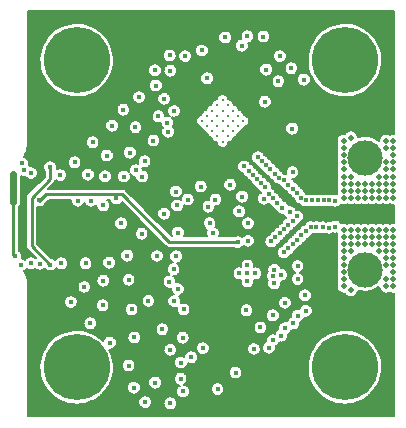
<source format=gbr>
%TF.GenerationSoftware,KiCad,Pcbnew,5.99.0-unknown-6252493~100~ubuntu19.10.1*%
%TF.CreationDate,2020-03-05T21:14:28+01:00*%
%TF.ProjectId,TDR_gen3_pod,5444525f-6765-46e3-935f-706f642e6b69,rev?*%
%TF.SameCoordinates,PX82bfae0PY6cf5110*%
%TF.FileFunction,Copper,L3,Inr*%
%TF.FilePolarity,Positive*%
%FSLAX46Y46*%
G04 Gerber Fmt 4.6, Leading zero omitted, Abs format (unit mm)*
G04 Created by KiCad (PCBNEW 5.99.0-unknown-6252493~100~ubuntu19.10.1) date 2020-03-05 21:14:28*
%MOMM*%
%LPD*%
G01*
G04 APERTURE LIST*
%TA.AperFunction,ViaPad*%
%ADD10C,5.600000*%
%TD*%
%TA.AperFunction,ViaPad*%
%ADD11C,0.500000*%
%TD*%
%TA.AperFunction,ViaPad*%
%ADD12C,3.000000*%
%TD*%
%TA.AperFunction,ViaPad*%
%ADD13C,0.310000*%
%TD*%
%TA.AperFunction,ViaPad*%
%ADD14C,0.450000*%
%TD*%
%TA.AperFunction,Conductor*%
%ADD15C,0.600000*%
%TD*%
%TA.AperFunction,Conductor*%
%ADD16C,0.250000*%
%TD*%
%TA.AperFunction,Conductor*%
%ADD17C,0.200000*%
%TD*%
G04 APERTURE END LIST*
D10*
%TO.N,GND*%
%TO.C,H103*%
X33400000Y30500000D03*
%TD*%
D11*
%TO.N,GND*%
%TO.C,J101*%
X36900000Y23050000D03*
X36900000Y21850000D03*
X33900000Y23950000D03*
X33300000Y23650000D03*
X33300000Y23050000D03*
X33300000Y22450000D03*
X33300000Y21850000D03*
X33300000Y21250000D03*
X36900000Y23650000D03*
X37500000Y23650000D03*
X37500000Y23050000D03*
X37500000Y22450000D03*
X37500000Y21850000D03*
X36900000Y21250000D03*
X37500000Y21250000D03*
X36900000Y20650000D03*
X37500000Y20650000D03*
X36300000Y20650000D03*
X33300000Y20650000D03*
X33900000Y20650000D03*
X34500000Y20050000D03*
X35100000Y20050000D03*
X36900000Y20050000D03*
X37500000Y20050000D03*
X35700000Y20050000D03*
X36300000Y20050000D03*
X33300000Y20050000D03*
X33900000Y20050000D03*
X34500000Y19450000D03*
X35100000Y19450000D03*
X36900000Y19450000D03*
X37500000Y19450000D03*
X35700000Y19450000D03*
X36300000Y19450000D03*
X33300000Y19450000D03*
X33900000Y19450000D03*
X33900000Y11050000D03*
X33300000Y11350000D03*
X33300000Y11950000D03*
X33300000Y12550000D03*
X33300000Y13150000D03*
X33300000Y13750000D03*
X36900000Y11350000D03*
X37500000Y11350000D03*
X36900000Y11950000D03*
X37500000Y11950000D03*
X37500000Y12550000D03*
X37500000Y13150000D03*
X36900000Y13150000D03*
X36900000Y13750000D03*
X37500000Y13750000D03*
X33300000Y14350000D03*
X33900000Y14350000D03*
X36900000Y14350000D03*
X37500000Y14350000D03*
X36300000Y14350000D03*
X33300000Y14950000D03*
X33900000Y14950000D03*
X34500000Y14950000D03*
X35100000Y14950000D03*
X36900000Y14950000D03*
X37500000Y14950000D03*
X35700000Y14950000D03*
X36300000Y14950000D03*
X33300000Y15550000D03*
X33900000Y15550000D03*
X34500000Y15550000D03*
X35100000Y15550000D03*
X36900000Y15550000D03*
X37500000Y15550000D03*
X35700000Y15550000D03*
X36300000Y15550000D03*
X37500000Y18850000D03*
X36900000Y18850000D03*
X36300000Y18850000D03*
X35700000Y18850000D03*
X35100000Y18850000D03*
X34500000Y18850000D03*
X33900000Y18850000D03*
X33300000Y18850000D03*
X37500000Y16150000D03*
X36900000Y16150000D03*
X36300000Y16150000D03*
X35700000Y16150000D03*
X35100000Y16150000D03*
X34500000Y16150000D03*
X33900000Y16150000D03*
X33300000Y16150000D03*
D12*
X35100000Y22250000D03*
X35100000Y12750000D03*
%TD*%
D13*
%TO.N,GND*%
%TO.C,U102*%
X23047918Y27116367D03*
X22609512Y26677961D03*
X22171106Y26239554D03*
X21732699Y25801148D03*
X21294293Y25362742D03*
X23486324Y26677961D03*
X23047918Y26239554D03*
X22609512Y25801148D03*
X22171106Y25362742D03*
X21732699Y24924336D03*
X23924730Y26239554D03*
X23486324Y25801148D03*
X23047918Y25362742D03*
X22609512Y24924336D03*
X22171106Y24485930D03*
X24363137Y25801148D03*
X23924730Y25362742D03*
X23486324Y24924336D03*
X23047918Y24485930D03*
X22609512Y24047523D03*
X24801543Y25362742D03*
X24363137Y24924336D03*
X23924730Y24485930D03*
X23486324Y24047523D03*
X23047918Y23609117D03*
%TD*%
D10*
%TO.N,GND*%
%TO.C,H106*%
X10700000Y4500000D03*
%TD*%
%TO.N,GND*%
%TO.C,H105*%
X10700000Y30500000D03*
%TD*%
%TO.N,GND*%
%TO.C,H101*%
X33400000Y4500000D03*
%TD*%
D14*
%TO.N,GND*%
X22250000Y15850000D03*
X16200000Y15800000D03*
X18100000Y17500000D03*
X14050000Y18800000D03*
X16250000Y20650000D03*
X14700000Y20650000D03*
%TO.N,+3V3*%
X22842068Y12725000D03*
X25250000Y10325000D03*
%TO.N,GND*%
X24475000Y12450000D03*
X25150000Y13125000D03*
X25825000Y12450000D03*
X25150000Y11775000D03*
X25150000Y12450000D03*
X25200000Y15200000D03*
X22450000Y18700000D03*
X29400000Y13075000D03*
X29400000Y11975000D03*
X28025000Y12325000D03*
X30025000Y10600000D03*
X30100000Y9275000D03*
X29425000Y8875000D03*
X29050000Y8225000D03*
X28350000Y7825000D03*
X28025000Y7175000D03*
X27325000Y6800000D03*
X26975000Y6150000D03*
X25700000Y6050000D03*
X26250000Y7875000D03*
X27300000Y8900000D03*
X28325000Y9950000D03*
X19275000Y11125000D03*
X18900000Y12800000D03*
X18550000Y11750000D03*
X19750000Y9400000D03*
X18950000Y10100000D03*
X19675000Y7000000D03*
X18625000Y5975000D03*
X20400000Y5350000D03*
X17950000Y7725000D03*
X19500000Y3525000D03*
X19525000Y4900000D03*
X21375000Y6125000D03*
%TO.N,/VCCR*%
X27425000Y11600000D03*
%TO.N,+3V3*%
X28200000Y22800000D03*
X21800000Y21950000D03*
X19875000Y28375000D03*
X28775000Y27625000D03*
X25700000Y30700000D03*
%TO.N,GND*%
X27775000Y28725000D03*
X26750000Y29700000D03*
X28875000Y29825000D03*
X29925000Y28850000D03*
X27900000Y30850000D03*
X26500000Y32500000D03*
X25150000Y32525000D03*
X24675000Y31725000D03*
X26750000Y21600000D03*
X27450000Y20900000D03*
X28975000Y21025000D03*
X26325000Y20075000D03*
X24700000Y18950000D03*
X26550000Y18775000D03*
X21200000Y19800000D03*
X20100000Y18700000D03*
X21850000Y18100000D03*
X19100000Y19375000D03*
X15700000Y21200000D03*
X16450000Y21950000D03*
X18625000Y29600000D03*
X19875000Y30850000D03*
X18575000Y30900000D03*
X17325000Y29650000D03*
X17400000Y28350000D03*
X26625000Y26975000D03*
X24875000Y21500000D03*
X25250000Y21150000D03*
X25625000Y20800000D03*
X25975000Y20425000D03*
X26675000Y19725000D03*
X26950000Y19175000D03*
X27325000Y18800000D03*
X27700000Y18400000D03*
X28100000Y18000000D03*
X28725000Y17650000D03*
X29350000Y17275000D03*
X26050000Y22275000D03*
X26400000Y21950000D03*
X27100000Y21250000D03*
X27800000Y20550000D03*
X28275000Y20325000D03*
X28625000Y19975000D03*
X29000000Y19625000D03*
X29350000Y19275000D03*
X29675000Y18875000D03*
X30100000Y18625000D03*
X30600000Y18625000D03*
X31100000Y18625000D03*
X31600000Y18625000D03*
X32100000Y18625000D03*
X32575000Y18600000D03*
X28975000Y16925000D03*
X28625000Y16575000D03*
X28250000Y16200000D03*
X27875000Y15850000D03*
X27525000Y15500000D03*
X27175000Y15150000D03*
X32600000Y16400000D03*
X32050000Y16300000D03*
X31525000Y16350000D03*
X31000000Y16350000D03*
X30500000Y16350000D03*
X30100000Y16025000D03*
X29725000Y15675000D03*
X29375000Y15300000D03*
X29000000Y14950000D03*
X28625000Y14575000D03*
X28250000Y14225000D03*
X27425000Y12750000D03*
%TO.N,/VCCR*%
X27325000Y12225000D03*
X24325000Y15100000D03*
%TO.N,/VEER*%
X5325000Y20900000D03*
X5325000Y18500000D03*
%TO.N,/LOS*%
X21750000Y28975000D03*
%TO.N,+3V3*%
X17200000Y22450000D03*
%TO.N,/SDA*%
X18450000Y24450000D03*
%TO.N,/CSEL*%
X17200000Y23700000D03*
%TO.N,/SCL*%
X18385998Y25200000D03*
%TO.N,GND*%
X25200000Y16700000D03*
X21950000Y16700000D03*
%TO.N,/COMP_VOLTAGE*%
X12950000Y18200000D03*
X19200000Y18200000D03*
X24450000Y17700000D03*
%TO.N,/DISABLE*%
X18950000Y26200000D03*
%TO.N,GND*%
X23700000Y19950000D03*
%TO.N,+3V3*%
X25700000Y19200000D03*
%TO.N,/FAULT*%
X28950000Y24700000D03*
%TO.N,/COMP_OUT*%
X19700000Y2450000D03*
X8450000Y13200000D03*
X8450000Y21450000D03*
%TO.N,/DISABLE*%
X14463909Y16686091D03*
%TO.N,+3V3*%
X18200000Y16700000D03*
%TO.N,/LOS*%
X13700000Y24950000D03*
%TO.N,+3V3*%
X9450000Y24950000D03*
X9350000Y18600000D03*
%TO.N,/VEER*%
X25075000Y9325000D03*
X5490872Y13880177D03*
%TO.N,/VCCR*%
X7525000Y18625000D03*
%TO.N,GND*%
X6050000Y21775000D03*
X6275000Y21200000D03*
X6825000Y20950000D03*
X10800000Y18600000D03*
X11900000Y18600000D03*
X5975000Y13150000D03*
X6825000Y13300000D03*
X7575000Y13250000D03*
X9400000Y13300000D03*
X11450000Y13300000D03*
X12900000Y9750000D03*
X12950000Y11825000D03*
X11350000Y11300000D03*
X15350000Y9400000D03*
X15575000Y7025000D03*
X11650000Y20800000D03*
X13100000Y20675000D03*
X13250000Y22425000D03*
X15200000Y22675000D03*
X15675000Y24825000D03*
X17625000Y25750000D03*
X18100000Y27225000D03*
X13450000Y13350000D03*
X14975000Y13950000D03*
X17500000Y13925000D03*
X19125000Y13900000D03*
X15100000Y11900000D03*
X16775000Y10125000D03*
X17350000Y3200000D03*
X18625000Y1450000D03*
X16500000Y1550000D03*
X15550000Y2775000D03*
X15100000Y4650000D03*
X13500000Y6575000D03*
X11850000Y8225000D03*
X10200000Y10025000D03*
X19275000Y15900000D03*
X24150000Y4050000D03*
X22625000Y2650000D03*
X21300000Y31325000D03*
X23275000Y32425000D03*
X15975000Y27375000D03*
X14650000Y26300000D03*
X12050000Y23550000D03*
X10525000Y21850000D03*
X9300000Y20775000D03*
%TD*%
D15*
%TO.N,/VEER*%
X5325000Y20900000D02*
X5325000Y18500000D01*
D16*
X5325000Y14046049D02*
X5490872Y13880177D01*
X5325000Y18500000D02*
X5325000Y14046049D01*
%TO.N,/COMP_OUT*%
X6875000Y14775000D02*
X8450000Y13200000D01*
X8450000Y21450000D02*
X8450000Y20450000D01*
X6875000Y18875000D02*
X6875000Y14775000D01*
X8450000Y20450000D02*
X6875000Y18875000D01*
%TO.N,/VCCR*%
X7525000Y18625000D02*
X7525000Y18550000D01*
X8125001Y19150001D02*
X14499999Y19150001D01*
X7525000Y18550000D02*
X8125001Y19150001D01*
X18550000Y15100000D02*
X24325000Y15100000D01*
X14499999Y19150001D02*
X18550000Y15100000D01*
%TD*%
%TO.N,+3V3*%
G36*
X37551000Y24248071D02*
G01*
X37510744Y24254087D01*
X37496638Y24254173D01*
X37340764Y24232821D01*
X37327202Y24228945D01*
X37199156Y24171668D01*
X37079858Y24226790D01*
X37066344Y24230832D01*
X36910744Y24254087D01*
X36896638Y24254173D01*
X36740764Y24232821D01*
X36727202Y24228945D01*
X36583586Y24164703D01*
X36571656Y24157175D01*
X36451845Y24055207D01*
X36442507Y24044634D01*
X36356130Y23913139D01*
X36350135Y23900370D01*
X36304137Y23749915D01*
X36301967Y23735977D01*
X36300999Y23656773D01*
X36159739Y23771163D01*
X36153702Y23775351D01*
X35923257Y23911094D01*
X35916668Y23914343D01*
X35668688Y24014533D01*
X35661691Y24016773D01*
X35401627Y24079209D01*
X35394376Y24080390D01*
X35127940Y24103700D01*
X35120594Y24103797D01*
X34853638Y24087468D01*
X34846359Y24086477D01*
X34584750Y24030871D01*
X34577696Y24028815D01*
X34498773Y23999307D01*
X34499121Y24027758D01*
X34497125Y24042336D01*
X34452882Y24193632D01*
X34447044Y24206473D01*
X34362280Y24339016D01*
X34353072Y24349702D01*
X34234515Y24453126D01*
X34222678Y24460799D01*
X34079858Y24526790D01*
X34066344Y24530832D01*
X33910744Y24554087D01*
X33896638Y24554173D01*
X33740764Y24532821D01*
X33727202Y24528945D01*
X33583586Y24464703D01*
X33571656Y24457175D01*
X33451845Y24355207D01*
X33442507Y24344634D01*
X33376566Y24244249D01*
X33310744Y24254087D01*
X33296638Y24254173D01*
X33140764Y24232821D01*
X33127202Y24228945D01*
X32983586Y24164703D01*
X32971656Y24157175D01*
X32851845Y24055207D01*
X32842507Y24044634D01*
X32756130Y23913139D01*
X32750135Y23900370D01*
X32704137Y23749915D01*
X32701967Y23735977D01*
X32700044Y23578660D01*
X32701873Y23564673D01*
X32744183Y23413140D01*
X32749864Y23400228D01*
X32780746Y23350614D01*
X32756130Y23313139D01*
X32750135Y23300370D01*
X32704137Y23149915D01*
X32701967Y23135977D01*
X32700044Y22978660D01*
X32701873Y22964673D01*
X32744183Y22813140D01*
X32749864Y22800228D01*
X32780746Y22750614D01*
X32756130Y22713139D01*
X32750135Y22700370D01*
X32704137Y22549915D01*
X32701967Y22535977D01*
X32700044Y22378660D01*
X32701873Y22364673D01*
X32744183Y22213140D01*
X32749864Y22200228D01*
X32780746Y22150614D01*
X32756130Y22113139D01*
X32750135Y22100370D01*
X32704137Y21949915D01*
X32701967Y21935977D01*
X32700044Y21778660D01*
X32701873Y21764673D01*
X32744183Y21613140D01*
X32749864Y21600228D01*
X32780746Y21550614D01*
X32756130Y21513139D01*
X32750135Y21500370D01*
X32704137Y21349915D01*
X32701967Y21335977D01*
X32700044Y21178660D01*
X32701873Y21164673D01*
X32744183Y21013140D01*
X32749864Y21000228D01*
X32780746Y20950614D01*
X32756130Y20913139D01*
X32750135Y20900370D01*
X32704137Y20749915D01*
X32701967Y20735977D01*
X32700044Y20578660D01*
X32701873Y20564673D01*
X32744183Y20413140D01*
X32749864Y20400228D01*
X32780746Y20350614D01*
X32756130Y20313139D01*
X32750135Y20300370D01*
X32704137Y20149915D01*
X32701967Y20135977D01*
X32700044Y19978660D01*
X32701873Y19964673D01*
X32744183Y19813140D01*
X32749864Y19800228D01*
X32780746Y19750614D01*
X32756130Y19713139D01*
X32750135Y19700370D01*
X32704137Y19549915D01*
X32701967Y19535977D01*
X32700044Y19378660D01*
X32701873Y19364673D01*
X32744183Y19213140D01*
X32749864Y19200228D01*
X32780746Y19150614D01*
X32778254Y19146819D01*
X32766381Y19151140D01*
X32583661Y19183358D01*
X32566339Y19183358D01*
X32383619Y19151140D01*
X32367341Y19145215D01*
X32359151Y19140486D01*
X32307659Y19170215D01*
X32291381Y19176140D01*
X32108661Y19208358D01*
X32091339Y19208358D01*
X31908619Y19176140D01*
X31892341Y19170215D01*
X31850000Y19145769D01*
X31807659Y19170215D01*
X31791381Y19176140D01*
X31608661Y19208358D01*
X31591339Y19208358D01*
X31408619Y19176140D01*
X31392341Y19170215D01*
X31350000Y19145769D01*
X31307659Y19170215D01*
X31291381Y19176140D01*
X31108661Y19208358D01*
X31091339Y19208358D01*
X30908619Y19176140D01*
X30892341Y19170215D01*
X30850000Y19145769D01*
X30807659Y19170215D01*
X30791381Y19176140D01*
X30608661Y19208358D01*
X30591339Y19208358D01*
X30408619Y19176140D01*
X30392341Y19170215D01*
X30350000Y19145769D01*
X30307659Y19170215D01*
X30291381Y19176140D01*
X30153884Y19200384D01*
X30056610Y19316311D01*
X30043340Y19327446D01*
X29917416Y19400149D01*
X29859533Y19559178D01*
X29850872Y19574180D01*
X29731610Y19716311D01*
X29718340Y19727446D01*
X29557659Y19820215D01*
X29541381Y19826140D01*
X29539645Y19826446D01*
X29509533Y19909178D01*
X29500872Y19924180D01*
X29381610Y20066311D01*
X29368340Y20077446D01*
X29207659Y20170215D01*
X29191381Y20176140D01*
X29162931Y20181157D01*
X29134533Y20259178D01*
X29125872Y20274180D01*
X29006610Y20416311D01*
X28993340Y20427446D01*
X28968752Y20441642D01*
X28983661Y20441642D01*
X29166381Y20473860D01*
X29182659Y20479785D01*
X29343340Y20572554D01*
X29356610Y20583689D01*
X29475872Y20725820D01*
X29484533Y20740822D01*
X29547992Y20915171D01*
X29551000Y20932231D01*
X29551000Y21117769D01*
X29547992Y21134829D01*
X29484533Y21309178D01*
X29475872Y21324180D01*
X29356610Y21466311D01*
X29343340Y21477446D01*
X29182659Y21570215D01*
X29166381Y21576140D01*
X28983661Y21608358D01*
X28966339Y21608358D01*
X28783619Y21576140D01*
X28767341Y21570215D01*
X28606660Y21477446D01*
X28593390Y21466311D01*
X28474128Y21324180D01*
X28465467Y21309178D01*
X28402008Y21134829D01*
X28399000Y21117769D01*
X28399000Y20932231D01*
X28402008Y20915171D01*
X28412774Y20885592D01*
X28283661Y20908358D01*
X28266339Y20908358D01*
X28253165Y20906035D01*
X28181610Y20991311D01*
X28168340Y21002446D01*
X28007659Y21095215D01*
X27991381Y21101140D01*
X27989645Y21101446D01*
X27959533Y21184178D01*
X27950872Y21199180D01*
X27831610Y21341311D01*
X27818340Y21352446D01*
X27657659Y21445215D01*
X27641381Y21451140D01*
X27639645Y21451446D01*
X27609533Y21534178D01*
X27600872Y21549180D01*
X27481610Y21691311D01*
X27468340Y21702446D01*
X27307659Y21795215D01*
X27291381Y21801140D01*
X27289645Y21801446D01*
X27259533Y21884178D01*
X27250872Y21899180D01*
X27131610Y22041311D01*
X27118340Y22052446D01*
X26957659Y22145215D01*
X26941381Y22151140D01*
X26939645Y22151446D01*
X26909533Y22234178D01*
X26900872Y22249180D01*
X26781610Y22391311D01*
X26768340Y22402446D01*
X26607659Y22495215D01*
X26591381Y22501140D01*
X26579922Y22503161D01*
X26559533Y22559178D01*
X26550872Y22574180D01*
X26431610Y22716311D01*
X26418340Y22727446D01*
X26257659Y22820215D01*
X26241381Y22826140D01*
X26058661Y22858358D01*
X26041339Y22858358D01*
X25858619Y22826140D01*
X25842341Y22820215D01*
X25681660Y22727446D01*
X25668390Y22716311D01*
X25549128Y22574180D01*
X25540467Y22559178D01*
X25477008Y22384829D01*
X25474000Y22367769D01*
X25474000Y22182231D01*
X25477008Y22165171D01*
X25540467Y21990822D01*
X25549128Y21975820D01*
X25668390Y21833689D01*
X25681660Y21822554D01*
X25842341Y21729785D01*
X25858619Y21723860D01*
X25870078Y21721839D01*
X25890467Y21665822D01*
X25899128Y21650820D01*
X26018390Y21508689D01*
X26031660Y21497554D01*
X26192341Y21404785D01*
X26208619Y21398860D01*
X26210355Y21398554D01*
X26240467Y21315822D01*
X26249128Y21300820D01*
X26368390Y21158689D01*
X26381660Y21147554D01*
X26542341Y21054785D01*
X26558619Y21048860D01*
X26560355Y21048554D01*
X26590467Y20965822D01*
X26599128Y20950820D01*
X26718390Y20808689D01*
X26731660Y20797554D01*
X26892341Y20704785D01*
X26908619Y20698860D01*
X26910355Y20698554D01*
X26940467Y20615822D01*
X26949128Y20600820D01*
X27068390Y20458689D01*
X27081660Y20447554D01*
X27242341Y20354785D01*
X27258619Y20348860D01*
X27260355Y20348554D01*
X27290467Y20265822D01*
X27299128Y20250820D01*
X27418390Y20108689D01*
X27431660Y20097554D01*
X27592341Y20004785D01*
X27608619Y19998860D01*
X27791339Y19966642D01*
X27808661Y19966642D01*
X27821835Y19968965D01*
X27893390Y19883689D01*
X27906660Y19872554D01*
X28067341Y19779785D01*
X28083619Y19773860D01*
X28085355Y19773554D01*
X28115467Y19690822D01*
X28124128Y19675820D01*
X28243390Y19533689D01*
X28256660Y19522554D01*
X28417341Y19429785D01*
X28433619Y19423860D01*
X28462069Y19418843D01*
X28490467Y19340822D01*
X28499128Y19325820D01*
X28618390Y19183689D01*
X28631660Y19172554D01*
X28792341Y19079785D01*
X28808619Y19073860D01*
X28810355Y19073554D01*
X28840467Y18990822D01*
X28849128Y18975820D01*
X28968390Y18833689D01*
X28981660Y18822554D01*
X29107584Y18749851D01*
X29165467Y18590822D01*
X29174128Y18575820D01*
X29293390Y18433689D01*
X29306660Y18422554D01*
X29467341Y18329785D01*
X29483619Y18323860D01*
X29621116Y18299616D01*
X29718390Y18183689D01*
X29731660Y18172554D01*
X29892341Y18079785D01*
X29908619Y18073860D01*
X30091339Y18041642D01*
X30108661Y18041642D01*
X30291381Y18073860D01*
X30307659Y18079785D01*
X30350000Y18104231D01*
X30392341Y18079785D01*
X30408619Y18073860D01*
X30591339Y18041642D01*
X30608661Y18041642D01*
X30791381Y18073860D01*
X30807659Y18079785D01*
X30850000Y18104231D01*
X30892341Y18079785D01*
X30908619Y18073860D01*
X31091339Y18041642D01*
X31108661Y18041642D01*
X31291381Y18073860D01*
X31307659Y18079785D01*
X31350000Y18104231D01*
X31392341Y18079785D01*
X31408619Y18073860D01*
X31591339Y18041642D01*
X31608661Y18041642D01*
X31791381Y18073860D01*
X31807659Y18079785D01*
X31850000Y18104231D01*
X31892341Y18079785D01*
X31908619Y18073860D01*
X32091339Y18041642D01*
X32108661Y18041642D01*
X32291381Y18073860D01*
X32307659Y18079785D01*
X32315849Y18084514D01*
X32367341Y18054785D01*
X32383619Y18048860D01*
X32566339Y18016642D01*
X32583661Y18016642D01*
X32766381Y18048860D01*
X32782659Y18054785D01*
X32943340Y18147554D01*
X32956610Y18158689D01*
X33071312Y18295386D01*
X33113108Y18275450D01*
X33126573Y18271243D01*
X33281877Y18246090D01*
X33295980Y18245831D01*
X33452103Y18265277D01*
X33465713Y18268987D01*
X33602529Y18328193D01*
X33713108Y18275450D01*
X33726573Y18271243D01*
X33881877Y18246090D01*
X33895980Y18245831D01*
X34052103Y18265277D01*
X34065713Y18268987D01*
X34202529Y18328193D01*
X34313108Y18275450D01*
X34326573Y18271243D01*
X34481877Y18246090D01*
X34495980Y18245831D01*
X34652103Y18265277D01*
X34665713Y18268987D01*
X34802529Y18328193D01*
X34913108Y18275450D01*
X34926573Y18271243D01*
X35081877Y18246090D01*
X35095980Y18245831D01*
X35252103Y18265277D01*
X35265713Y18268987D01*
X35402529Y18328193D01*
X35513108Y18275450D01*
X35526573Y18271243D01*
X35681877Y18246090D01*
X35695980Y18245831D01*
X35852103Y18265277D01*
X35865713Y18268987D01*
X36002529Y18328193D01*
X36113108Y18275450D01*
X36126573Y18271243D01*
X36281877Y18246090D01*
X36295980Y18245831D01*
X36452103Y18265277D01*
X36465713Y18268987D01*
X36602529Y18328193D01*
X36713108Y18275450D01*
X36726573Y18271243D01*
X36881877Y18246090D01*
X36895980Y18245831D01*
X37052103Y18265277D01*
X37065713Y18268987D01*
X37202529Y18328193D01*
X37313108Y18275450D01*
X37326573Y18271243D01*
X37481877Y18246090D01*
X37495980Y18245831D01*
X37551000Y18252684D01*
X37551001Y16748070D01*
X37510744Y16754087D01*
X37496638Y16754173D01*
X37340764Y16732821D01*
X37327202Y16728945D01*
X37199156Y16671668D01*
X37079858Y16726790D01*
X37066344Y16730832D01*
X36910744Y16754087D01*
X36896638Y16754173D01*
X36740764Y16732821D01*
X36727202Y16728945D01*
X36599156Y16671668D01*
X36479858Y16726790D01*
X36466344Y16730832D01*
X36310744Y16754087D01*
X36296638Y16754173D01*
X36140764Y16732821D01*
X36127202Y16728945D01*
X35999156Y16671668D01*
X35879858Y16726790D01*
X35866344Y16730832D01*
X35710744Y16754087D01*
X35696638Y16754173D01*
X35540764Y16732821D01*
X35527202Y16728945D01*
X35399156Y16671668D01*
X35279858Y16726790D01*
X35266344Y16730832D01*
X35110744Y16754087D01*
X35096638Y16754173D01*
X34940764Y16732821D01*
X34927202Y16728945D01*
X34799156Y16671668D01*
X34679858Y16726790D01*
X34666344Y16730832D01*
X34510744Y16754087D01*
X34496638Y16754173D01*
X34340764Y16732821D01*
X34327202Y16728945D01*
X34199156Y16671668D01*
X34079858Y16726790D01*
X34066344Y16730832D01*
X33910744Y16754087D01*
X33896638Y16754173D01*
X33740764Y16732821D01*
X33727202Y16728945D01*
X33599156Y16671668D01*
X33479858Y16726790D01*
X33466344Y16730832D01*
X33310744Y16754087D01*
X33296638Y16754173D01*
X33140764Y16732821D01*
X33127201Y16728945D01*
X33089898Y16712258D01*
X32981610Y16841311D01*
X32968340Y16852446D01*
X32807659Y16945215D01*
X32791381Y16951140D01*
X32608661Y16983358D01*
X32591339Y16983358D01*
X32408619Y16951140D01*
X32392341Y16945215D01*
X32232201Y16852759D01*
X32058661Y16883358D01*
X32041339Y16883358D01*
X31858619Y16851140D01*
X31842341Y16845215D01*
X31830801Y16838552D01*
X31732659Y16895215D01*
X31716381Y16901140D01*
X31533661Y16933358D01*
X31516339Y16933358D01*
X31333619Y16901140D01*
X31317341Y16895215D01*
X31262500Y16863552D01*
X31207659Y16895215D01*
X31191381Y16901140D01*
X31008661Y16933358D01*
X30991339Y16933358D01*
X30808619Y16901140D01*
X30792341Y16895215D01*
X30750000Y16870769D01*
X30707659Y16895215D01*
X30691381Y16901140D01*
X30508661Y16933358D01*
X30491339Y16933358D01*
X30308619Y16901140D01*
X30292341Y16895215D01*
X30131660Y16802446D01*
X30118390Y16791311D01*
X29999128Y16649180D01*
X29990467Y16634178D01*
X29973507Y16587581D01*
X29908619Y16576140D01*
X29892341Y16570215D01*
X29731660Y16477446D01*
X29718390Y16466311D01*
X29599128Y16324180D01*
X29590467Y16309178D01*
X29562069Y16231157D01*
X29533619Y16226140D01*
X29517341Y16220215D01*
X29356660Y16127446D01*
X29343390Y16116311D01*
X29224128Y15974180D01*
X29215467Y15959178D01*
X29175002Y15848004D01*
X29167341Y15845215D01*
X29006660Y15752446D01*
X28993390Y15741311D01*
X28874128Y15599180D01*
X28865467Y15584178D01*
X28837069Y15506157D01*
X28808619Y15501140D01*
X28792341Y15495215D01*
X28631660Y15402446D01*
X28618390Y15391311D01*
X28499128Y15249180D01*
X28490467Y15234178D01*
X28452346Y15129442D01*
X28433619Y15126140D01*
X28417341Y15120215D01*
X28256660Y15027446D01*
X28243390Y15016311D01*
X28124128Y14874180D01*
X28115467Y14859178D01*
X28087069Y14781157D01*
X28058619Y14776140D01*
X28042341Y14770215D01*
X27881660Y14677446D01*
X27868390Y14666311D01*
X27749128Y14524180D01*
X27740467Y14509178D01*
X27677008Y14334829D01*
X27674000Y14317769D01*
X27674000Y14132231D01*
X27677008Y14115171D01*
X27740467Y13940822D01*
X27749128Y13925820D01*
X27868390Y13783689D01*
X27881660Y13772554D01*
X28042341Y13679785D01*
X28058619Y13673860D01*
X28241339Y13641642D01*
X28258661Y13641642D01*
X28441381Y13673860D01*
X28457659Y13679785D01*
X28618340Y13772554D01*
X28631610Y13783689D01*
X28750872Y13925820D01*
X28759533Y13940822D01*
X28787931Y14018843D01*
X28816381Y14023860D01*
X28832659Y14029785D01*
X28993340Y14122554D01*
X29006610Y14133689D01*
X29125872Y14275820D01*
X29134533Y14290822D01*
X29172654Y14395558D01*
X29191381Y14398860D01*
X29207659Y14404785D01*
X29368340Y14497554D01*
X29381610Y14508689D01*
X29500872Y14650820D01*
X29509533Y14665822D01*
X29537931Y14743843D01*
X29566381Y14748860D01*
X29582659Y14754785D01*
X29743340Y14847554D01*
X29756610Y14858689D01*
X29875872Y15000820D01*
X29884533Y15015822D01*
X29924998Y15126996D01*
X29932659Y15129785D01*
X30093340Y15222554D01*
X30106610Y15233689D01*
X30225872Y15375820D01*
X30234533Y15390822D01*
X30262931Y15468843D01*
X30291381Y15473860D01*
X30307659Y15479785D01*
X30468340Y15572554D01*
X30481610Y15583689D01*
X30600872Y15725820D01*
X30609533Y15740822D01*
X30626493Y15787419D01*
X30691381Y15798860D01*
X30707659Y15804785D01*
X30750000Y15829231D01*
X30792341Y15804785D01*
X30808619Y15798860D01*
X30991339Y15766642D01*
X31008661Y15766642D01*
X31191381Y15798860D01*
X31207659Y15804785D01*
X31262500Y15836448D01*
X31317341Y15804785D01*
X31333619Y15798860D01*
X31516339Y15766642D01*
X31533661Y15766642D01*
X31716381Y15798860D01*
X31732659Y15804785D01*
X31744199Y15811448D01*
X31842341Y15754785D01*
X31858619Y15748860D01*
X32041339Y15716642D01*
X32058661Y15716642D01*
X32241381Y15748860D01*
X32257659Y15754785D01*
X32417799Y15847241D01*
X32591339Y15816642D01*
X32608661Y15816642D01*
X32778051Y15846510D01*
X32756130Y15813139D01*
X32750135Y15800370D01*
X32704137Y15649915D01*
X32701967Y15635977D01*
X32700044Y15478660D01*
X32701873Y15464673D01*
X32744183Y15313140D01*
X32749864Y15300228D01*
X32780746Y15250614D01*
X32756130Y15213139D01*
X32750135Y15200370D01*
X32704137Y15049915D01*
X32701967Y15035977D01*
X32700044Y14878660D01*
X32701873Y14864673D01*
X32744183Y14713140D01*
X32749864Y14700228D01*
X32780746Y14650614D01*
X32756130Y14613139D01*
X32750135Y14600370D01*
X32704137Y14449915D01*
X32701967Y14435977D01*
X32700044Y14278660D01*
X32701873Y14264673D01*
X32744183Y14113140D01*
X32749864Y14100228D01*
X32780746Y14050614D01*
X32756130Y14013139D01*
X32750135Y14000370D01*
X32704137Y13849915D01*
X32701967Y13835977D01*
X32700044Y13678660D01*
X32701873Y13664673D01*
X32744183Y13513140D01*
X32749864Y13500228D01*
X32780746Y13450614D01*
X32756130Y13413139D01*
X32750135Y13400370D01*
X32704137Y13249915D01*
X32701967Y13235977D01*
X32700044Y13078660D01*
X32701873Y13064673D01*
X32744183Y12913140D01*
X32749864Y12900228D01*
X32780746Y12850614D01*
X32756130Y12813139D01*
X32750135Y12800370D01*
X32704137Y12649915D01*
X32701967Y12635977D01*
X32700044Y12478660D01*
X32701873Y12464673D01*
X32744183Y12313140D01*
X32749864Y12300228D01*
X32780746Y12250614D01*
X32756130Y12213139D01*
X32750135Y12200370D01*
X32704137Y12049915D01*
X32701967Y12035977D01*
X32700044Y11878660D01*
X32701873Y11864673D01*
X32744183Y11713140D01*
X32749864Y11700228D01*
X32780746Y11650614D01*
X32756130Y11613139D01*
X32750135Y11600370D01*
X32704137Y11449915D01*
X32701967Y11435977D01*
X32700044Y11278660D01*
X32701873Y11264673D01*
X32744183Y11113140D01*
X32749864Y11100228D01*
X32833002Y10966661D01*
X32842078Y10955863D01*
X32959363Y10850998D01*
X32971105Y10843181D01*
X33113108Y10775450D01*
X33126573Y10771243D01*
X33281877Y10746090D01*
X33295980Y10745831D01*
X33377410Y10755973D01*
X33433002Y10666661D01*
X33442078Y10655863D01*
X33559363Y10550998D01*
X33571105Y10543181D01*
X33713108Y10475450D01*
X33726573Y10471243D01*
X33881877Y10446090D01*
X33895980Y10445831D01*
X34052103Y10465277D01*
X34065713Y10468987D01*
X34210102Y10531470D01*
X34222122Y10538851D01*
X34343171Y10639348D01*
X34352638Y10649806D01*
X34440615Y10780237D01*
X34446765Y10792932D01*
X34494690Y10943103D01*
X34497043Y10957627D01*
X34497525Y10997123D01*
X34750593Y10929314D01*
X34757811Y10927943D01*
X35023546Y10897667D01*
X35030887Y10897378D01*
X35298177Y10906713D01*
X35305480Y10907512D01*
X35568456Y10956251D01*
X35575561Y10958122D01*
X35828444Y11045197D01*
X35835194Y11048097D01*
X36072428Y11171593D01*
X36078675Y11175459D01*
X36295050Y11332664D01*
X36300657Y11337411D01*
X36300763Y11337516D01*
X36300044Y11278660D01*
X36301873Y11264673D01*
X36344183Y11113140D01*
X36349864Y11100228D01*
X36433002Y10966661D01*
X36442078Y10955863D01*
X36559363Y10850998D01*
X36571105Y10843181D01*
X36713108Y10775450D01*
X36726573Y10771243D01*
X36881877Y10746090D01*
X36895980Y10745831D01*
X37052103Y10765277D01*
X37065713Y10768987D01*
X37202529Y10828193D01*
X37313108Y10775450D01*
X37326573Y10771243D01*
X37481877Y10746090D01*
X37495980Y10745831D01*
X37551001Y10752684D01*
X37551001Y349000D01*
X6549000Y349000D01*
X6549000Y4565996D01*
X7546707Y4565996D01*
X7558992Y4214202D01*
X7559506Y4208609D01*
X7611537Y3860467D01*
X7612680Y3854968D01*
X7703786Y3514954D01*
X7705545Y3509619D01*
X7834557Y3182105D01*
X7836909Y3177004D01*
X8002167Y2866199D01*
X8005081Y2861397D01*
X8204460Y2571298D01*
X8207899Y2566857D01*
X8438836Y2301194D01*
X8442756Y2297170D01*
X8702284Y2059356D01*
X8706634Y2055802D01*
X8991414Y1848897D01*
X8996139Y1845859D01*
X9302510Y1672522D01*
X9307548Y1670037D01*
X9631574Y1532497D01*
X9636861Y1530599D01*
X9974372Y1430623D01*
X9979840Y1429336D01*
X10326500Y1368210D01*
X10332078Y1367550D01*
X10683429Y1346060D01*
X10689047Y1346036D01*
X11040572Y1364459D01*
X11046156Y1365070D01*
X11393337Y1423168D01*
X11398815Y1424408D01*
X11737187Y1521434D01*
X11742490Y1523286D01*
X12030945Y1642769D01*
X15924000Y1642769D01*
X15924000Y1457231D01*
X15927008Y1440171D01*
X15990467Y1265822D01*
X15999128Y1250820D01*
X16118390Y1108689D01*
X16131660Y1097554D01*
X16292341Y1004785D01*
X16308619Y998860D01*
X16491339Y966642D01*
X16508661Y966642D01*
X16691381Y998860D01*
X16707659Y1004785D01*
X16868340Y1097554D01*
X16881610Y1108689D01*
X17000872Y1250820D01*
X17009533Y1265822D01*
X17072992Y1440171D01*
X17076000Y1457231D01*
X17076000Y1542769D01*
X18049000Y1542769D01*
X18049000Y1357231D01*
X18052008Y1340171D01*
X18115467Y1165822D01*
X18124128Y1150820D01*
X18243390Y1008689D01*
X18256660Y997554D01*
X18417341Y904785D01*
X18433619Y898860D01*
X18616339Y866642D01*
X18633661Y866642D01*
X18816381Y898860D01*
X18832659Y904785D01*
X18993340Y997554D01*
X19006610Y1008689D01*
X19125872Y1150820D01*
X19134533Y1165822D01*
X19197992Y1340171D01*
X19201000Y1357231D01*
X19201000Y1542769D01*
X19197992Y1559829D01*
X19134533Y1734178D01*
X19125872Y1749180D01*
X19006610Y1891311D01*
X18993340Y1902446D01*
X18832659Y1995215D01*
X18816381Y2001140D01*
X18633661Y2033358D01*
X18616339Y2033358D01*
X18433619Y2001140D01*
X18417341Y1995215D01*
X18256660Y1902446D01*
X18243390Y1891311D01*
X18124128Y1749180D01*
X18115467Y1734178D01*
X18052008Y1559829D01*
X18049000Y1542769D01*
X17076000Y1542769D01*
X17076000Y1642769D01*
X17072992Y1659829D01*
X17009533Y1834178D01*
X17000872Y1849180D01*
X16881610Y1991311D01*
X16868340Y2002446D01*
X16707659Y2095215D01*
X16691381Y2101140D01*
X16508661Y2133358D01*
X16491339Y2133358D01*
X16308619Y2101140D01*
X16292341Y2095215D01*
X16131660Y2002446D01*
X16118390Y1991311D01*
X15999128Y1849180D01*
X15990467Y1834178D01*
X15927008Y1659829D01*
X15924000Y1642769D01*
X12030945Y1642769D01*
X12067702Y1657994D01*
X12072762Y1660434D01*
X12380636Y1831091D01*
X12385386Y1834089D01*
X12671961Y2038500D01*
X12676342Y2042016D01*
X12937935Y2277556D01*
X12941890Y2281545D01*
X13175137Y2545183D01*
X13178614Y2549594D01*
X13380518Y2837943D01*
X13383474Y2842719D01*
X13397075Y2867769D01*
X14974000Y2867769D01*
X14974000Y2682231D01*
X14977008Y2665171D01*
X15040467Y2490822D01*
X15049128Y2475820D01*
X15168390Y2333689D01*
X15181660Y2322554D01*
X15342341Y2229785D01*
X15358619Y2223860D01*
X15541339Y2191642D01*
X15558661Y2191642D01*
X15741381Y2223860D01*
X15757659Y2229785D01*
X15918340Y2322554D01*
X15931610Y2333689D01*
X16050872Y2475820D01*
X16059533Y2490822D01*
X16122992Y2665171D01*
X16126000Y2682231D01*
X16126000Y2867769D01*
X16122992Y2884829D01*
X16059533Y3059178D01*
X16050872Y3074180D01*
X15931610Y3216311D01*
X15918340Y3227446D01*
X15805197Y3292769D01*
X16774000Y3292769D01*
X16774000Y3107231D01*
X16777008Y3090171D01*
X16840467Y2915822D01*
X16849128Y2900820D01*
X16968390Y2758689D01*
X16981660Y2747554D01*
X17142341Y2654785D01*
X17158619Y2648860D01*
X17341339Y2616642D01*
X17358661Y2616642D01*
X17541381Y2648860D01*
X17557659Y2654785D01*
X17718340Y2747554D01*
X17731610Y2758689D01*
X17850872Y2900820D01*
X17859533Y2915822D01*
X17922992Y3090171D01*
X17926000Y3107231D01*
X17926000Y3292769D01*
X17922992Y3309829D01*
X17859533Y3484178D01*
X17850872Y3499180D01*
X17751365Y3617769D01*
X18924000Y3617769D01*
X18924000Y3432231D01*
X18927008Y3415171D01*
X18990467Y3240822D01*
X18999128Y3225820D01*
X19118390Y3083689D01*
X19131660Y3072554D01*
X19292341Y2979785D01*
X19308619Y2973860D01*
X19421024Y2954040D01*
X19331660Y2902446D01*
X19318390Y2891311D01*
X19199128Y2749180D01*
X19190467Y2734178D01*
X19127008Y2559829D01*
X19124000Y2542769D01*
X19124000Y2357231D01*
X19127008Y2340171D01*
X19190467Y2165822D01*
X19199128Y2150820D01*
X19318390Y2008689D01*
X19331660Y1997554D01*
X19492341Y1904785D01*
X19508619Y1898860D01*
X19691339Y1866642D01*
X19708661Y1866642D01*
X19891381Y1898860D01*
X19907659Y1904785D01*
X20068340Y1997554D01*
X20081610Y2008689D01*
X20200872Y2150820D01*
X20209533Y2165822D01*
X20272992Y2340171D01*
X20276000Y2357231D01*
X20276000Y2542769D01*
X20272992Y2559829D01*
X20209533Y2734178D01*
X20204574Y2742769D01*
X22049000Y2742769D01*
X22049000Y2557231D01*
X22052008Y2540171D01*
X22115467Y2365822D01*
X22124128Y2350820D01*
X22243390Y2208689D01*
X22256660Y2197554D01*
X22417341Y2104785D01*
X22433619Y2098860D01*
X22616339Y2066642D01*
X22633661Y2066642D01*
X22816381Y2098860D01*
X22832659Y2104785D01*
X22993340Y2197554D01*
X23006610Y2208689D01*
X23125872Y2350820D01*
X23134533Y2365822D01*
X23197992Y2540171D01*
X23201000Y2557231D01*
X23201000Y2742769D01*
X23197992Y2759829D01*
X23134533Y2934178D01*
X23125872Y2949180D01*
X23006610Y3091311D01*
X22993340Y3102446D01*
X22832659Y3195215D01*
X22816381Y3201140D01*
X22633661Y3233358D01*
X22616339Y3233358D01*
X22433619Y3201140D01*
X22417341Y3195215D01*
X22256660Y3102446D01*
X22243390Y3091311D01*
X22124128Y2949180D01*
X22115467Y2934178D01*
X22052008Y2759829D01*
X22049000Y2742769D01*
X20204574Y2742769D01*
X20200872Y2749180D01*
X20081610Y2891311D01*
X20068340Y2902446D01*
X19907659Y2995215D01*
X19891381Y3001140D01*
X19778976Y3020960D01*
X19868340Y3072554D01*
X19881610Y3083689D01*
X20000872Y3225820D01*
X20009533Y3240822D01*
X20072992Y3415171D01*
X20076000Y3432231D01*
X20076000Y3617769D01*
X20072992Y3634829D01*
X20009533Y3809178D01*
X20000872Y3824180D01*
X19881610Y3966311D01*
X19868340Y3977446D01*
X19707659Y4070215D01*
X19691381Y4076140D01*
X19508661Y4108358D01*
X19491339Y4108358D01*
X19308619Y4076140D01*
X19292341Y4070215D01*
X19131660Y3977446D01*
X19118390Y3966311D01*
X18999128Y3824180D01*
X18990467Y3809178D01*
X18927008Y3634829D01*
X18924000Y3617769D01*
X17751365Y3617769D01*
X17731610Y3641311D01*
X17718340Y3652446D01*
X17557659Y3745215D01*
X17541381Y3751140D01*
X17358661Y3783358D01*
X17341339Y3783358D01*
X17158619Y3751140D01*
X17142341Y3745215D01*
X16981660Y3652446D01*
X16968390Y3641311D01*
X16849128Y3499180D01*
X16840467Y3484178D01*
X16777008Y3309829D01*
X16774000Y3292769D01*
X15805197Y3292769D01*
X15757659Y3320215D01*
X15741381Y3326140D01*
X15558661Y3358358D01*
X15541339Y3358358D01*
X15358619Y3326140D01*
X15342341Y3320215D01*
X15181660Y3227446D01*
X15168390Y3216311D01*
X15049128Y3074180D01*
X15040467Y3059178D01*
X14977008Y2884829D01*
X14974000Y2867769D01*
X13397075Y2867769D01*
X13551437Y3152069D01*
X13553833Y3157150D01*
X13685698Y3483526D01*
X13687504Y3488845D01*
X13781573Y3828051D01*
X13782765Y3833540D01*
X13837916Y4181748D01*
X13838514Y4188419D01*
X13849119Y4674384D01*
X13848812Y4681075D01*
X13841783Y4742769D01*
X14524000Y4742769D01*
X14524000Y4557231D01*
X14527008Y4540171D01*
X14590467Y4365822D01*
X14599128Y4350820D01*
X14718390Y4208689D01*
X14731660Y4197554D01*
X14892341Y4104785D01*
X14908619Y4098860D01*
X15091339Y4066642D01*
X15108661Y4066642D01*
X15291381Y4098860D01*
X15307659Y4104785D01*
X15373449Y4142769D01*
X23574000Y4142769D01*
X23574000Y3957231D01*
X23577008Y3940171D01*
X23640467Y3765822D01*
X23649128Y3750820D01*
X23768390Y3608689D01*
X23781660Y3597554D01*
X23942341Y3504785D01*
X23958619Y3498860D01*
X24141339Y3466642D01*
X24158661Y3466642D01*
X24341381Y3498860D01*
X24357659Y3504785D01*
X24518340Y3597554D01*
X24531610Y3608689D01*
X24650872Y3750820D01*
X24659533Y3765822D01*
X24722992Y3940171D01*
X24726000Y3957231D01*
X24726000Y4142769D01*
X24722992Y4159829D01*
X24659533Y4334178D01*
X24650872Y4349180D01*
X24531610Y4491311D01*
X24518340Y4502446D01*
X24408268Y4565996D01*
X30246707Y4565996D01*
X30258992Y4214202D01*
X30259506Y4208609D01*
X30311537Y3860467D01*
X30312680Y3854968D01*
X30403786Y3514954D01*
X30405545Y3509619D01*
X30534557Y3182105D01*
X30536909Y3177004D01*
X30702167Y2866199D01*
X30705081Y2861397D01*
X30904460Y2571298D01*
X30907899Y2566857D01*
X31138836Y2301194D01*
X31142756Y2297170D01*
X31402284Y2059356D01*
X31406634Y2055802D01*
X31691414Y1848897D01*
X31696139Y1845859D01*
X32002510Y1672522D01*
X32007548Y1670037D01*
X32331574Y1532497D01*
X32336861Y1530599D01*
X32674372Y1430623D01*
X32679840Y1429336D01*
X33026500Y1368210D01*
X33032078Y1367550D01*
X33383429Y1346060D01*
X33389047Y1346036D01*
X33740572Y1364459D01*
X33746156Y1365070D01*
X34093337Y1423168D01*
X34098815Y1424408D01*
X34437187Y1521434D01*
X34442490Y1523286D01*
X34767702Y1657994D01*
X34772762Y1660434D01*
X35080636Y1831091D01*
X35085386Y1834089D01*
X35371961Y2038500D01*
X35376342Y2042016D01*
X35637935Y2277556D01*
X35641890Y2281545D01*
X35875137Y2545183D01*
X35878614Y2549594D01*
X36080518Y2837943D01*
X36083474Y2842719D01*
X36251437Y3152069D01*
X36253833Y3157150D01*
X36385698Y3483526D01*
X36387504Y3488845D01*
X36481573Y3828051D01*
X36482765Y3833540D01*
X36537916Y4181748D01*
X36538514Y4188419D01*
X36549119Y4674384D01*
X36548812Y4681075D01*
X36508902Y5031358D01*
X36507950Y5036894D01*
X36428766Y5379880D01*
X36427194Y5385273D01*
X36309691Y5717089D01*
X36307519Y5722269D01*
X36153209Y6038652D01*
X36150465Y6043553D01*
X35961331Y6340433D01*
X35958049Y6344992D01*
X35736523Y6618553D01*
X35732746Y6622711D01*
X35481677Y6869437D01*
X35477454Y6873141D01*
X35200067Y7089859D01*
X35195452Y7093061D01*
X34895316Y7276984D01*
X34890368Y7279643D01*
X34571340Y7428407D01*
X34566123Y7430489D01*
X34232306Y7542183D01*
X34226887Y7543661D01*
X33882570Y7616848D01*
X33877018Y7617702D01*
X33526631Y7651440D01*
X33521018Y7651661D01*
X33169064Y7645517D01*
X33163462Y7645101D01*
X32814465Y7599154D01*
X32808947Y7598107D01*
X32467396Y7512949D01*
X32462031Y7511283D01*
X32132315Y7388007D01*
X32127173Y7385745D01*
X31813533Y7225937D01*
X31808680Y7223107D01*
X31515145Y7028821D01*
X31510645Y7025460D01*
X31240991Y6799193D01*
X31236899Y6795344D01*
X30994594Y6540007D01*
X30990964Y6535720D01*
X30779120Y6254594D01*
X30775999Y6249923D01*
X30597342Y5946623D01*
X30594770Y5941630D01*
X30451596Y5620054D01*
X30449606Y5614801D01*
X30343754Y5279085D01*
X30342372Y5273641D01*
X30275206Y4928100D01*
X30274449Y4922534D01*
X30246830Y4571612D01*
X30246707Y4565996D01*
X24408268Y4565996D01*
X24357659Y4595215D01*
X24341381Y4601140D01*
X24158661Y4633358D01*
X24141339Y4633358D01*
X23958619Y4601140D01*
X23942341Y4595215D01*
X23781660Y4502446D01*
X23768390Y4491311D01*
X23649128Y4349180D01*
X23640467Y4334178D01*
X23577008Y4159829D01*
X23574000Y4142769D01*
X15373449Y4142769D01*
X15468340Y4197554D01*
X15481610Y4208689D01*
X15600872Y4350820D01*
X15609533Y4365822D01*
X15672992Y4540171D01*
X15676000Y4557231D01*
X15676000Y4742769D01*
X15672992Y4759829D01*
X15609533Y4934178D01*
X15600872Y4949180D01*
X15564297Y4992769D01*
X18949000Y4992769D01*
X18949000Y4807231D01*
X18952008Y4790171D01*
X19015467Y4615822D01*
X19024128Y4600820D01*
X19143390Y4458689D01*
X19156660Y4447554D01*
X19317341Y4354785D01*
X19333619Y4348860D01*
X19516339Y4316642D01*
X19533661Y4316642D01*
X19716381Y4348860D01*
X19732659Y4354785D01*
X19893340Y4447554D01*
X19906610Y4458689D01*
X20025872Y4600820D01*
X20034533Y4615822D01*
X20097992Y4790171D01*
X20101000Y4807231D01*
X20101000Y4857521D01*
X20192341Y4804785D01*
X20208619Y4798860D01*
X20391339Y4766642D01*
X20408661Y4766642D01*
X20591381Y4798860D01*
X20607659Y4804785D01*
X20768340Y4897554D01*
X20781610Y4908689D01*
X20900872Y5050820D01*
X20909533Y5065822D01*
X20972992Y5240171D01*
X20976000Y5257231D01*
X20976000Y5442769D01*
X20972992Y5459829D01*
X20909533Y5634178D01*
X20900872Y5649180D01*
X20781610Y5791311D01*
X20768340Y5802446D01*
X20607659Y5895215D01*
X20591381Y5901140D01*
X20408661Y5933358D01*
X20391339Y5933358D01*
X20208619Y5901140D01*
X20192341Y5895215D01*
X20031660Y5802446D01*
X20018390Y5791311D01*
X19899128Y5649180D01*
X19890467Y5634178D01*
X19827008Y5459829D01*
X19824000Y5442769D01*
X19824000Y5392479D01*
X19732659Y5445215D01*
X19716381Y5451140D01*
X19533661Y5483358D01*
X19516339Y5483358D01*
X19333619Y5451140D01*
X19317341Y5445215D01*
X19156660Y5352446D01*
X19143390Y5341311D01*
X19024128Y5199180D01*
X19015467Y5184178D01*
X18952008Y5009829D01*
X18949000Y4992769D01*
X15564297Y4992769D01*
X15481610Y5091311D01*
X15468340Y5102446D01*
X15307659Y5195215D01*
X15291381Y5201140D01*
X15108661Y5233358D01*
X15091339Y5233358D01*
X14908619Y5201140D01*
X14892341Y5195215D01*
X14731660Y5102446D01*
X14718390Y5091311D01*
X14599128Y4949180D01*
X14590467Y4934178D01*
X14527008Y4759829D01*
X14524000Y4742769D01*
X13841783Y4742769D01*
X13808902Y5031358D01*
X13807950Y5036894D01*
X13728766Y5379880D01*
X13727194Y5385273D01*
X13609691Y5717089D01*
X13607519Y5722269D01*
X13474707Y5994575D01*
X13491339Y5991642D01*
X13508661Y5991642D01*
X13691381Y6023860D01*
X13707659Y6029785D01*
X13773449Y6067769D01*
X18049000Y6067769D01*
X18049000Y5882231D01*
X18052008Y5865171D01*
X18115467Y5690822D01*
X18124128Y5675820D01*
X18243390Y5533689D01*
X18256660Y5522554D01*
X18417341Y5429785D01*
X18433619Y5423860D01*
X18616339Y5391642D01*
X18633661Y5391642D01*
X18816381Y5423860D01*
X18832659Y5429785D01*
X18993340Y5522554D01*
X19006610Y5533689D01*
X19125872Y5675820D01*
X19134533Y5690822D01*
X19197992Y5865171D01*
X19201000Y5882231D01*
X19201000Y6067769D01*
X19197992Y6084829D01*
X19149605Y6217769D01*
X20799000Y6217769D01*
X20799000Y6032231D01*
X20802008Y6015171D01*
X20865467Y5840822D01*
X20874128Y5825820D01*
X20993390Y5683689D01*
X21006660Y5672554D01*
X21167341Y5579785D01*
X21183619Y5573860D01*
X21366339Y5541642D01*
X21383661Y5541642D01*
X21566381Y5573860D01*
X21582659Y5579785D01*
X21743340Y5672554D01*
X21756610Y5683689D01*
X21875872Y5825820D01*
X21884533Y5840822D01*
X21947992Y6015171D01*
X21951000Y6032231D01*
X21951000Y6142769D01*
X25124000Y6142769D01*
X25124000Y5957231D01*
X25127008Y5940171D01*
X25190467Y5765822D01*
X25199128Y5750820D01*
X25318390Y5608689D01*
X25331660Y5597554D01*
X25492341Y5504785D01*
X25508619Y5498860D01*
X25691339Y5466642D01*
X25708661Y5466642D01*
X25891381Y5498860D01*
X25907659Y5504785D01*
X26068340Y5597554D01*
X26081610Y5608689D01*
X26200872Y5750820D01*
X26209533Y5765822D01*
X26272992Y5940171D01*
X26276000Y5957231D01*
X26276000Y6142769D01*
X26272992Y6159829D01*
X26242804Y6242769D01*
X26399000Y6242769D01*
X26399000Y6057231D01*
X26402008Y6040171D01*
X26465467Y5865822D01*
X26474128Y5850820D01*
X26593390Y5708689D01*
X26606660Y5697554D01*
X26767341Y5604785D01*
X26783619Y5598860D01*
X26966339Y5566642D01*
X26983661Y5566642D01*
X27166381Y5598860D01*
X27182659Y5604785D01*
X27343340Y5697554D01*
X27356610Y5708689D01*
X27475872Y5850820D01*
X27484533Y5865822D01*
X27547992Y6040171D01*
X27551000Y6057231D01*
X27551000Y6242770D01*
X27547992Y6259829D01*
X27546847Y6262976D01*
X27693340Y6347554D01*
X27706610Y6358689D01*
X27825872Y6500820D01*
X27834533Y6515822D01*
X27871430Y6617193D01*
X28016339Y6591642D01*
X28033661Y6591642D01*
X28216381Y6623860D01*
X28232659Y6629785D01*
X28393340Y6722554D01*
X28406610Y6733689D01*
X28525872Y6875820D01*
X28534533Y6890822D01*
X28597992Y7065171D01*
X28601000Y7082231D01*
X28601000Y7267769D01*
X28597992Y7284829D01*
X28592505Y7299904D01*
X28718340Y7372554D01*
X28731610Y7383689D01*
X28850872Y7525820D01*
X28859533Y7540822D01*
X28904980Y7665685D01*
X29041339Y7641642D01*
X29058661Y7641642D01*
X29241381Y7673860D01*
X29257659Y7679785D01*
X29418340Y7772554D01*
X29431610Y7783689D01*
X29550872Y7925820D01*
X29559533Y7940822D01*
X29622992Y8115171D01*
X29626000Y8132231D01*
X29626000Y8317770D01*
X29624411Y8326783D01*
X29632659Y8329785D01*
X29793340Y8422554D01*
X29806610Y8433689D01*
X29925872Y8575820D01*
X29934533Y8590822D01*
X29978473Y8711543D01*
X30091339Y8691642D01*
X30108661Y8691642D01*
X30291381Y8723860D01*
X30307659Y8729785D01*
X30468340Y8822554D01*
X30481610Y8833689D01*
X30600872Y8975820D01*
X30609533Y8990822D01*
X30672992Y9165171D01*
X30676000Y9182231D01*
X30676000Y9367769D01*
X30672992Y9384829D01*
X30609533Y9559178D01*
X30600872Y9574180D01*
X30481610Y9716311D01*
X30468340Y9727446D01*
X30307659Y9820215D01*
X30291381Y9826140D01*
X30108661Y9858358D01*
X30091339Y9858358D01*
X29908619Y9826140D01*
X29892341Y9820215D01*
X29731660Y9727446D01*
X29718390Y9716311D01*
X29599128Y9574180D01*
X29590467Y9559178D01*
X29546527Y9438457D01*
X29433661Y9458358D01*
X29416339Y9458358D01*
X29233619Y9426140D01*
X29217341Y9420215D01*
X29056660Y9327446D01*
X29043390Y9316311D01*
X28924128Y9174180D01*
X28915467Y9159178D01*
X28852008Y8984829D01*
X28849000Y8967769D01*
X28849000Y8782230D01*
X28850589Y8773217D01*
X28842341Y8770215D01*
X28681660Y8677446D01*
X28668390Y8666311D01*
X28549128Y8524180D01*
X28540467Y8509178D01*
X28495020Y8384315D01*
X28358661Y8408358D01*
X28341339Y8408358D01*
X28158619Y8376140D01*
X28142341Y8370215D01*
X27981660Y8277446D01*
X27968390Y8266311D01*
X27849128Y8124180D01*
X27840467Y8109178D01*
X27777008Y7934829D01*
X27774000Y7917769D01*
X27774000Y7732231D01*
X27777008Y7715171D01*
X27782495Y7700096D01*
X27656660Y7627446D01*
X27643390Y7616311D01*
X27524128Y7474180D01*
X27515467Y7459178D01*
X27478570Y7357807D01*
X27333661Y7383358D01*
X27316339Y7383358D01*
X27133619Y7351140D01*
X27117341Y7345215D01*
X26956660Y7252446D01*
X26943390Y7241311D01*
X26824128Y7099180D01*
X26815467Y7084178D01*
X26752008Y6909829D01*
X26749000Y6892769D01*
X26749000Y6707230D01*
X26752008Y6690171D01*
X26753153Y6687024D01*
X26606660Y6602446D01*
X26593390Y6591311D01*
X26474128Y6449180D01*
X26465467Y6434178D01*
X26402008Y6259829D01*
X26399000Y6242769D01*
X26242804Y6242769D01*
X26209533Y6334178D01*
X26200872Y6349180D01*
X26081610Y6491311D01*
X26068340Y6502446D01*
X25907659Y6595215D01*
X25891381Y6601140D01*
X25708661Y6633358D01*
X25691339Y6633358D01*
X25508619Y6601140D01*
X25492341Y6595215D01*
X25331660Y6502446D01*
X25318390Y6491311D01*
X25199128Y6349180D01*
X25190467Y6334178D01*
X25127008Y6159829D01*
X25124000Y6142769D01*
X21951000Y6142769D01*
X21951000Y6217769D01*
X21947992Y6234829D01*
X21884533Y6409178D01*
X21875872Y6424180D01*
X21756610Y6566311D01*
X21743340Y6577446D01*
X21582659Y6670215D01*
X21566381Y6676140D01*
X21383661Y6708358D01*
X21366339Y6708358D01*
X21183619Y6676140D01*
X21167341Y6670215D01*
X21006660Y6577446D01*
X20993390Y6566311D01*
X20874128Y6424180D01*
X20865467Y6409178D01*
X20802008Y6234829D01*
X20799000Y6217769D01*
X19149605Y6217769D01*
X19134533Y6259178D01*
X19125872Y6274180D01*
X19006610Y6416311D01*
X18993340Y6427446D01*
X18832659Y6520215D01*
X18816381Y6526140D01*
X18633661Y6558358D01*
X18616339Y6558358D01*
X18433619Y6526140D01*
X18417341Y6520215D01*
X18256660Y6427446D01*
X18243390Y6416311D01*
X18124128Y6274180D01*
X18115467Y6259178D01*
X18052008Y6084829D01*
X18049000Y6067769D01*
X13773449Y6067769D01*
X13868340Y6122554D01*
X13881610Y6133689D01*
X14000872Y6275820D01*
X14009533Y6290822D01*
X14072992Y6465171D01*
X14076000Y6482231D01*
X14076000Y6667769D01*
X14072992Y6684829D01*
X14009533Y6859178D01*
X14000872Y6874180D01*
X13881610Y7016311D01*
X13868340Y7027446D01*
X13711896Y7117769D01*
X14999000Y7117769D01*
X14999000Y6932231D01*
X15002008Y6915171D01*
X15065467Y6740822D01*
X15074128Y6725820D01*
X15193390Y6583689D01*
X15206660Y6572554D01*
X15367341Y6479785D01*
X15383619Y6473860D01*
X15566339Y6441642D01*
X15583661Y6441642D01*
X15766381Y6473860D01*
X15782659Y6479785D01*
X15943340Y6572554D01*
X15956610Y6583689D01*
X16075872Y6725820D01*
X16084533Y6740822D01*
X16147992Y6915171D01*
X16151000Y6932231D01*
X16151000Y7092769D01*
X19099000Y7092769D01*
X19099000Y6907231D01*
X19102008Y6890171D01*
X19165467Y6715822D01*
X19174128Y6700820D01*
X19293390Y6558689D01*
X19306660Y6547554D01*
X19467341Y6454785D01*
X19483619Y6448860D01*
X19666339Y6416642D01*
X19683661Y6416642D01*
X19866381Y6448860D01*
X19882659Y6454785D01*
X20043340Y6547554D01*
X20056610Y6558689D01*
X20175872Y6700820D01*
X20184533Y6715822D01*
X20247992Y6890171D01*
X20251000Y6907231D01*
X20251000Y7092769D01*
X20247992Y7109829D01*
X20184533Y7284178D01*
X20175872Y7299180D01*
X20056610Y7441311D01*
X20043340Y7452446D01*
X19882659Y7545215D01*
X19866381Y7551140D01*
X19683661Y7583358D01*
X19666339Y7583358D01*
X19483619Y7551140D01*
X19467341Y7545215D01*
X19306660Y7452446D01*
X19293390Y7441311D01*
X19174128Y7299180D01*
X19165467Y7284178D01*
X19102008Y7109829D01*
X19099000Y7092769D01*
X16151000Y7092769D01*
X16151000Y7117769D01*
X16147992Y7134829D01*
X16084533Y7309178D01*
X16075872Y7324180D01*
X15956610Y7466311D01*
X15943340Y7477446D01*
X15782659Y7570215D01*
X15766381Y7576140D01*
X15583661Y7608358D01*
X15566339Y7608358D01*
X15383619Y7576140D01*
X15367341Y7570215D01*
X15206660Y7477446D01*
X15193390Y7466311D01*
X15074128Y7324180D01*
X15065467Y7309178D01*
X15002008Y7134829D01*
X14999000Y7117769D01*
X13711896Y7117769D01*
X13707659Y7120215D01*
X13691381Y7126140D01*
X13508661Y7158358D01*
X13491339Y7158358D01*
X13308619Y7126140D01*
X13292341Y7120215D01*
X13131660Y7027446D01*
X13118390Y7016311D01*
X12999128Y6874180D01*
X12990467Y6859178D01*
X12938212Y6715610D01*
X12781677Y6869437D01*
X12777454Y6873141D01*
X12500067Y7089859D01*
X12495452Y7093061D01*
X12195316Y7276984D01*
X12190368Y7279643D01*
X11871340Y7428407D01*
X11866123Y7430489D01*
X11532306Y7542183D01*
X11526887Y7543661D01*
X11182570Y7616848D01*
X11177018Y7617702D01*
X10826631Y7651440D01*
X10821018Y7651661D01*
X10469064Y7645517D01*
X10463462Y7645101D01*
X10114465Y7599154D01*
X10108947Y7598107D01*
X9767396Y7512949D01*
X9762031Y7511283D01*
X9432315Y7388007D01*
X9427173Y7385745D01*
X9113533Y7225937D01*
X9108680Y7223107D01*
X8815145Y7028821D01*
X8810645Y7025460D01*
X8540991Y6799193D01*
X8536899Y6795344D01*
X8294594Y6540007D01*
X8290964Y6535720D01*
X8079120Y6254594D01*
X8075999Y6249923D01*
X7897342Y5946623D01*
X7894770Y5941630D01*
X7751596Y5620054D01*
X7749606Y5614801D01*
X7643754Y5279085D01*
X7642372Y5273641D01*
X7575206Y4928100D01*
X7574449Y4922534D01*
X7546830Y4571612D01*
X7546707Y4565996D01*
X6549000Y4565996D01*
X6549000Y8317769D01*
X11274000Y8317769D01*
X11274000Y8132231D01*
X11277008Y8115171D01*
X11340467Y7940822D01*
X11349128Y7925820D01*
X11468390Y7783689D01*
X11481660Y7772554D01*
X11642341Y7679785D01*
X11658619Y7673860D01*
X11841339Y7641642D01*
X11858661Y7641642D01*
X12041381Y7673860D01*
X12057659Y7679785D01*
X12218340Y7772554D01*
X12231610Y7783689D01*
X12260206Y7817769D01*
X17374000Y7817769D01*
X17374000Y7632231D01*
X17377008Y7615171D01*
X17440467Y7440822D01*
X17449128Y7425820D01*
X17568390Y7283689D01*
X17581660Y7272554D01*
X17742341Y7179785D01*
X17758619Y7173860D01*
X17941339Y7141642D01*
X17958661Y7141642D01*
X18141381Y7173860D01*
X18157659Y7179785D01*
X18318340Y7272554D01*
X18331610Y7283689D01*
X18450872Y7425820D01*
X18459533Y7440822D01*
X18522992Y7615171D01*
X18526000Y7632231D01*
X18526000Y7817769D01*
X18522992Y7834829D01*
X18474605Y7967769D01*
X25674000Y7967769D01*
X25674000Y7782231D01*
X25677008Y7765171D01*
X25740467Y7590822D01*
X25749128Y7575820D01*
X25868390Y7433689D01*
X25881660Y7422554D01*
X26042341Y7329785D01*
X26058619Y7323860D01*
X26241339Y7291642D01*
X26258661Y7291642D01*
X26441381Y7323860D01*
X26457659Y7329785D01*
X26618340Y7422554D01*
X26631610Y7433689D01*
X26750872Y7575820D01*
X26759533Y7590822D01*
X26822992Y7765171D01*
X26826000Y7782231D01*
X26826000Y7967769D01*
X26822992Y7984829D01*
X26759533Y8159178D01*
X26750872Y8174180D01*
X26631610Y8316311D01*
X26618340Y8327446D01*
X26457659Y8420215D01*
X26441381Y8426140D01*
X26258661Y8458358D01*
X26241339Y8458358D01*
X26058619Y8426140D01*
X26042341Y8420215D01*
X25881660Y8327446D01*
X25868390Y8316311D01*
X25749128Y8174180D01*
X25740467Y8159178D01*
X25677008Y7984829D01*
X25674000Y7967769D01*
X18474605Y7967769D01*
X18459533Y8009178D01*
X18450872Y8024180D01*
X18331610Y8166311D01*
X18318340Y8177446D01*
X18157659Y8270215D01*
X18141381Y8276140D01*
X17958661Y8308358D01*
X17941339Y8308358D01*
X17758619Y8276140D01*
X17742341Y8270215D01*
X17581660Y8177446D01*
X17568390Y8166311D01*
X17449128Y8024180D01*
X17440467Y8009178D01*
X17377008Y7834829D01*
X17374000Y7817769D01*
X12260206Y7817769D01*
X12350872Y7925820D01*
X12359533Y7940822D01*
X12422992Y8115171D01*
X12426000Y8132231D01*
X12426000Y8317769D01*
X12422992Y8334829D01*
X12359533Y8509178D01*
X12350872Y8524180D01*
X12231610Y8666311D01*
X12218340Y8677446D01*
X12057659Y8770215D01*
X12041381Y8776140D01*
X11858661Y8808358D01*
X11841339Y8808358D01*
X11658619Y8776140D01*
X11642341Y8770215D01*
X11481660Y8677446D01*
X11468390Y8666311D01*
X11349128Y8524180D01*
X11340467Y8509178D01*
X11277008Y8334829D01*
X11274000Y8317769D01*
X6549000Y8317769D01*
X6549000Y10117769D01*
X9624000Y10117769D01*
X9624000Y9932231D01*
X9627008Y9915171D01*
X9690467Y9740822D01*
X9699128Y9725820D01*
X9818390Y9583689D01*
X9831660Y9572554D01*
X9992341Y9479785D01*
X10008619Y9473860D01*
X10191339Y9441642D01*
X10208661Y9441642D01*
X10391381Y9473860D01*
X10407659Y9479785D01*
X10568340Y9572554D01*
X10581610Y9583689D01*
X10700872Y9725820D01*
X10709533Y9740822D01*
X10746639Y9842769D01*
X12324000Y9842769D01*
X12324000Y9657231D01*
X12327008Y9640171D01*
X12390467Y9465822D01*
X12399128Y9450820D01*
X12518390Y9308689D01*
X12531660Y9297554D01*
X12692341Y9204785D01*
X12708619Y9198860D01*
X12891339Y9166642D01*
X12908661Y9166642D01*
X13091381Y9198860D01*
X13107659Y9204785D01*
X13268340Y9297554D01*
X13281610Y9308689D01*
X13400872Y9450820D01*
X13409533Y9465822D01*
X13419341Y9492769D01*
X14774000Y9492769D01*
X14774000Y9307231D01*
X14777008Y9290171D01*
X14840467Y9115822D01*
X14849128Y9100820D01*
X14968390Y8958689D01*
X14981660Y8947554D01*
X15142341Y8854785D01*
X15158619Y8848860D01*
X15341339Y8816642D01*
X15358661Y8816642D01*
X15541381Y8848860D01*
X15557659Y8854785D01*
X15718340Y8947554D01*
X15731610Y8958689D01*
X15850872Y9100820D01*
X15859533Y9115822D01*
X15922992Y9290171D01*
X15926000Y9307231D01*
X15926000Y9492769D01*
X15922992Y9509829D01*
X15859533Y9684178D01*
X15850872Y9699180D01*
X15731610Y9841311D01*
X15718340Y9852446D01*
X15557659Y9945215D01*
X15541381Y9951140D01*
X15358661Y9983358D01*
X15341339Y9983358D01*
X15158619Y9951140D01*
X15142341Y9945215D01*
X14981660Y9852446D01*
X14968390Y9841311D01*
X14849128Y9699180D01*
X14840467Y9684178D01*
X14777008Y9509829D01*
X14774000Y9492769D01*
X13419341Y9492769D01*
X13472992Y9640171D01*
X13476000Y9657231D01*
X13476000Y9842769D01*
X13472992Y9859829D01*
X13409533Y10034178D01*
X13400872Y10049180D01*
X13281610Y10191311D01*
X13268340Y10202446D01*
X13241800Y10217769D01*
X16199000Y10217769D01*
X16199000Y10032231D01*
X16202008Y10015171D01*
X16265467Y9840822D01*
X16274128Y9825820D01*
X16393390Y9683689D01*
X16406660Y9672554D01*
X16567341Y9579785D01*
X16583619Y9573860D01*
X16766339Y9541642D01*
X16783661Y9541642D01*
X16966381Y9573860D01*
X16982659Y9579785D01*
X17143340Y9672554D01*
X17156610Y9683689D01*
X17275872Y9825820D01*
X17284533Y9840822D01*
X17347992Y10015171D01*
X17351000Y10032231D01*
X17351000Y10217769D01*
X17347992Y10234829D01*
X17284533Y10409178D01*
X17275872Y10424180D01*
X17156610Y10566311D01*
X17143340Y10577446D01*
X16982659Y10670215D01*
X16966381Y10676140D01*
X16783661Y10708358D01*
X16766339Y10708358D01*
X16583619Y10676140D01*
X16567341Y10670215D01*
X16406660Y10577446D01*
X16393390Y10566311D01*
X16274128Y10424180D01*
X16265467Y10409178D01*
X16202008Y10234829D01*
X16199000Y10217769D01*
X13241800Y10217769D01*
X13107659Y10295215D01*
X13091381Y10301140D01*
X12908661Y10333358D01*
X12891339Y10333358D01*
X12708619Y10301140D01*
X12692341Y10295215D01*
X12531660Y10202446D01*
X12518390Y10191311D01*
X12399128Y10049180D01*
X12390467Y10034178D01*
X12327008Y9859829D01*
X12324000Y9842769D01*
X10746639Y9842769D01*
X10772992Y9915171D01*
X10776000Y9932231D01*
X10776000Y10117769D01*
X10772992Y10134829D01*
X10709533Y10309178D01*
X10700872Y10324180D01*
X10581610Y10466311D01*
X10568340Y10477446D01*
X10407659Y10570215D01*
X10391381Y10576140D01*
X10208661Y10608358D01*
X10191339Y10608358D01*
X10008619Y10576140D01*
X9992341Y10570215D01*
X9831660Y10477446D01*
X9818390Y10466311D01*
X9699128Y10324180D01*
X9690467Y10309178D01*
X9627008Y10134829D01*
X9624000Y10117769D01*
X6549000Y10117769D01*
X6549000Y11392769D01*
X10774000Y11392769D01*
X10774000Y11207231D01*
X10777008Y11190171D01*
X10840467Y11015822D01*
X10849128Y11000820D01*
X10968390Y10858689D01*
X10981660Y10847554D01*
X11142341Y10754785D01*
X11158619Y10748860D01*
X11341339Y10716642D01*
X11358661Y10716642D01*
X11541381Y10748860D01*
X11557659Y10754785D01*
X11718340Y10847554D01*
X11731610Y10858689D01*
X11850872Y11000820D01*
X11859533Y11015822D01*
X11922992Y11190171D01*
X11926000Y11207231D01*
X11926000Y11392769D01*
X11922992Y11409829D01*
X11859533Y11584178D01*
X11850872Y11599180D01*
X11731610Y11741311D01*
X11718340Y11752446D01*
X11557659Y11845215D01*
X11541381Y11851140D01*
X11358661Y11883358D01*
X11341339Y11883358D01*
X11158619Y11851140D01*
X11142341Y11845215D01*
X10981660Y11752446D01*
X10968390Y11741311D01*
X10849128Y11599180D01*
X10840467Y11584178D01*
X10777008Y11409829D01*
X10774000Y11392769D01*
X6549000Y11392769D01*
X6549000Y11674830D01*
X6553222Y11703949D01*
X6553668Y11713666D01*
X6546585Y11848814D01*
X6545126Y11858431D01*
X6542426Y11869062D01*
X6542426Y11880024D01*
X6541473Y11889705D01*
X6535891Y11917769D01*
X12374000Y11917769D01*
X12374000Y11732231D01*
X12377008Y11715171D01*
X12440467Y11540822D01*
X12449128Y11525820D01*
X12568390Y11383689D01*
X12581660Y11372554D01*
X12742341Y11279785D01*
X12758619Y11273860D01*
X12941339Y11241642D01*
X12958661Y11241642D01*
X13141381Y11273860D01*
X13157659Y11279785D01*
X13318340Y11372554D01*
X13331610Y11383689D01*
X13450872Y11525820D01*
X13459533Y11540822D01*
X13522992Y11715171D01*
X13526000Y11732231D01*
X13526000Y11917769D01*
X13522992Y11934829D01*
X13501904Y11992769D01*
X14524000Y11992769D01*
X14524000Y11807231D01*
X14527008Y11790171D01*
X14590467Y11615822D01*
X14599128Y11600820D01*
X14718390Y11458689D01*
X14731660Y11447554D01*
X14892341Y11354785D01*
X14908619Y11348860D01*
X15091339Y11316642D01*
X15108661Y11316642D01*
X15291381Y11348860D01*
X15307659Y11354785D01*
X15468340Y11447554D01*
X15481610Y11458689D01*
X15600872Y11600820D01*
X15609533Y11615822D01*
X15672992Y11790171D01*
X15676000Y11807231D01*
X15676000Y11842769D01*
X17974000Y11842769D01*
X17974000Y11657231D01*
X17977008Y11640171D01*
X18040467Y11465822D01*
X18049128Y11450820D01*
X18168390Y11308689D01*
X18181660Y11297554D01*
X18342341Y11204785D01*
X18358619Y11198860D01*
X18541339Y11166642D01*
X18558661Y11166642D01*
X18699000Y11191387D01*
X18699000Y11032231D01*
X18702008Y11015171D01*
X18765467Y10840822D01*
X18774128Y10825820D01*
X18893390Y10683689D01*
X18902042Y10676429D01*
X18758619Y10651140D01*
X18742341Y10645215D01*
X18581660Y10552446D01*
X18568390Y10541311D01*
X18449128Y10399180D01*
X18440467Y10384178D01*
X18377008Y10209829D01*
X18374000Y10192769D01*
X18374000Y10007231D01*
X18377008Y9990171D01*
X18440467Y9815822D01*
X18449128Y9800820D01*
X18568390Y9658689D01*
X18581660Y9647554D01*
X18742341Y9554785D01*
X18758619Y9548860D01*
X18941339Y9516642D01*
X18958661Y9516642D01*
X19141381Y9548860D01*
X19157659Y9554785D01*
X19202872Y9580889D01*
X19177008Y9509829D01*
X19174000Y9492769D01*
X19174000Y9307231D01*
X19177008Y9290171D01*
X19240467Y9115822D01*
X19249128Y9100820D01*
X19368390Y8958689D01*
X19381660Y8947554D01*
X19542341Y8854785D01*
X19558619Y8848860D01*
X19741339Y8816642D01*
X19758661Y8816642D01*
X19941381Y8848860D01*
X19957659Y8854785D01*
X20118340Y8947554D01*
X20131610Y8958689D01*
X20250872Y9100820D01*
X20259533Y9115822D01*
X20322992Y9290171D01*
X20326000Y9307231D01*
X20326000Y9417769D01*
X24499000Y9417769D01*
X24499000Y9232231D01*
X24502008Y9215171D01*
X24565467Y9040822D01*
X24574128Y9025820D01*
X24693390Y8883689D01*
X24706660Y8872554D01*
X24867341Y8779785D01*
X24883619Y8773860D01*
X25066339Y8741642D01*
X25083661Y8741642D01*
X25266381Y8773860D01*
X25282659Y8779785D01*
X25443340Y8872554D01*
X25456610Y8883689D01*
X25548138Y8992769D01*
X26724000Y8992769D01*
X26724000Y8807231D01*
X26727008Y8790171D01*
X26790467Y8615822D01*
X26799128Y8600820D01*
X26918390Y8458689D01*
X26931660Y8447554D01*
X27092341Y8354785D01*
X27108619Y8348860D01*
X27291339Y8316642D01*
X27308661Y8316642D01*
X27491381Y8348860D01*
X27507659Y8354785D01*
X27668340Y8447554D01*
X27681610Y8458689D01*
X27800872Y8600820D01*
X27809533Y8615822D01*
X27872992Y8790171D01*
X27876000Y8807231D01*
X27876000Y8992769D01*
X27872992Y9009829D01*
X27809533Y9184178D01*
X27800872Y9199180D01*
X27681610Y9341311D01*
X27668340Y9352446D01*
X27507659Y9445215D01*
X27491381Y9451140D01*
X27308661Y9483358D01*
X27291339Y9483358D01*
X27108619Y9451140D01*
X27092341Y9445215D01*
X26931660Y9352446D01*
X26918390Y9341311D01*
X26799128Y9199180D01*
X26790467Y9184178D01*
X26727008Y9009829D01*
X26724000Y8992769D01*
X25548138Y8992769D01*
X25575872Y9025820D01*
X25584533Y9040822D01*
X25647992Y9215171D01*
X25651000Y9232231D01*
X25651000Y9417769D01*
X25647992Y9434829D01*
X25584533Y9609178D01*
X25575872Y9624180D01*
X25456610Y9766311D01*
X25443340Y9777446D01*
X25282659Y9870215D01*
X25266381Y9876140D01*
X25083661Y9908358D01*
X25066339Y9908358D01*
X24883619Y9876140D01*
X24867341Y9870215D01*
X24706660Y9777446D01*
X24693390Y9766311D01*
X24574128Y9624180D01*
X24565467Y9609178D01*
X24502008Y9434829D01*
X24499000Y9417769D01*
X20326000Y9417769D01*
X20326000Y9492769D01*
X20322992Y9509829D01*
X20259533Y9684178D01*
X20250872Y9699180D01*
X20131610Y9841311D01*
X20118340Y9852446D01*
X19957659Y9945215D01*
X19941381Y9951140D01*
X19758661Y9983358D01*
X19741339Y9983358D01*
X19558619Y9951140D01*
X19542341Y9945215D01*
X19497128Y9919111D01*
X19522992Y9990171D01*
X19526000Y10007231D01*
X19526000Y10042769D01*
X27749000Y10042769D01*
X27749000Y9857231D01*
X27752008Y9840171D01*
X27815467Y9665822D01*
X27824128Y9650820D01*
X27943390Y9508689D01*
X27956660Y9497554D01*
X28117341Y9404785D01*
X28133619Y9398860D01*
X28316339Y9366642D01*
X28333661Y9366642D01*
X28516381Y9398860D01*
X28532659Y9404785D01*
X28693340Y9497554D01*
X28706610Y9508689D01*
X28825872Y9650820D01*
X28834533Y9665822D01*
X28897992Y9840171D01*
X28901000Y9857231D01*
X28901000Y10042769D01*
X28897992Y10059829D01*
X28834533Y10234178D01*
X28825872Y10249180D01*
X28706610Y10391311D01*
X28693340Y10402446D01*
X28532659Y10495215D01*
X28516381Y10501140D01*
X28333661Y10533358D01*
X28316339Y10533358D01*
X28133619Y10501140D01*
X28117341Y10495215D01*
X27956660Y10402446D01*
X27943390Y10391311D01*
X27824128Y10249180D01*
X27815467Y10234178D01*
X27752008Y10059829D01*
X27749000Y10042769D01*
X19526000Y10042769D01*
X19526000Y10192769D01*
X19522992Y10209829D01*
X19459533Y10384178D01*
X19450872Y10399180D01*
X19331610Y10541311D01*
X19322958Y10548571D01*
X19466381Y10573860D01*
X19482659Y10579785D01*
X19643340Y10672554D01*
X19656610Y10683689D01*
X19664229Y10692769D01*
X29449000Y10692769D01*
X29449000Y10507231D01*
X29452008Y10490171D01*
X29515467Y10315822D01*
X29524128Y10300820D01*
X29643390Y10158689D01*
X29656660Y10147554D01*
X29817341Y10054785D01*
X29833619Y10048860D01*
X30016339Y10016642D01*
X30033661Y10016642D01*
X30216381Y10048860D01*
X30232659Y10054785D01*
X30393340Y10147554D01*
X30406610Y10158689D01*
X30525872Y10300820D01*
X30534533Y10315822D01*
X30597992Y10490171D01*
X30601000Y10507231D01*
X30601000Y10692769D01*
X30597992Y10709829D01*
X30534533Y10884178D01*
X30525872Y10899180D01*
X30406610Y11041311D01*
X30393340Y11052446D01*
X30232659Y11145215D01*
X30216381Y11151140D01*
X30033661Y11183358D01*
X30016339Y11183358D01*
X29833619Y11151140D01*
X29817341Y11145215D01*
X29656660Y11052446D01*
X29643390Y11041311D01*
X29524128Y10899180D01*
X29515467Y10884178D01*
X29452008Y10709829D01*
X29449000Y10692769D01*
X19664229Y10692769D01*
X19775872Y10825820D01*
X19784533Y10840822D01*
X19847992Y11015171D01*
X19851000Y11032231D01*
X19851000Y11217769D01*
X19847992Y11234829D01*
X19784533Y11409178D01*
X19775872Y11424180D01*
X19656610Y11566311D01*
X19643340Y11577446D01*
X19482659Y11670215D01*
X19466381Y11676140D01*
X19283661Y11708358D01*
X19266339Y11708358D01*
X19126000Y11683613D01*
X19126000Y11842769D01*
X19122992Y11859829D01*
X19059533Y12034178D01*
X19050872Y12049180D01*
X18931610Y12191311D01*
X18918340Y12202446D01*
X18893752Y12216642D01*
X18908661Y12216642D01*
X19091381Y12248860D01*
X19107659Y12254785D01*
X19268340Y12347554D01*
X19281610Y12358689D01*
X19400872Y12500820D01*
X19409533Y12515822D01*
X19419341Y12542769D01*
X23899000Y12542769D01*
X23899000Y12357231D01*
X23902008Y12340171D01*
X23965467Y12165822D01*
X23974128Y12150820D01*
X24093390Y12008689D01*
X24106660Y11997554D01*
X24267341Y11904785D01*
X24283619Y11898860D01*
X24466339Y11866642D01*
X24483661Y11866642D01*
X24576694Y11883046D01*
X24574000Y11867769D01*
X24574000Y11682231D01*
X24577008Y11665171D01*
X24640467Y11490822D01*
X24649128Y11475820D01*
X24768390Y11333689D01*
X24781660Y11322554D01*
X24942341Y11229785D01*
X24958619Y11223860D01*
X25141339Y11191642D01*
X25158661Y11191642D01*
X25341381Y11223860D01*
X25357659Y11229785D01*
X25518340Y11322554D01*
X25531610Y11333689D01*
X25650872Y11475820D01*
X25659533Y11490822D01*
X25722992Y11665171D01*
X25726000Y11682231D01*
X25726000Y11867769D01*
X25723306Y11883046D01*
X25816339Y11866642D01*
X25833661Y11866642D01*
X26016381Y11898860D01*
X26032659Y11904785D01*
X26193340Y11997554D01*
X26206610Y12008689D01*
X26325872Y12150820D01*
X26334533Y12165822D01*
X26389838Y12317769D01*
X26749000Y12317769D01*
X26749000Y12132231D01*
X26752008Y12115171D01*
X26815467Y11940822D01*
X26824128Y11925820D01*
X26898405Y11837301D01*
X26852008Y11709829D01*
X26849000Y11692769D01*
X26849000Y11507231D01*
X26852008Y11490171D01*
X26915467Y11315822D01*
X26924128Y11300820D01*
X27043390Y11158689D01*
X27056660Y11147554D01*
X27217341Y11054785D01*
X27233619Y11048860D01*
X27416339Y11016642D01*
X27433661Y11016642D01*
X27616381Y11048860D01*
X27632659Y11054785D01*
X27793340Y11147554D01*
X27806610Y11158689D01*
X27925872Y11300820D01*
X27934533Y11315822D01*
X27997992Y11490171D01*
X28001000Y11507231D01*
X28001000Y11692769D01*
X27997992Y11709829D01*
X27984360Y11747281D01*
X28016339Y11741642D01*
X28033661Y11741642D01*
X28216381Y11773860D01*
X28232659Y11779785D01*
X28393340Y11872554D01*
X28406610Y11883689D01*
X28525872Y12025820D01*
X28534533Y12040822D01*
X28597992Y12215171D01*
X28601000Y12232231D01*
X28601000Y12417769D01*
X28597992Y12434829D01*
X28534533Y12609178D01*
X28525872Y12624180D01*
X28406610Y12766311D01*
X28393340Y12777446D01*
X28232659Y12870215D01*
X28216381Y12876140D01*
X28033661Y12908358D01*
X28016339Y12908358D01*
X27982500Y12902391D01*
X27934533Y13034178D01*
X27925872Y13049180D01*
X27826365Y13167769D01*
X28824000Y13167769D01*
X28824000Y12982231D01*
X28827008Y12965171D01*
X28890467Y12790822D01*
X28899128Y12775820D01*
X29018390Y12633689D01*
X29031660Y12622554D01*
X29192341Y12529785D01*
X29205487Y12525000D01*
X29192341Y12520215D01*
X29031660Y12427446D01*
X29018390Y12416311D01*
X28899128Y12274180D01*
X28890467Y12259178D01*
X28827008Y12084829D01*
X28824000Y12067769D01*
X28824000Y11882231D01*
X28827008Y11865171D01*
X28890467Y11690822D01*
X28899128Y11675820D01*
X29018390Y11533689D01*
X29031660Y11522554D01*
X29192341Y11429785D01*
X29208619Y11423860D01*
X29391339Y11391642D01*
X29408661Y11391642D01*
X29591381Y11423860D01*
X29607659Y11429785D01*
X29768340Y11522554D01*
X29781610Y11533689D01*
X29900872Y11675820D01*
X29909533Y11690822D01*
X29972992Y11865171D01*
X29976000Y11882231D01*
X29976000Y12067769D01*
X29972992Y12084829D01*
X29909533Y12259178D01*
X29900872Y12274180D01*
X29781610Y12416311D01*
X29768340Y12427446D01*
X29607659Y12520215D01*
X29594513Y12525000D01*
X29607659Y12529785D01*
X29768340Y12622554D01*
X29781610Y12633689D01*
X29900872Y12775820D01*
X29909533Y12790822D01*
X29972992Y12965171D01*
X29976000Y12982231D01*
X29976000Y13167769D01*
X29972992Y13184829D01*
X29909533Y13359178D01*
X29900872Y13374180D01*
X29781610Y13516311D01*
X29768340Y13527446D01*
X29607659Y13620215D01*
X29591381Y13626140D01*
X29408661Y13658358D01*
X29391339Y13658358D01*
X29208619Y13626140D01*
X29192341Y13620215D01*
X29031660Y13527446D01*
X29018390Y13516311D01*
X28899128Y13374180D01*
X28890467Y13359178D01*
X28827008Y13184829D01*
X28824000Y13167769D01*
X27826365Y13167769D01*
X27806610Y13191311D01*
X27793340Y13202446D01*
X27632659Y13295215D01*
X27616381Y13301140D01*
X27433661Y13333358D01*
X27416339Y13333358D01*
X27233619Y13301140D01*
X27217341Y13295215D01*
X27056660Y13202446D01*
X27043390Y13191311D01*
X26924128Y13049180D01*
X26915467Y13034178D01*
X26852008Y12859829D01*
X26849000Y12842769D01*
X26849000Y12657230D01*
X26852008Y12640170D01*
X26873019Y12582445D01*
X26824128Y12524180D01*
X26815467Y12509178D01*
X26752008Y12334829D01*
X26749000Y12317769D01*
X26389838Y12317769D01*
X26397992Y12340171D01*
X26401000Y12357231D01*
X26401000Y12542769D01*
X26397992Y12559829D01*
X26334533Y12734178D01*
X26325872Y12749180D01*
X26206610Y12891311D01*
X26193340Y12902446D01*
X26032659Y12995215D01*
X26016381Y13001140D01*
X25833661Y13033358D01*
X25816339Y13033358D01*
X25723306Y13016954D01*
X25726000Y13032231D01*
X25726000Y13217769D01*
X25722992Y13234829D01*
X25659533Y13409178D01*
X25650872Y13424180D01*
X25531610Y13566311D01*
X25518340Y13577446D01*
X25357659Y13670215D01*
X25341381Y13676140D01*
X25158661Y13708358D01*
X25141339Y13708358D01*
X24958619Y13676140D01*
X24942341Y13670215D01*
X24781660Y13577446D01*
X24768390Y13566311D01*
X24649128Y13424180D01*
X24640467Y13409178D01*
X24577008Y13234829D01*
X24574000Y13217769D01*
X24574000Y13032231D01*
X24576694Y13016954D01*
X24483661Y13033358D01*
X24466339Y13033358D01*
X24283619Y13001140D01*
X24267341Y12995215D01*
X24106660Y12902446D01*
X24093390Y12891311D01*
X23974128Y12749180D01*
X23965467Y12734178D01*
X23902008Y12559829D01*
X23899000Y12542769D01*
X19419341Y12542769D01*
X19472992Y12690171D01*
X19476000Y12707231D01*
X19476000Y12892769D01*
X19472992Y12909829D01*
X19409533Y13084178D01*
X19400872Y13099180D01*
X19281610Y13241311D01*
X19268340Y13252446D01*
X19151654Y13319815D01*
X19316381Y13348860D01*
X19332659Y13354785D01*
X19493340Y13447554D01*
X19506610Y13458689D01*
X19625872Y13600820D01*
X19634533Y13615822D01*
X19697992Y13790171D01*
X19701000Y13807231D01*
X19701000Y13992769D01*
X19697992Y14009829D01*
X19634533Y14184178D01*
X19625872Y14199180D01*
X19506610Y14341311D01*
X19493340Y14352446D01*
X19332659Y14445215D01*
X19316381Y14451140D01*
X19133661Y14483358D01*
X19116339Y14483358D01*
X18933619Y14451140D01*
X18917341Y14445215D01*
X18756660Y14352446D01*
X18743390Y14341311D01*
X18624128Y14199180D01*
X18615467Y14184178D01*
X18552008Y14009829D01*
X18549000Y13992769D01*
X18549000Y13807231D01*
X18552008Y13790171D01*
X18615467Y13615822D01*
X18624128Y13600820D01*
X18743390Y13458689D01*
X18756660Y13447554D01*
X18873346Y13380185D01*
X18708619Y13351140D01*
X18692341Y13345215D01*
X18531660Y13252446D01*
X18518390Y13241311D01*
X18399128Y13099180D01*
X18390467Y13084178D01*
X18327008Y12909829D01*
X18324000Y12892769D01*
X18324000Y12707231D01*
X18327008Y12690171D01*
X18390467Y12515822D01*
X18399128Y12500820D01*
X18518390Y12358689D01*
X18531660Y12347554D01*
X18556248Y12333358D01*
X18541339Y12333358D01*
X18358619Y12301140D01*
X18342341Y12295215D01*
X18181660Y12202446D01*
X18168390Y12191311D01*
X18049128Y12049180D01*
X18040467Y12034178D01*
X17977008Y11859829D01*
X17974000Y11842769D01*
X15676000Y11842769D01*
X15676000Y11992769D01*
X15672992Y12009829D01*
X15609533Y12184178D01*
X15600872Y12199180D01*
X15481610Y12341311D01*
X15468340Y12352446D01*
X15307659Y12445215D01*
X15291381Y12451140D01*
X15108661Y12483358D01*
X15091339Y12483358D01*
X14908619Y12451140D01*
X14892341Y12445215D01*
X14731660Y12352446D01*
X14718390Y12341311D01*
X14599128Y12199180D01*
X14590467Y12184178D01*
X14527008Y12009829D01*
X14524000Y11992769D01*
X13501904Y11992769D01*
X13459533Y12109178D01*
X13450872Y12124180D01*
X13331610Y12266311D01*
X13318340Y12277446D01*
X13157659Y12370215D01*
X13141381Y12376140D01*
X12958661Y12408358D01*
X12941339Y12408358D01*
X12758619Y12376140D01*
X12742341Y12370215D01*
X12581660Y12277446D01*
X12568390Y12266311D01*
X12449128Y12124180D01*
X12440467Y12109178D01*
X12377008Y11934829D01*
X12374000Y11917769D01*
X6535891Y11917769D01*
X6496733Y12114630D01*
X6493909Y12123938D01*
X6487056Y12140484D01*
X6483792Y12158095D01*
X6481090Y12167440D01*
X6396110Y12380446D01*
X6391637Y12389084D01*
X6381880Y12404108D01*
X6375463Y12420825D01*
X6371104Y12429521D01*
X6248730Y12623472D01*
X6242758Y12631150D01*
X6237649Y12636534D01*
X6343340Y12697554D01*
X6356610Y12708689D01*
X6467756Y12841148D01*
X6617341Y12754785D01*
X6633619Y12748860D01*
X6816339Y12716642D01*
X6833661Y12716642D01*
X7016381Y12748860D01*
X7032659Y12754785D01*
X7171405Y12834890D01*
X7193390Y12808689D01*
X7206660Y12797554D01*
X7367341Y12704785D01*
X7383619Y12698860D01*
X7566339Y12666642D01*
X7583661Y12666642D01*
X7766381Y12698860D01*
X7782659Y12704785D01*
X7943340Y12797554D01*
X7956610Y12808689D01*
X7991523Y12850296D01*
X8068390Y12758689D01*
X8081660Y12747554D01*
X8242341Y12654785D01*
X8258619Y12648860D01*
X8441339Y12616642D01*
X8458661Y12616642D01*
X8641381Y12648860D01*
X8657659Y12654785D01*
X8818340Y12747554D01*
X8831610Y12758689D01*
X8950872Y12900820D01*
X8959533Y12915822D01*
X8962836Y12924896D01*
X9018390Y12858689D01*
X9031660Y12847554D01*
X9192341Y12754785D01*
X9208619Y12748860D01*
X9391339Y12716642D01*
X9408661Y12716642D01*
X9591381Y12748860D01*
X9607659Y12754785D01*
X9768340Y12847554D01*
X9781610Y12858689D01*
X9900872Y13000820D01*
X9909533Y13015822D01*
X9972992Y13190171D01*
X9976000Y13207231D01*
X9976000Y13392769D01*
X10874000Y13392769D01*
X10874000Y13207231D01*
X10877008Y13190171D01*
X10940467Y13015822D01*
X10949128Y13000820D01*
X11068390Y12858689D01*
X11081660Y12847554D01*
X11242341Y12754785D01*
X11258619Y12748860D01*
X11441339Y12716642D01*
X11458661Y12716642D01*
X11641381Y12748860D01*
X11657659Y12754785D01*
X11818340Y12847554D01*
X11831610Y12858689D01*
X11950872Y13000820D01*
X11959533Y13015822D01*
X12022992Y13190171D01*
X12026000Y13207231D01*
X12026000Y13392769D01*
X12022992Y13409829D01*
X12011003Y13442769D01*
X12874000Y13442769D01*
X12874000Y13257231D01*
X12877008Y13240171D01*
X12940467Y13065822D01*
X12949128Y13050820D01*
X13068390Y12908689D01*
X13081660Y12897554D01*
X13242341Y12804785D01*
X13258619Y12798860D01*
X13441339Y12766642D01*
X13458661Y12766642D01*
X13641381Y12798860D01*
X13657659Y12804785D01*
X13818340Y12897554D01*
X13831610Y12908689D01*
X13950872Y13050820D01*
X13959533Y13065822D01*
X14022992Y13240171D01*
X14026000Y13257231D01*
X14026000Y13442769D01*
X14022992Y13459829D01*
X13959533Y13634178D01*
X13950872Y13649180D01*
X13831610Y13791311D01*
X13818340Y13802446D01*
X13657659Y13895215D01*
X13641381Y13901140D01*
X13458661Y13933358D01*
X13441339Y13933358D01*
X13258619Y13901140D01*
X13242341Y13895215D01*
X13081660Y13802446D01*
X13068390Y13791311D01*
X12949128Y13649180D01*
X12940467Y13634178D01*
X12877008Y13459829D01*
X12874000Y13442769D01*
X12011003Y13442769D01*
X11959533Y13584178D01*
X11950872Y13599180D01*
X11831610Y13741311D01*
X11818340Y13752446D01*
X11657659Y13845215D01*
X11641381Y13851140D01*
X11458661Y13883358D01*
X11441339Y13883358D01*
X11258619Y13851140D01*
X11242341Y13845215D01*
X11081660Y13752446D01*
X11068390Y13741311D01*
X10949128Y13599180D01*
X10940467Y13584178D01*
X10877008Y13409829D01*
X10874000Y13392769D01*
X9976000Y13392769D01*
X9972992Y13409829D01*
X9909533Y13584178D01*
X9900872Y13599180D01*
X9781610Y13741311D01*
X9768340Y13752446D01*
X9607659Y13845215D01*
X9591381Y13851140D01*
X9408661Y13883358D01*
X9391339Y13883358D01*
X9208619Y13851140D01*
X9192341Y13845215D01*
X9031660Y13752446D01*
X9018390Y13741311D01*
X8899128Y13599180D01*
X8890467Y13584178D01*
X8887164Y13575104D01*
X8831610Y13641311D01*
X8818340Y13652446D01*
X8657659Y13745215D01*
X8641381Y13751140D01*
X8557180Y13765987D01*
X8280398Y14042769D01*
X14399000Y14042769D01*
X14399000Y13857231D01*
X14402008Y13840171D01*
X14465467Y13665822D01*
X14474128Y13650820D01*
X14593390Y13508689D01*
X14606660Y13497554D01*
X14767341Y13404785D01*
X14783619Y13398860D01*
X14966339Y13366642D01*
X14983661Y13366642D01*
X15166381Y13398860D01*
X15182659Y13404785D01*
X15343340Y13497554D01*
X15356610Y13508689D01*
X15475872Y13650820D01*
X15484533Y13665822D01*
X15547992Y13840171D01*
X15551000Y13857231D01*
X15551000Y14017769D01*
X16924000Y14017769D01*
X16924000Y13832231D01*
X16927008Y13815171D01*
X16990467Y13640822D01*
X16999128Y13625820D01*
X17118390Y13483689D01*
X17131660Y13472554D01*
X17292341Y13379785D01*
X17308619Y13373860D01*
X17491339Y13341642D01*
X17508661Y13341642D01*
X17691381Y13373860D01*
X17707659Y13379785D01*
X17868340Y13472554D01*
X17881610Y13483689D01*
X18000872Y13625820D01*
X18009533Y13640822D01*
X18072992Y13815171D01*
X18076000Y13832231D01*
X18076000Y14017769D01*
X18072992Y14034829D01*
X18009533Y14209178D01*
X18000872Y14224180D01*
X17881610Y14366311D01*
X17868340Y14377446D01*
X17707659Y14470215D01*
X17691381Y14476140D01*
X17508661Y14508358D01*
X17491339Y14508358D01*
X17308619Y14476140D01*
X17292341Y14470215D01*
X17131660Y14377446D01*
X17118390Y14366311D01*
X16999128Y14224180D01*
X16990467Y14209178D01*
X16927008Y14034829D01*
X16924000Y14017769D01*
X15551000Y14017769D01*
X15551000Y14042769D01*
X15547992Y14059829D01*
X15484533Y14234178D01*
X15475872Y14249180D01*
X15356610Y14391311D01*
X15343340Y14402446D01*
X15182659Y14495215D01*
X15166381Y14501140D01*
X14983661Y14533358D01*
X14966339Y14533358D01*
X14783619Y14501140D01*
X14767341Y14495215D01*
X14606660Y14402446D01*
X14593390Y14391311D01*
X14474128Y14249180D01*
X14465467Y14234178D01*
X14402008Y14059829D01*
X14399000Y14042769D01*
X8280398Y14042769D01*
X7351000Y14972166D01*
X7351000Y15892769D01*
X15624000Y15892769D01*
X15624000Y15707231D01*
X15627008Y15690171D01*
X15690467Y15515822D01*
X15699128Y15500820D01*
X15818390Y15358689D01*
X15831660Y15347554D01*
X15992341Y15254785D01*
X16008619Y15248860D01*
X16191339Y15216642D01*
X16208661Y15216642D01*
X16391381Y15248860D01*
X16407659Y15254785D01*
X16568340Y15347554D01*
X16581610Y15358689D01*
X16700872Y15500820D01*
X16709533Y15515822D01*
X16772992Y15690171D01*
X16776000Y15707231D01*
X16776000Y15892769D01*
X16772992Y15909829D01*
X16709533Y16084178D01*
X16700872Y16099180D01*
X16581610Y16241311D01*
X16568340Y16252446D01*
X16407659Y16345215D01*
X16391381Y16351140D01*
X16208661Y16383358D01*
X16191339Y16383358D01*
X16008619Y16351140D01*
X15992341Y16345215D01*
X15831660Y16252446D01*
X15818390Y16241311D01*
X15699128Y16099180D01*
X15690467Y16084178D01*
X15627008Y15909829D01*
X15624000Y15892769D01*
X7351000Y15892769D01*
X7351000Y16778860D01*
X13887909Y16778860D01*
X13887909Y16593322D01*
X13890917Y16576262D01*
X13954376Y16401913D01*
X13963037Y16386911D01*
X14082299Y16244780D01*
X14095569Y16233645D01*
X14256250Y16140876D01*
X14272528Y16134951D01*
X14455248Y16102733D01*
X14472570Y16102733D01*
X14655290Y16134951D01*
X14671568Y16140876D01*
X14832249Y16233645D01*
X14845519Y16244780D01*
X14964781Y16386911D01*
X14973442Y16401913D01*
X15036901Y16576262D01*
X15039909Y16593322D01*
X15039909Y16778860D01*
X15036901Y16795920D01*
X14973442Y16970269D01*
X14964781Y16985271D01*
X14845519Y17127402D01*
X14832249Y17138537D01*
X14671568Y17231306D01*
X14655290Y17237231D01*
X14472570Y17269449D01*
X14455248Y17269449D01*
X14272528Y17237231D01*
X14256250Y17231306D01*
X14095569Y17138537D01*
X14082299Y17127402D01*
X13963037Y16985271D01*
X13954376Y16970269D01*
X13890917Y16795920D01*
X13887909Y16778860D01*
X7351000Y16778860D01*
X7351000Y18070795D01*
X7516339Y18041642D01*
X7533661Y18041642D01*
X7716381Y18073860D01*
X7732659Y18079785D01*
X7893340Y18172554D01*
X7906610Y18183689D01*
X8025872Y18325820D01*
X8034533Y18340822D01*
X8060597Y18412431D01*
X8322167Y18674001D01*
X10224000Y18674001D01*
X10224000Y18507231D01*
X10227008Y18490171D01*
X10290467Y18315822D01*
X10299128Y18300820D01*
X10418390Y18158689D01*
X10431660Y18147554D01*
X10592341Y18054785D01*
X10608619Y18048860D01*
X10791339Y18016642D01*
X10808661Y18016642D01*
X10991381Y18048860D01*
X11007659Y18054785D01*
X11168340Y18147554D01*
X11181610Y18158689D01*
X11300872Y18300820D01*
X11309533Y18315822D01*
X11350000Y18427002D01*
X11390467Y18315822D01*
X11399128Y18300820D01*
X11518390Y18158689D01*
X11531660Y18147554D01*
X11692341Y18054785D01*
X11708619Y18048860D01*
X11891339Y18016642D01*
X11908661Y18016642D01*
X12091381Y18048860D01*
X12107659Y18054785D01*
X12268340Y18147554D01*
X12281610Y18158689D01*
X12374000Y18268795D01*
X12374000Y18107231D01*
X12377008Y18090171D01*
X12440467Y17915822D01*
X12449128Y17900820D01*
X12568390Y17758689D01*
X12581660Y17747554D01*
X12742341Y17654785D01*
X12758619Y17648860D01*
X12941339Y17616642D01*
X12958661Y17616642D01*
X13141381Y17648860D01*
X13157659Y17654785D01*
X13318340Y17747554D01*
X13331610Y17758689D01*
X13450872Y17900820D01*
X13459533Y17915822D01*
X13522992Y18090171D01*
X13526000Y18107231D01*
X13526000Y18292769D01*
X13522992Y18309829D01*
X13459533Y18484178D01*
X13450872Y18499180D01*
X13331610Y18641311D01*
X13318340Y18652446D01*
X13281006Y18674001D01*
X13482894Y18674001D01*
X13540467Y18515822D01*
X13549128Y18500820D01*
X13668390Y18358689D01*
X13681660Y18347554D01*
X13842341Y18254785D01*
X13858619Y18248860D01*
X14041339Y18216642D01*
X14058661Y18216642D01*
X14241381Y18248860D01*
X14257659Y18254785D01*
X14418340Y18347554D01*
X14431610Y18358689D01*
X14516718Y18460116D01*
X18180274Y14796559D01*
X18201301Y14765090D01*
X18215090Y14751301D01*
X18250627Y14727556D01*
X18345385Y14664240D01*
X18345387Y14664239D01*
X18356010Y14657141D01*
X18374026Y14649679D01*
X18498330Y14624953D01*
X18498338Y14624952D01*
X18540248Y14616616D01*
X18559749Y14616616D01*
X18596873Y14624000D01*
X23997458Y14624000D01*
X24117341Y14554785D01*
X24133619Y14548860D01*
X24316339Y14516642D01*
X24333661Y14516642D01*
X24516381Y14548860D01*
X24532659Y14554785D01*
X24693340Y14647554D01*
X24706610Y14658689D01*
X24804455Y14775296D01*
X24818390Y14758689D01*
X24831660Y14747554D01*
X24992341Y14654785D01*
X25008619Y14648860D01*
X25191339Y14616642D01*
X25208661Y14616642D01*
X25391381Y14648860D01*
X25407659Y14654785D01*
X25568340Y14747554D01*
X25581610Y14758689D01*
X25700872Y14900820D01*
X25709533Y14915822D01*
X25772992Y15090171D01*
X25776000Y15107231D01*
X25776000Y15292769D01*
X25772992Y15309829D01*
X25709533Y15484178D01*
X25700872Y15499180D01*
X25581610Y15641311D01*
X25568340Y15652446D01*
X25407659Y15745215D01*
X25391381Y15751140D01*
X25208661Y15783358D01*
X25191339Y15783358D01*
X25008619Y15751140D01*
X24992341Y15745215D01*
X24831660Y15652446D01*
X24818390Y15641311D01*
X24720545Y15524704D01*
X24706610Y15541311D01*
X24693340Y15552446D01*
X24532659Y15645215D01*
X24516381Y15651140D01*
X24333661Y15683358D01*
X24316339Y15683358D01*
X24133619Y15651140D01*
X24117341Y15645215D01*
X23997458Y15576000D01*
X22763238Y15576000D01*
X22822992Y15740171D01*
X22826000Y15757231D01*
X22826000Y15942769D01*
X22822992Y15959829D01*
X22759533Y16134178D01*
X22750872Y16149180D01*
X22631610Y16291311D01*
X22618340Y16302446D01*
X22457659Y16395215D01*
X22448857Y16398419D01*
X22450872Y16400820D01*
X22459533Y16415822D01*
X22522992Y16590171D01*
X22526000Y16607231D01*
X22526000Y16792769D01*
X24624000Y16792769D01*
X24624000Y16607231D01*
X24627008Y16590171D01*
X24690467Y16415822D01*
X24699128Y16400820D01*
X24818390Y16258689D01*
X24831660Y16247554D01*
X24992341Y16154785D01*
X25008619Y16148860D01*
X25191339Y16116642D01*
X25208661Y16116642D01*
X25391381Y16148860D01*
X25407659Y16154785D01*
X25568340Y16247554D01*
X25581610Y16258689D01*
X25700872Y16400820D01*
X25709533Y16415822D01*
X25772992Y16590171D01*
X25776000Y16607231D01*
X25776000Y16792769D01*
X25772992Y16809829D01*
X25709533Y16984178D01*
X25700872Y16999180D01*
X25581610Y17141311D01*
X25568340Y17152446D01*
X25407659Y17245215D01*
X25391381Y17251140D01*
X25208661Y17283358D01*
X25191339Y17283358D01*
X25008619Y17251140D01*
X24992341Y17245215D01*
X24831660Y17152446D01*
X24818390Y17141311D01*
X24699128Y16999180D01*
X24690467Y16984178D01*
X24627008Y16809829D01*
X24624000Y16792769D01*
X22526000Y16792769D01*
X22522992Y16809829D01*
X22459533Y16984178D01*
X22450872Y16999180D01*
X22331610Y17141311D01*
X22318340Y17152446D01*
X22157659Y17245215D01*
X22141381Y17251140D01*
X21958661Y17283358D01*
X21941339Y17283358D01*
X21758619Y17251140D01*
X21742341Y17245215D01*
X21581660Y17152446D01*
X21568390Y17141311D01*
X21449128Y16999180D01*
X21440467Y16984178D01*
X21377008Y16809829D01*
X21374000Y16792769D01*
X21374000Y16607231D01*
X21377008Y16590171D01*
X21440467Y16415822D01*
X21449128Y16400820D01*
X21568390Y16258689D01*
X21581660Y16247554D01*
X21742341Y16154785D01*
X21751143Y16151581D01*
X21749128Y16149180D01*
X21740467Y16134178D01*
X21677008Y15959829D01*
X21674000Y15942769D01*
X21674000Y15757231D01*
X21677008Y15740171D01*
X21736762Y15576000D01*
X19755046Y15576000D01*
X19775872Y15600820D01*
X19784533Y15615822D01*
X19847992Y15790171D01*
X19851000Y15807231D01*
X19851000Y15992769D01*
X19847992Y16009829D01*
X19784533Y16184178D01*
X19775872Y16199180D01*
X19656610Y16341311D01*
X19643340Y16352446D01*
X19482659Y16445215D01*
X19466381Y16451140D01*
X19283661Y16483358D01*
X19266339Y16483358D01*
X19083619Y16451140D01*
X19067341Y16445215D01*
X18906660Y16352446D01*
X18893390Y16341311D01*
X18774128Y16199180D01*
X18765467Y16184178D01*
X18702008Y16009829D01*
X18699000Y15992769D01*
X18699000Y15807231D01*
X18702008Y15790171D01*
X18765467Y15615822D01*
X18774128Y15600820D01*
X18794954Y15576000D01*
X18747167Y15576000D01*
X16730398Y17592769D01*
X17524000Y17592769D01*
X17524000Y17407231D01*
X17527008Y17390171D01*
X17590467Y17215822D01*
X17599128Y17200820D01*
X17718390Y17058689D01*
X17731660Y17047554D01*
X17892341Y16954785D01*
X17908619Y16948860D01*
X18091339Y16916642D01*
X18108661Y16916642D01*
X18291381Y16948860D01*
X18307659Y16954785D01*
X18468340Y17047554D01*
X18481610Y17058689D01*
X18600872Y17200820D01*
X18609533Y17215822D01*
X18672992Y17390171D01*
X18676000Y17407231D01*
X18676000Y17592769D01*
X18672992Y17609829D01*
X18609533Y17784178D01*
X18600872Y17799180D01*
X18481610Y17941311D01*
X18468340Y17952446D01*
X18307659Y18045215D01*
X18291381Y18051140D01*
X18108661Y18083358D01*
X18091339Y18083358D01*
X17908619Y18051140D01*
X17892341Y18045215D01*
X17731660Y17952446D01*
X17718390Y17941311D01*
X17599128Y17799180D01*
X17590467Y17784178D01*
X17527008Y17609829D01*
X17524000Y17592769D01*
X16730398Y17592769D01*
X16030398Y18292769D01*
X18624000Y18292769D01*
X18624000Y18107231D01*
X18627008Y18090171D01*
X18690467Y17915822D01*
X18699128Y17900820D01*
X18818390Y17758689D01*
X18831660Y17747554D01*
X18992341Y17654785D01*
X19008619Y17648860D01*
X19191339Y17616642D01*
X19208661Y17616642D01*
X19391381Y17648860D01*
X19407659Y17654785D01*
X19568340Y17747554D01*
X19581610Y17758689D01*
X19700872Y17900820D01*
X19709533Y17915822D01*
X19772992Y18090171D01*
X19776000Y18107231D01*
X19776000Y18221954D01*
X19892341Y18154785D01*
X19908619Y18148860D01*
X20091339Y18116642D01*
X20108661Y18116642D01*
X20291381Y18148860D01*
X20307659Y18154785D01*
X20373449Y18192769D01*
X21274000Y18192769D01*
X21274000Y18007231D01*
X21277008Y17990171D01*
X21340467Y17815822D01*
X21349128Y17800820D01*
X21468390Y17658689D01*
X21481660Y17647554D01*
X21642341Y17554785D01*
X21658619Y17548860D01*
X21841339Y17516642D01*
X21858661Y17516642D01*
X22041381Y17548860D01*
X22057659Y17554785D01*
X22218340Y17647554D01*
X22231610Y17658689D01*
X22344116Y17792769D01*
X23874000Y17792769D01*
X23874000Y17607231D01*
X23877008Y17590171D01*
X23940467Y17415822D01*
X23949128Y17400820D01*
X24068390Y17258689D01*
X24081660Y17247554D01*
X24242341Y17154785D01*
X24258619Y17148860D01*
X24441339Y17116642D01*
X24458661Y17116642D01*
X24641381Y17148860D01*
X24657659Y17154785D01*
X24818340Y17247554D01*
X24831610Y17258689D01*
X24950872Y17400820D01*
X24959533Y17415822D01*
X25022992Y17590171D01*
X25026000Y17607231D01*
X25026000Y17792769D01*
X25022992Y17809829D01*
X24959533Y17984178D01*
X24950872Y17999180D01*
X24831610Y18141311D01*
X24818340Y18152446D01*
X24657659Y18245215D01*
X24641381Y18251140D01*
X24458661Y18283358D01*
X24441339Y18283358D01*
X24258619Y18251140D01*
X24242341Y18245215D01*
X24081660Y18152446D01*
X24068390Y18141311D01*
X23949128Y17999180D01*
X23940467Y17984178D01*
X23877008Y17809829D01*
X23874000Y17792769D01*
X22344116Y17792769D01*
X22350872Y17800820D01*
X22359533Y17815822D01*
X22422992Y17990171D01*
X22426000Y18007231D01*
X22426000Y18119347D01*
X22441339Y18116642D01*
X22458661Y18116642D01*
X22641381Y18148860D01*
X22657659Y18154785D01*
X22818340Y18247554D01*
X22831610Y18258689D01*
X22950872Y18400820D01*
X22959533Y18415822D01*
X23022992Y18590171D01*
X23026000Y18607231D01*
X23026000Y18792769D01*
X23022992Y18809829D01*
X22959533Y18984178D01*
X22950872Y18999180D01*
X22914297Y19042769D01*
X24124000Y19042769D01*
X24124000Y18857231D01*
X24127008Y18840171D01*
X24190467Y18665822D01*
X24199128Y18650820D01*
X24318390Y18508689D01*
X24331660Y18497554D01*
X24492341Y18404785D01*
X24508619Y18398860D01*
X24691339Y18366642D01*
X24708661Y18366642D01*
X24891381Y18398860D01*
X24907659Y18404785D01*
X25068340Y18497554D01*
X25081610Y18508689D01*
X25200872Y18650820D01*
X25209533Y18665822D01*
X25272992Y18840171D01*
X25276000Y18857231D01*
X25276000Y19042769D01*
X25272992Y19059829D01*
X25209533Y19234178D01*
X25200872Y19249180D01*
X25081610Y19391311D01*
X25068340Y19402446D01*
X24907659Y19495215D01*
X24891381Y19501140D01*
X24708661Y19533358D01*
X24691339Y19533358D01*
X24508619Y19501140D01*
X24492341Y19495215D01*
X24331660Y19402446D01*
X24318390Y19391311D01*
X24199128Y19249180D01*
X24190467Y19234178D01*
X24127008Y19059829D01*
X24124000Y19042769D01*
X22914297Y19042769D01*
X22831610Y19141311D01*
X22818340Y19152446D01*
X22657659Y19245215D01*
X22641381Y19251140D01*
X22458661Y19283358D01*
X22441339Y19283358D01*
X22258619Y19251140D01*
X22242341Y19245215D01*
X22081660Y19152446D01*
X22068390Y19141311D01*
X21949128Y18999180D01*
X21940467Y18984178D01*
X21877008Y18809829D01*
X21874000Y18792769D01*
X21874000Y18680653D01*
X21858661Y18683358D01*
X21841339Y18683358D01*
X21658619Y18651140D01*
X21642341Y18645215D01*
X21481660Y18552446D01*
X21468390Y18541311D01*
X21349128Y18399180D01*
X21340467Y18384178D01*
X21277008Y18209829D01*
X21274000Y18192769D01*
X20373449Y18192769D01*
X20468340Y18247554D01*
X20481610Y18258689D01*
X20600872Y18400820D01*
X20609533Y18415822D01*
X20672992Y18590171D01*
X20676000Y18607231D01*
X20676000Y18792769D01*
X20672992Y18809829D01*
X20609533Y18984178D01*
X20600872Y18999180D01*
X20481610Y19141311D01*
X20468340Y19152446D01*
X20307659Y19245215D01*
X20291381Y19251140D01*
X20108661Y19283358D01*
X20091339Y19283358D01*
X19908619Y19251140D01*
X19892341Y19245215D01*
X19731660Y19152446D01*
X19718390Y19141311D01*
X19599128Y18999180D01*
X19590467Y18984178D01*
X19527008Y18809829D01*
X19524000Y18792769D01*
X19524000Y18678046D01*
X19407659Y18745215D01*
X19391381Y18751140D01*
X19208661Y18783358D01*
X19191339Y18783358D01*
X19008619Y18751140D01*
X18992341Y18745215D01*
X18831660Y18652446D01*
X18818390Y18641311D01*
X18699128Y18499180D01*
X18690467Y18484178D01*
X18627008Y18309829D01*
X18624000Y18292769D01*
X16030398Y18292769D01*
X14869727Y19453439D01*
X14860152Y19467769D01*
X18524000Y19467769D01*
X18524000Y19282231D01*
X18527008Y19265171D01*
X18590467Y19090822D01*
X18599128Y19075820D01*
X18718390Y18933689D01*
X18731660Y18922554D01*
X18892341Y18829785D01*
X18908619Y18823860D01*
X19091339Y18791642D01*
X19108661Y18791642D01*
X19291381Y18823860D01*
X19307659Y18829785D01*
X19468340Y18922554D01*
X19481610Y18933689D01*
X19600872Y19075820D01*
X19609533Y19090822D01*
X19672992Y19265171D01*
X19676000Y19282231D01*
X19676000Y19467769D01*
X19672992Y19484829D01*
X19609533Y19659178D01*
X19600872Y19674180D01*
X19481610Y19816311D01*
X19468340Y19827446D01*
X19355197Y19892769D01*
X20624000Y19892769D01*
X20624000Y19707231D01*
X20627008Y19690171D01*
X20690467Y19515822D01*
X20699128Y19500820D01*
X20818390Y19358689D01*
X20831660Y19347554D01*
X20992341Y19254785D01*
X21008619Y19248860D01*
X21191339Y19216642D01*
X21208661Y19216642D01*
X21391381Y19248860D01*
X21407659Y19254785D01*
X21568340Y19347554D01*
X21581610Y19358689D01*
X21700872Y19500820D01*
X21709533Y19515822D01*
X21772992Y19690171D01*
X21776000Y19707231D01*
X21776000Y19892769D01*
X21772992Y19909829D01*
X21724605Y20042769D01*
X23124000Y20042769D01*
X23124000Y19857231D01*
X23127008Y19840171D01*
X23190467Y19665822D01*
X23199128Y19650820D01*
X23318390Y19508689D01*
X23331660Y19497554D01*
X23492341Y19404785D01*
X23508619Y19398860D01*
X23691339Y19366642D01*
X23708661Y19366642D01*
X23891381Y19398860D01*
X23907659Y19404785D01*
X24068340Y19497554D01*
X24081610Y19508689D01*
X24200872Y19650820D01*
X24209533Y19665822D01*
X24272992Y19840171D01*
X24276000Y19857231D01*
X24276000Y20042769D01*
X24272992Y20059829D01*
X24209533Y20234178D01*
X24200872Y20249180D01*
X24081610Y20391311D01*
X24068340Y20402446D01*
X23907659Y20495215D01*
X23891381Y20501140D01*
X23708661Y20533358D01*
X23691339Y20533358D01*
X23508619Y20501140D01*
X23492341Y20495215D01*
X23331660Y20402446D01*
X23318390Y20391311D01*
X23199128Y20249180D01*
X23190467Y20234178D01*
X23127008Y20059829D01*
X23124000Y20042769D01*
X21724605Y20042769D01*
X21709533Y20084178D01*
X21700872Y20099180D01*
X21581610Y20241311D01*
X21568340Y20252446D01*
X21407659Y20345215D01*
X21391381Y20351140D01*
X21208661Y20383358D01*
X21191339Y20383358D01*
X21008619Y20351140D01*
X20992341Y20345215D01*
X20831660Y20252446D01*
X20818390Y20241311D01*
X20699128Y20099180D01*
X20690467Y20084178D01*
X20627008Y19909829D01*
X20624000Y19892769D01*
X19355197Y19892769D01*
X19307659Y19920215D01*
X19291381Y19926140D01*
X19108661Y19958358D01*
X19091339Y19958358D01*
X18908619Y19926140D01*
X18892341Y19920215D01*
X18731660Y19827446D01*
X18718390Y19816311D01*
X18599128Y19674180D01*
X18590467Y19659178D01*
X18527008Y19484829D01*
X18524000Y19467769D01*
X14860152Y19467769D01*
X14848698Y19484911D01*
X14834909Y19498700D01*
X14693991Y19592859D01*
X14675974Y19600321D01*
X14551669Y19625048D01*
X14551659Y19625049D01*
X14509750Y19633385D01*
X14490248Y19633385D01*
X14453125Y19626001D01*
X8299168Y19626001D01*
X8753441Y20080274D01*
X8784910Y20101301D01*
X8798699Y20115090D01*
X8871444Y20223959D01*
X8892858Y20256009D01*
X8900321Y20274025D01*
X8913377Y20339663D01*
X8918390Y20333689D01*
X8931660Y20322554D01*
X9092341Y20229785D01*
X9108619Y20223860D01*
X9291339Y20191642D01*
X9308661Y20191642D01*
X9491381Y20223860D01*
X9507659Y20229785D01*
X9668340Y20322554D01*
X9681610Y20333689D01*
X9800872Y20475820D01*
X9809533Y20490822D01*
X9872992Y20665171D01*
X9876000Y20682231D01*
X9876000Y20867769D01*
X9872992Y20884829D01*
X9870103Y20892769D01*
X11074000Y20892769D01*
X11074000Y20707231D01*
X11077008Y20690171D01*
X11140467Y20515822D01*
X11149128Y20500820D01*
X11268390Y20358689D01*
X11281660Y20347554D01*
X11442341Y20254785D01*
X11458619Y20248860D01*
X11641339Y20216642D01*
X11658661Y20216642D01*
X11841381Y20248860D01*
X11857659Y20254785D01*
X12018340Y20347554D01*
X12031610Y20358689D01*
X12150872Y20500820D01*
X12159533Y20515822D01*
X12222992Y20690171D01*
X12226000Y20707231D01*
X12226000Y20767769D01*
X12524000Y20767769D01*
X12524000Y20582231D01*
X12527008Y20565171D01*
X12590467Y20390822D01*
X12599128Y20375820D01*
X12718390Y20233689D01*
X12731660Y20222554D01*
X12892341Y20129785D01*
X12908619Y20123860D01*
X13091339Y20091642D01*
X13108661Y20091642D01*
X13291381Y20123860D01*
X13307659Y20129785D01*
X13468340Y20222554D01*
X13481610Y20233689D01*
X13600872Y20375820D01*
X13609533Y20390822D01*
X13672992Y20565171D01*
X13676000Y20582231D01*
X13676000Y20742769D01*
X14124000Y20742769D01*
X14124000Y20557231D01*
X14127008Y20540171D01*
X14190467Y20365822D01*
X14199128Y20350820D01*
X14318390Y20208689D01*
X14331660Y20197554D01*
X14492341Y20104785D01*
X14508619Y20098860D01*
X14691339Y20066642D01*
X14708661Y20066642D01*
X14891381Y20098860D01*
X14907659Y20104785D01*
X15068340Y20197554D01*
X15081610Y20208689D01*
X15200872Y20350820D01*
X15209533Y20365822D01*
X15272992Y20540171D01*
X15276000Y20557231D01*
X15276000Y20742769D01*
X15272992Y20759829D01*
X15238947Y20853366D01*
X15318390Y20758689D01*
X15331660Y20747554D01*
X15492341Y20654785D01*
X15508619Y20648860D01*
X15674000Y20619699D01*
X15674000Y20557231D01*
X15677008Y20540171D01*
X15740467Y20365822D01*
X15749128Y20350820D01*
X15868390Y20208689D01*
X15881660Y20197554D01*
X16042341Y20104785D01*
X16058619Y20098860D01*
X16241339Y20066642D01*
X16258661Y20066642D01*
X16441381Y20098860D01*
X16457659Y20104785D01*
X16618340Y20197554D01*
X16631610Y20208689D01*
X16750872Y20350820D01*
X16759533Y20365822D01*
X16822992Y20540171D01*
X16826000Y20557231D01*
X16826000Y20742769D01*
X16822992Y20759829D01*
X16759533Y20934178D01*
X16750872Y20949180D01*
X16631610Y21091311D01*
X16618340Y21102446D01*
X16457659Y21195215D01*
X16441381Y21201140D01*
X16276000Y21230301D01*
X16276000Y21292769D01*
X16272992Y21309829D01*
X16237390Y21407644D01*
X16242341Y21404785D01*
X16258619Y21398860D01*
X16441339Y21366642D01*
X16458661Y21366642D01*
X16641381Y21398860D01*
X16657659Y21404785D01*
X16818340Y21497554D01*
X16831610Y21508689D01*
X16902161Y21592769D01*
X24299000Y21592769D01*
X24299000Y21407231D01*
X24302008Y21390171D01*
X24365467Y21215822D01*
X24374128Y21200820D01*
X24493390Y21058689D01*
X24506660Y21047554D01*
X24667341Y20954785D01*
X24683619Y20948860D01*
X24712069Y20943843D01*
X24740467Y20865822D01*
X24749128Y20850820D01*
X24868390Y20708689D01*
X24881660Y20697554D01*
X25042341Y20604785D01*
X25058619Y20598860D01*
X25087069Y20593843D01*
X25115467Y20515822D01*
X25124128Y20500820D01*
X25243390Y20358689D01*
X25256660Y20347554D01*
X25417341Y20254785D01*
X25425002Y20251996D01*
X25465467Y20140822D01*
X25474128Y20125820D01*
X25593390Y19983689D01*
X25606660Y19972554D01*
X25767341Y19879785D01*
X25783619Y19873860D01*
X25785355Y19873554D01*
X25815467Y19790822D01*
X25824128Y19775820D01*
X25943390Y19633689D01*
X25956660Y19622554D01*
X26117341Y19529785D01*
X26133619Y19523860D01*
X26135355Y19523554D01*
X26165467Y19440822D01*
X26174128Y19425820D01*
X26288719Y19289256D01*
X26181660Y19227446D01*
X26168390Y19216311D01*
X26049128Y19074180D01*
X26040467Y19059178D01*
X25977008Y18884829D01*
X25974000Y18867769D01*
X25974000Y18682231D01*
X25977008Y18665171D01*
X26040467Y18490822D01*
X26049128Y18475820D01*
X26168390Y18333689D01*
X26181660Y18322554D01*
X26342341Y18229785D01*
X26358619Y18223860D01*
X26541339Y18191642D01*
X26558661Y18191642D01*
X26741381Y18223860D01*
X26757659Y18229785D01*
X26918340Y18322554D01*
X26931610Y18333689D01*
X26948787Y18354160D01*
X26956660Y18347554D01*
X27117341Y18254785D01*
X27133619Y18248860D01*
X27142622Y18247273D01*
X27190467Y18115822D01*
X27199128Y18100820D01*
X27318390Y17958689D01*
X27331660Y17947554D01*
X27492341Y17854785D01*
X27508619Y17848860D01*
X27544337Y17842562D01*
X27590467Y17715822D01*
X27599128Y17700820D01*
X27718390Y17558689D01*
X27731660Y17547554D01*
X27892341Y17454785D01*
X27908619Y17448860D01*
X28091339Y17416642D01*
X28108661Y17416642D01*
X28191644Y17431274D01*
X28215467Y17365822D01*
X28224128Y17350820D01*
X28343390Y17208689D01*
X28356660Y17197554D01*
X28443076Y17147662D01*
X28435355Y17126446D01*
X28433619Y17126140D01*
X28417341Y17120215D01*
X28256660Y17027446D01*
X28243390Y17016311D01*
X28124128Y16874180D01*
X28115467Y16859178D01*
X28077346Y16754442D01*
X28058619Y16751140D01*
X28042341Y16745215D01*
X27881660Y16652446D01*
X27868390Y16641311D01*
X27749128Y16499180D01*
X27740467Y16484178D01*
X27712069Y16406157D01*
X27683619Y16401140D01*
X27667341Y16395215D01*
X27506660Y16302446D01*
X27493390Y16291311D01*
X27374128Y16149180D01*
X27365467Y16134178D01*
X27335355Y16051446D01*
X27333619Y16051140D01*
X27317341Y16045215D01*
X27156660Y15952446D01*
X27143390Y15941311D01*
X27024128Y15799180D01*
X27015467Y15784178D01*
X26985355Y15701446D01*
X26983619Y15701140D01*
X26967341Y15695215D01*
X26806660Y15602446D01*
X26793390Y15591311D01*
X26674128Y15449180D01*
X26665467Y15434178D01*
X26602008Y15259829D01*
X26599000Y15242769D01*
X26599000Y15057231D01*
X26602008Y15040171D01*
X26665467Y14865822D01*
X26674128Y14850820D01*
X26793390Y14708689D01*
X26806660Y14697554D01*
X26967341Y14604785D01*
X26983619Y14598860D01*
X27166339Y14566642D01*
X27183661Y14566642D01*
X27366381Y14598860D01*
X27382659Y14604785D01*
X27543340Y14697554D01*
X27556610Y14708689D01*
X27675872Y14850820D01*
X27684533Y14865822D01*
X27714645Y14948554D01*
X27716381Y14948860D01*
X27732659Y14954785D01*
X27893340Y15047554D01*
X27906610Y15058689D01*
X28025872Y15200820D01*
X28034533Y15215822D01*
X28064645Y15298554D01*
X28066381Y15298860D01*
X28082659Y15304785D01*
X28243340Y15397554D01*
X28256610Y15408689D01*
X28375872Y15550820D01*
X28384533Y15565822D01*
X28412931Y15643843D01*
X28441381Y15648860D01*
X28457659Y15654785D01*
X28618340Y15747554D01*
X28631610Y15758689D01*
X28750872Y15900820D01*
X28759533Y15915822D01*
X28797654Y16020558D01*
X28816381Y16023860D01*
X28832659Y16029785D01*
X28993340Y16122554D01*
X29006610Y16133689D01*
X29125872Y16275820D01*
X29134533Y16290822D01*
X29164645Y16373554D01*
X29166381Y16373860D01*
X29182659Y16379785D01*
X29343340Y16472554D01*
X29356610Y16483689D01*
X29475872Y16625820D01*
X29484533Y16640822D01*
X29512931Y16718843D01*
X29541381Y16723860D01*
X29557659Y16729785D01*
X29718340Y16822554D01*
X29731610Y16833689D01*
X29850872Y16975820D01*
X29859533Y16990822D01*
X29922992Y17165171D01*
X29926000Y17182231D01*
X29926000Y17367769D01*
X29922992Y17384829D01*
X29859533Y17559178D01*
X29850872Y17574180D01*
X29731610Y17716311D01*
X29718340Y17727446D01*
X29557659Y17820215D01*
X29541381Y17826140D01*
X29358661Y17858358D01*
X29341339Y17858358D01*
X29266907Y17845234D01*
X29234533Y17934178D01*
X29225872Y17949180D01*
X29106610Y18091311D01*
X29093340Y18102446D01*
X28932659Y18195215D01*
X28916381Y18201140D01*
X28733661Y18233358D01*
X28716339Y18233358D01*
X28633356Y18218726D01*
X28609533Y18284178D01*
X28600872Y18299180D01*
X28481610Y18441311D01*
X28468340Y18452446D01*
X28307659Y18545215D01*
X28291381Y18551140D01*
X28255663Y18557438D01*
X28209533Y18684178D01*
X28200872Y18699180D01*
X28081610Y18841311D01*
X28068340Y18852446D01*
X27907659Y18945215D01*
X27891381Y18951140D01*
X27882378Y18952727D01*
X27834533Y19084178D01*
X27825872Y19099180D01*
X27706610Y19241311D01*
X27693340Y19252446D01*
X27532659Y19345215D01*
X27516381Y19351140D01*
X27497654Y19354442D01*
X27459533Y19459178D01*
X27450872Y19474180D01*
X27331610Y19616311D01*
X27318340Y19627446D01*
X27251000Y19666325D01*
X27251000Y19817769D01*
X27247992Y19834829D01*
X27184533Y20009178D01*
X27175872Y20024180D01*
X27056610Y20166311D01*
X27043340Y20177446D01*
X26882659Y20270215D01*
X26866381Y20276140D01*
X26864645Y20276446D01*
X26834533Y20359178D01*
X26825872Y20374180D01*
X26706610Y20516311D01*
X26693340Y20527446D01*
X26532659Y20620215D01*
X26516381Y20626140D01*
X26514645Y20626446D01*
X26484533Y20709178D01*
X26475872Y20724180D01*
X26356610Y20866311D01*
X26343340Y20877446D01*
X26182659Y20970215D01*
X26174998Y20973004D01*
X26134533Y21084178D01*
X26125872Y21099180D01*
X26006610Y21241311D01*
X25993340Y21252446D01*
X25832659Y21345215D01*
X25816381Y21351140D01*
X25787931Y21356157D01*
X25759533Y21434178D01*
X25750872Y21449180D01*
X25631610Y21591311D01*
X25618340Y21602446D01*
X25457659Y21695215D01*
X25441381Y21701140D01*
X25412931Y21706157D01*
X25384533Y21784178D01*
X25375872Y21799180D01*
X25256610Y21941311D01*
X25243340Y21952446D01*
X25082659Y22045215D01*
X25066381Y22051140D01*
X24883661Y22083358D01*
X24866339Y22083358D01*
X24683619Y22051140D01*
X24667341Y22045215D01*
X24506660Y21952446D01*
X24493390Y21941311D01*
X24374128Y21799180D01*
X24365467Y21784178D01*
X24302008Y21609829D01*
X24299000Y21592769D01*
X16902161Y21592769D01*
X16950872Y21650820D01*
X16959533Y21665822D01*
X17022992Y21840171D01*
X17026000Y21857231D01*
X17026000Y22042769D01*
X17022992Y22059829D01*
X16959533Y22234178D01*
X16950872Y22249180D01*
X16831610Y22391311D01*
X16818340Y22402446D01*
X16657659Y22495215D01*
X16641381Y22501140D01*
X16458661Y22533358D01*
X16441339Y22533358D01*
X16258619Y22501140D01*
X16242341Y22495215D01*
X16081660Y22402446D01*
X16068390Y22391311D01*
X15949128Y22249180D01*
X15940467Y22234178D01*
X15877008Y22059829D01*
X15874000Y22042769D01*
X15874000Y21857231D01*
X15877008Y21840171D01*
X15912610Y21742356D01*
X15907659Y21745215D01*
X15891381Y21751140D01*
X15708661Y21783358D01*
X15691339Y21783358D01*
X15508619Y21751140D01*
X15492341Y21745215D01*
X15331660Y21652446D01*
X15318390Y21641311D01*
X15199128Y21499180D01*
X15190467Y21484178D01*
X15127008Y21309829D01*
X15124000Y21292769D01*
X15124000Y21107231D01*
X15127008Y21090171D01*
X15161053Y20996634D01*
X15081610Y21091311D01*
X15068340Y21102446D01*
X14907659Y21195215D01*
X14891381Y21201140D01*
X14708661Y21233358D01*
X14691339Y21233358D01*
X14508619Y21201140D01*
X14492341Y21195215D01*
X14331660Y21102446D01*
X14318390Y21091311D01*
X14199128Y20949180D01*
X14190467Y20934178D01*
X14127008Y20759829D01*
X14124000Y20742769D01*
X13676000Y20742769D01*
X13676000Y20767769D01*
X13672992Y20784829D01*
X13609533Y20959178D01*
X13600872Y20974180D01*
X13481610Y21116311D01*
X13468340Y21127446D01*
X13307659Y21220215D01*
X13291381Y21226140D01*
X13108661Y21258358D01*
X13091339Y21258358D01*
X12908619Y21226140D01*
X12892341Y21220215D01*
X12731660Y21127446D01*
X12718390Y21116311D01*
X12599128Y20974180D01*
X12590467Y20959178D01*
X12527008Y20784829D01*
X12524000Y20767769D01*
X12226000Y20767769D01*
X12226000Y20892769D01*
X12222992Y20909829D01*
X12159533Y21084178D01*
X12150872Y21099180D01*
X12031610Y21241311D01*
X12018340Y21252446D01*
X11857659Y21345215D01*
X11841381Y21351140D01*
X11658661Y21383358D01*
X11641339Y21383358D01*
X11458619Y21351140D01*
X11442341Y21345215D01*
X11281660Y21252446D01*
X11268390Y21241311D01*
X11149128Y21099180D01*
X11140467Y21084178D01*
X11077008Y20909829D01*
X11074000Y20892769D01*
X9870103Y20892769D01*
X9809533Y21059178D01*
X9800872Y21074180D01*
X9681610Y21216311D01*
X9668340Y21227446D01*
X9507659Y21320215D01*
X9491381Y21326140D01*
X9308661Y21358358D01*
X9291339Y21358358D01*
X9108619Y21326140D01*
X9092341Y21320215D01*
X8995346Y21264215D01*
X9022992Y21340171D01*
X9026000Y21357231D01*
X9026000Y21542769D01*
X9022992Y21559829D01*
X8959533Y21734178D01*
X8950872Y21749180D01*
X8831610Y21891311D01*
X8818340Y21902446D01*
X8748499Y21942769D01*
X9949000Y21942769D01*
X9949000Y21757231D01*
X9952008Y21740171D01*
X10015467Y21565822D01*
X10024128Y21550820D01*
X10143390Y21408689D01*
X10156660Y21397554D01*
X10317341Y21304785D01*
X10333619Y21298860D01*
X10516339Y21266642D01*
X10533661Y21266642D01*
X10716381Y21298860D01*
X10732659Y21304785D01*
X10893340Y21397554D01*
X10906610Y21408689D01*
X11025872Y21550820D01*
X11034533Y21565822D01*
X11097992Y21740171D01*
X11101000Y21757231D01*
X11101000Y21942769D01*
X11097992Y21959829D01*
X11034533Y22134178D01*
X11025872Y22149180D01*
X10906610Y22291311D01*
X10893340Y22302446D01*
X10732659Y22395215D01*
X10716381Y22401140D01*
X10533661Y22433358D01*
X10516339Y22433358D01*
X10333619Y22401140D01*
X10317341Y22395215D01*
X10156660Y22302446D01*
X10143390Y22291311D01*
X10024128Y22149180D01*
X10015467Y22134178D01*
X9952008Y21959829D01*
X9949000Y21942769D01*
X8748499Y21942769D01*
X8657659Y21995215D01*
X8641381Y22001140D01*
X8458661Y22033358D01*
X8441339Y22033358D01*
X8258619Y22001140D01*
X8242341Y21995215D01*
X8081660Y21902446D01*
X8068390Y21891311D01*
X7949128Y21749180D01*
X7940467Y21734178D01*
X7877008Y21559829D01*
X7874000Y21542769D01*
X7874000Y21357231D01*
X7877008Y21340171D01*
X7940467Y21165822D01*
X7949128Y21150820D01*
X7974000Y21121179D01*
X7974001Y20647168D01*
X6571562Y19244728D01*
X6540090Y19223699D01*
X6526301Y19209910D01*
X6432142Y19068991D01*
X6424680Y19050974D01*
X6399953Y18926669D01*
X6399952Y18926661D01*
X6391616Y18884751D01*
X6391616Y18865249D01*
X6399000Y18828126D01*
X6399001Y14821879D01*
X6391616Y14784751D01*
X6391616Y14765250D01*
X6424679Y14599026D01*
X6432142Y14581009D01*
X6502555Y14475628D01*
X6502561Y14475621D01*
X6526302Y14440090D01*
X6540091Y14426301D01*
X6571560Y14405274D01*
X7249598Y13727236D01*
X7228595Y13715110D01*
X7206610Y13741311D01*
X7193340Y13752446D01*
X7032659Y13845215D01*
X7016381Y13851140D01*
X6833661Y13883358D01*
X6816339Y13883358D01*
X6633619Y13851140D01*
X6617341Y13845215D01*
X6456660Y13752446D01*
X6443390Y13741311D01*
X6332244Y13608852D01*
X6182659Y13695215D01*
X6166381Y13701140D01*
X6046376Y13722300D01*
X6063864Y13770348D01*
X6066872Y13787408D01*
X6066872Y13972946D01*
X6063864Y13990006D01*
X6000405Y14164355D01*
X5991744Y14179357D01*
X5872482Y14321488D01*
X5859212Y14332623D01*
X5801000Y14366231D01*
X5801000Y18055348D01*
X5852656Y18107005D01*
X5861815Y18119612D01*
X5948273Y18289294D01*
X5953088Y18304114D01*
X5975390Y18444917D01*
X5976000Y18452672D01*
X5976000Y20707521D01*
X6067341Y20654785D01*
X6083619Y20648860D01*
X6266339Y20616642D01*
X6283661Y20616642D01*
X6343895Y20627263D01*
X6443390Y20508689D01*
X6456660Y20497554D01*
X6617341Y20404785D01*
X6633619Y20398860D01*
X6816339Y20366642D01*
X6833661Y20366642D01*
X7016381Y20398860D01*
X7032659Y20404785D01*
X7193340Y20497554D01*
X7206610Y20508689D01*
X7325872Y20650820D01*
X7334533Y20665822D01*
X7397992Y20840171D01*
X7401000Y20857231D01*
X7401000Y21042769D01*
X7397992Y21059829D01*
X7334533Y21234178D01*
X7325872Y21249180D01*
X7206610Y21391311D01*
X7193340Y21402446D01*
X7032659Y21495215D01*
X7016381Y21501140D01*
X6833661Y21533358D01*
X6816339Y21533358D01*
X6756105Y21522737D01*
X6656610Y21641311D01*
X6643340Y21652446D01*
X6622698Y21664363D01*
X6622992Y21665170D01*
X6626000Y21682230D01*
X6626000Y21867769D01*
X6622992Y21884829D01*
X6559533Y22059178D01*
X6550872Y22074180D01*
X6431610Y22216311D01*
X6418340Y22227446D01*
X6257659Y22320215D01*
X6241381Y22326140D01*
X6209970Y22331679D01*
X6309640Y22465154D01*
X6314668Y22473481D01*
X6322377Y22489644D01*
X6333281Y22503853D01*
X6338418Y22512114D01*
X6341206Y22517769D01*
X12674000Y22517769D01*
X12674000Y22332231D01*
X12677008Y22315171D01*
X12740467Y22140822D01*
X12749128Y22125820D01*
X12868390Y21983689D01*
X12881660Y21972554D01*
X13042341Y21879785D01*
X13058619Y21873860D01*
X13241339Y21841642D01*
X13258661Y21841642D01*
X13441381Y21873860D01*
X13457659Y21879785D01*
X13618340Y21972554D01*
X13631610Y21983689D01*
X13750872Y22125820D01*
X13759533Y22140822D01*
X13822992Y22315171D01*
X13826000Y22332231D01*
X13826000Y22517769D01*
X13822992Y22534829D01*
X13759533Y22709178D01*
X13750872Y22724180D01*
X13714297Y22767769D01*
X14624000Y22767769D01*
X14624000Y22582231D01*
X14627008Y22565171D01*
X14690467Y22390822D01*
X14699128Y22375820D01*
X14818390Y22233689D01*
X14831660Y22222554D01*
X14992341Y22129785D01*
X15008619Y22123860D01*
X15191339Y22091642D01*
X15208661Y22091642D01*
X15391381Y22123860D01*
X15407659Y22129785D01*
X15568340Y22222554D01*
X15581610Y22233689D01*
X15700872Y22375820D01*
X15709533Y22390822D01*
X15772992Y22565171D01*
X15776000Y22582231D01*
X15776000Y22767769D01*
X15772992Y22784829D01*
X15709533Y22959178D01*
X15700872Y22974180D01*
X15581610Y23116311D01*
X15568340Y23127446D01*
X15407659Y23220215D01*
X15391381Y23226140D01*
X15208661Y23258358D01*
X15191339Y23258358D01*
X15008619Y23226140D01*
X14992341Y23220215D01*
X14831660Y23127446D01*
X14818390Y23116311D01*
X14699128Y22974180D01*
X14690467Y22959178D01*
X14627008Y22784829D01*
X14624000Y22767769D01*
X13714297Y22767769D01*
X13631610Y22866311D01*
X13618340Y22877446D01*
X13457659Y22970215D01*
X13441381Y22976140D01*
X13258661Y23008358D01*
X13241339Y23008358D01*
X13058619Y22976140D01*
X13042341Y22970215D01*
X12881660Y22877446D01*
X12868390Y22866311D01*
X12749128Y22724180D01*
X12740467Y22709178D01*
X12677008Y22534829D01*
X12674000Y22517769D01*
X6341206Y22517769D01*
X6439850Y22717794D01*
X6443276Y22726899D01*
X6447911Y22744199D01*
X6456042Y22760156D01*
X6459588Y22769215D01*
X6521837Y22989936D01*
X6523547Y22999512D01*
X6524953Y23017366D01*
X6530040Y23034541D01*
X6531875Y23044092D01*
X6552859Y23272460D01*
X6552795Y23282187D01*
X6549000Y23318298D01*
X6549000Y23642769D01*
X11474000Y23642769D01*
X11474000Y23457231D01*
X11477008Y23440171D01*
X11540467Y23265822D01*
X11549128Y23250820D01*
X11668390Y23108689D01*
X11681660Y23097554D01*
X11842341Y23004785D01*
X11858619Y22998860D01*
X12041339Y22966642D01*
X12058661Y22966642D01*
X12241381Y22998860D01*
X12257659Y23004785D01*
X12418340Y23097554D01*
X12431610Y23108689D01*
X12550872Y23250820D01*
X12559533Y23265822D01*
X12622992Y23440171D01*
X12626000Y23457231D01*
X12626000Y23642769D01*
X12622992Y23659829D01*
X12574605Y23792769D01*
X16624000Y23792769D01*
X16624000Y23607231D01*
X16627008Y23590171D01*
X16690467Y23415822D01*
X16699128Y23400820D01*
X16818390Y23258689D01*
X16831660Y23247554D01*
X16992341Y23154785D01*
X17008619Y23148860D01*
X17191339Y23116642D01*
X17208661Y23116642D01*
X17391381Y23148860D01*
X17407659Y23154785D01*
X17568340Y23247554D01*
X17581610Y23258689D01*
X17700872Y23400820D01*
X17709533Y23415822D01*
X17772992Y23590171D01*
X17776000Y23607231D01*
X17776000Y23792769D01*
X17772992Y23809829D01*
X17709533Y23984178D01*
X17700872Y23999180D01*
X17581610Y24141311D01*
X17568340Y24152446D01*
X17407659Y24245215D01*
X17391381Y24251140D01*
X17208661Y24283358D01*
X17191339Y24283358D01*
X17008619Y24251140D01*
X16992341Y24245215D01*
X16831660Y24152446D01*
X16818390Y24141311D01*
X16699128Y23999180D01*
X16690467Y23984178D01*
X16627008Y23809829D01*
X16624000Y23792769D01*
X12574605Y23792769D01*
X12559533Y23834178D01*
X12550872Y23849180D01*
X12431610Y23991311D01*
X12418340Y24002446D01*
X12257659Y24095215D01*
X12241381Y24101140D01*
X12058661Y24133358D01*
X12041339Y24133358D01*
X11858619Y24101140D01*
X11842341Y24095215D01*
X11681660Y24002446D01*
X11668390Y23991311D01*
X11549128Y23849180D01*
X11540467Y23834178D01*
X11477008Y23659829D01*
X11474000Y23642769D01*
X6549000Y23642769D01*
X6549000Y25042769D01*
X13124000Y25042769D01*
X13124000Y24857231D01*
X13127008Y24840171D01*
X13190467Y24665822D01*
X13199128Y24650820D01*
X13318390Y24508689D01*
X13331660Y24497554D01*
X13492341Y24404785D01*
X13508619Y24398860D01*
X13691339Y24366642D01*
X13708661Y24366642D01*
X13891381Y24398860D01*
X13907659Y24404785D01*
X14068340Y24497554D01*
X14081610Y24508689D01*
X14200872Y24650820D01*
X14209533Y24665822D01*
X14272992Y24840171D01*
X14276000Y24857231D01*
X14276000Y24917769D01*
X15099000Y24917769D01*
X15099000Y24732231D01*
X15102008Y24715171D01*
X15165467Y24540822D01*
X15174128Y24525820D01*
X15293390Y24383689D01*
X15306660Y24372554D01*
X15467341Y24279785D01*
X15483619Y24273860D01*
X15666339Y24241642D01*
X15683661Y24241642D01*
X15866381Y24273860D01*
X15882659Y24279785D01*
X16043340Y24372554D01*
X16056610Y24383689D01*
X16175872Y24525820D01*
X16184533Y24540822D01*
X16247992Y24715171D01*
X16251000Y24732231D01*
X16251000Y24917769D01*
X16247992Y24934829D01*
X16184533Y25109178D01*
X16175872Y25124180D01*
X16056610Y25266311D01*
X16043340Y25277446D01*
X15882659Y25370215D01*
X15866381Y25376140D01*
X15683661Y25408358D01*
X15666339Y25408358D01*
X15483619Y25376140D01*
X15467341Y25370215D01*
X15306660Y25277446D01*
X15293390Y25266311D01*
X15174128Y25124180D01*
X15165467Y25109178D01*
X15102008Y24934829D01*
X15099000Y24917769D01*
X14276000Y24917769D01*
X14276000Y25042769D01*
X14272992Y25059829D01*
X14209533Y25234178D01*
X14200872Y25249180D01*
X14081610Y25391311D01*
X14068340Y25402446D01*
X13907659Y25495215D01*
X13891381Y25501140D01*
X13708661Y25533358D01*
X13691339Y25533358D01*
X13508619Y25501140D01*
X13492341Y25495215D01*
X13331660Y25402446D01*
X13318390Y25391311D01*
X13199128Y25249180D01*
X13190467Y25234178D01*
X13127008Y25059829D01*
X13124000Y25042769D01*
X6549000Y25042769D01*
X6549000Y26392769D01*
X14074000Y26392769D01*
X14074000Y26207231D01*
X14077008Y26190171D01*
X14140467Y26015822D01*
X14149128Y26000820D01*
X14268390Y25858689D01*
X14281660Y25847554D01*
X14442341Y25754785D01*
X14458619Y25748860D01*
X14641339Y25716642D01*
X14658661Y25716642D01*
X14841381Y25748860D01*
X14857659Y25754785D01*
X15010052Y25842769D01*
X17049000Y25842769D01*
X17049000Y25657231D01*
X17052008Y25640171D01*
X17115467Y25465822D01*
X17124128Y25450820D01*
X17243390Y25308689D01*
X17256660Y25297554D01*
X17417341Y25204785D01*
X17433619Y25198860D01*
X17616339Y25166642D01*
X17633661Y25166642D01*
X17809998Y25197735D01*
X17809998Y25107231D01*
X17813006Y25090171D01*
X17876465Y24915822D01*
X17885126Y24900820D01*
X17980748Y24786863D01*
X17949128Y24749180D01*
X17940467Y24734178D01*
X17877008Y24559829D01*
X17874000Y24542769D01*
X17874000Y24357231D01*
X17877008Y24340171D01*
X17940467Y24165822D01*
X17949128Y24150820D01*
X18068390Y24008689D01*
X18081660Y23997554D01*
X18242341Y23904785D01*
X18258619Y23898860D01*
X18441339Y23866642D01*
X18458661Y23866642D01*
X18641381Y23898860D01*
X18657659Y23904785D01*
X18818340Y23997554D01*
X18831610Y24008689D01*
X18950872Y24150820D01*
X18959533Y24165822D01*
X19022992Y24340171D01*
X19026000Y24357231D01*
X19026000Y24542769D01*
X19022992Y24559829D01*
X18959533Y24734178D01*
X18950872Y24749180D01*
X18855250Y24863137D01*
X18886870Y24900820D01*
X18895531Y24915822D01*
X18958990Y25090171D01*
X18961998Y25107231D01*
X18961998Y25292769D01*
X18958990Y25309829D01*
X18913548Y25434680D01*
X20790293Y25434680D01*
X20790293Y25290804D01*
X20792731Y25275413D01*
X20837191Y25138581D01*
X20844266Y25124697D01*
X20928832Y25008300D01*
X20939851Y24997281D01*
X21056248Y24912715D01*
X21070132Y24905640D01*
X21206964Y24861180D01*
X21222355Y24858742D01*
X21228699Y24858742D01*
X21228699Y24852398D01*
X21231137Y24837007D01*
X21275597Y24700175D01*
X21282672Y24686291D01*
X21367238Y24569894D01*
X21378257Y24558875D01*
X21494654Y24474309D01*
X21508538Y24467234D01*
X21645370Y24422774D01*
X21660761Y24420336D01*
X21667106Y24420336D01*
X21667106Y24413992D01*
X21669544Y24398601D01*
X21714004Y24261769D01*
X21721079Y24247885D01*
X21805645Y24131488D01*
X21816664Y24120469D01*
X21933061Y24035903D01*
X21946945Y24028828D01*
X22083777Y23984368D01*
X22099168Y23981930D01*
X22105512Y23981930D01*
X22105512Y23975585D01*
X22107950Y23960194D01*
X22152410Y23823362D01*
X22159485Y23809478D01*
X22244051Y23693081D01*
X22255070Y23682062D01*
X22371467Y23597496D01*
X22385351Y23590421D01*
X22522183Y23545961D01*
X22537574Y23543523D01*
X22543918Y23543523D01*
X22543918Y23537179D01*
X22546356Y23521788D01*
X22590816Y23384956D01*
X22597891Y23371072D01*
X22682457Y23254675D01*
X22693476Y23243656D01*
X22809873Y23159090D01*
X22823757Y23152015D01*
X22960589Y23107555D01*
X22975980Y23105117D01*
X23119856Y23105117D01*
X23135247Y23107555D01*
X23272079Y23152015D01*
X23285963Y23159090D01*
X23402360Y23243656D01*
X23413379Y23254675D01*
X23497945Y23371072D01*
X23505020Y23384956D01*
X23549480Y23521788D01*
X23551918Y23537179D01*
X23551918Y23543523D01*
X23558262Y23543523D01*
X23573653Y23545961D01*
X23710485Y23590421D01*
X23724369Y23597496D01*
X23840766Y23682062D01*
X23851785Y23693081D01*
X23936351Y23809478D01*
X23943426Y23823362D01*
X23987886Y23960194D01*
X23990324Y23975585D01*
X23990324Y23981930D01*
X23996668Y23981930D01*
X24012059Y23984368D01*
X24148891Y24028828D01*
X24162775Y24035903D01*
X24279172Y24120469D01*
X24290191Y24131488D01*
X24374757Y24247885D01*
X24381832Y24261769D01*
X24426292Y24398601D01*
X24428730Y24413992D01*
X24428730Y24420336D01*
X24435075Y24420336D01*
X24450466Y24422774D01*
X24587298Y24467234D01*
X24601182Y24474309D01*
X24717579Y24558875D01*
X24728598Y24569894D01*
X24813164Y24686291D01*
X24820239Y24700175D01*
X24850325Y24792769D01*
X28374000Y24792769D01*
X28374000Y24607231D01*
X28377008Y24590171D01*
X28440467Y24415822D01*
X28449128Y24400820D01*
X28568390Y24258689D01*
X28581660Y24247554D01*
X28742341Y24154785D01*
X28758619Y24148860D01*
X28941339Y24116642D01*
X28958661Y24116642D01*
X29141381Y24148860D01*
X29157659Y24154785D01*
X29318340Y24247554D01*
X29331610Y24258689D01*
X29450872Y24400820D01*
X29459533Y24415822D01*
X29522992Y24590171D01*
X29526000Y24607231D01*
X29526000Y24792769D01*
X29522992Y24809829D01*
X29459533Y24984178D01*
X29450872Y24999180D01*
X29331610Y25141311D01*
X29318340Y25152446D01*
X29157659Y25245215D01*
X29141381Y25251140D01*
X28958661Y25283358D01*
X28941339Y25283358D01*
X28758619Y25251140D01*
X28742341Y25245215D01*
X28581660Y25152446D01*
X28568390Y25141311D01*
X28449128Y24999180D01*
X28440467Y24984178D01*
X28377008Y24809829D01*
X28374000Y24792769D01*
X24850325Y24792769D01*
X24864699Y24837007D01*
X24867137Y24852398D01*
X24867137Y24858742D01*
X24873481Y24858742D01*
X24888872Y24861180D01*
X25025704Y24905640D01*
X25039588Y24912715D01*
X25155985Y24997281D01*
X25167004Y25008300D01*
X25251570Y25124697D01*
X25258645Y25138581D01*
X25303105Y25275413D01*
X25305543Y25290804D01*
X25305543Y25434680D01*
X25303105Y25450071D01*
X25258645Y25586903D01*
X25251570Y25600787D01*
X25167004Y25717184D01*
X25155985Y25728203D01*
X25039588Y25812769D01*
X25025704Y25819844D01*
X24888872Y25864304D01*
X24873481Y25866742D01*
X24867137Y25866742D01*
X24867137Y25873086D01*
X24864699Y25888477D01*
X24820239Y26025309D01*
X24813164Y26039193D01*
X24728598Y26155590D01*
X24717579Y26166609D01*
X24601182Y26251175D01*
X24587298Y26258250D01*
X24450466Y26302710D01*
X24435075Y26305148D01*
X24428730Y26305148D01*
X24428730Y26311492D01*
X24426292Y26326883D01*
X24381832Y26463715D01*
X24374757Y26477599D01*
X24290191Y26593996D01*
X24279172Y26605015D01*
X24162775Y26689581D01*
X24148891Y26696656D01*
X24012059Y26741116D01*
X23996668Y26743554D01*
X23990324Y26743554D01*
X23990324Y26749899D01*
X23987886Y26765290D01*
X23943426Y26902122D01*
X23936351Y26916006D01*
X23851785Y27032403D01*
X23840766Y27043422D01*
X23807255Y27067769D01*
X26049000Y27067769D01*
X26049000Y26882231D01*
X26052008Y26865171D01*
X26115467Y26690822D01*
X26124128Y26675820D01*
X26243390Y26533689D01*
X26256660Y26522554D01*
X26417341Y26429785D01*
X26433619Y26423860D01*
X26616339Y26391642D01*
X26633661Y26391642D01*
X26816381Y26423860D01*
X26832659Y26429785D01*
X26993340Y26522554D01*
X27006610Y26533689D01*
X27125872Y26675820D01*
X27134533Y26690822D01*
X27197992Y26865171D01*
X27201000Y26882231D01*
X27201000Y27067769D01*
X27197992Y27084829D01*
X27134533Y27259178D01*
X27125872Y27274180D01*
X27006610Y27416311D01*
X26993340Y27427446D01*
X26832659Y27520215D01*
X26816381Y27526140D01*
X26633661Y27558358D01*
X26616339Y27558358D01*
X26433619Y27526140D01*
X26417341Y27520215D01*
X26256660Y27427446D01*
X26243390Y27416311D01*
X26124128Y27274180D01*
X26115467Y27259178D01*
X26052008Y27084829D01*
X26049000Y27067769D01*
X23807255Y27067769D01*
X23724369Y27127988D01*
X23710485Y27135063D01*
X23573653Y27179523D01*
X23558262Y27181961D01*
X23551918Y27181961D01*
X23551918Y27188305D01*
X23549480Y27203696D01*
X23505020Y27340528D01*
X23497945Y27354412D01*
X23413379Y27470809D01*
X23402360Y27481828D01*
X23285963Y27566394D01*
X23272079Y27573469D01*
X23135247Y27617929D01*
X23119856Y27620367D01*
X22975980Y27620367D01*
X22960589Y27617929D01*
X22823757Y27573469D01*
X22809873Y27566394D01*
X22693476Y27481828D01*
X22682457Y27470809D01*
X22597891Y27354412D01*
X22590816Y27340528D01*
X22546356Y27203696D01*
X22543918Y27188305D01*
X22543918Y27181961D01*
X22537574Y27181961D01*
X22522183Y27179523D01*
X22385351Y27135063D01*
X22371467Y27127988D01*
X22255070Y27043422D01*
X22244051Y27032403D01*
X22159485Y26916006D01*
X22152410Y26902122D01*
X22107950Y26765290D01*
X22105512Y26749899D01*
X22105512Y26743554D01*
X22099168Y26743554D01*
X22083777Y26741116D01*
X21946945Y26696656D01*
X21933061Y26689581D01*
X21816664Y26605015D01*
X21805645Y26593996D01*
X21721079Y26477599D01*
X21714004Y26463715D01*
X21669544Y26326883D01*
X21667106Y26311492D01*
X21667106Y26305148D01*
X21660761Y26305148D01*
X21645370Y26302710D01*
X21508538Y26258250D01*
X21494654Y26251175D01*
X21378257Y26166609D01*
X21367238Y26155590D01*
X21282672Y26039193D01*
X21275597Y26025309D01*
X21231137Y25888477D01*
X21228699Y25873086D01*
X21228699Y25866742D01*
X21222355Y25866742D01*
X21206964Y25864304D01*
X21070132Y25819844D01*
X21056248Y25812769D01*
X20939851Y25728203D01*
X20928832Y25717184D01*
X20844266Y25600787D01*
X20837191Y25586903D01*
X20792731Y25450071D01*
X20790293Y25434680D01*
X18913548Y25434680D01*
X18895531Y25484178D01*
X18886870Y25499180D01*
X18767608Y25641311D01*
X18758606Y25648865D01*
X18758619Y25648860D01*
X18941339Y25616642D01*
X18958661Y25616642D01*
X19141381Y25648860D01*
X19157659Y25654785D01*
X19318340Y25747554D01*
X19331610Y25758689D01*
X19450872Y25900820D01*
X19459533Y25915822D01*
X19522992Y26090171D01*
X19526000Y26107231D01*
X19526000Y26292769D01*
X19522992Y26309829D01*
X19459533Y26484178D01*
X19450872Y26499180D01*
X19331610Y26641311D01*
X19318340Y26652446D01*
X19157659Y26745215D01*
X19141381Y26751140D01*
X18958661Y26783358D01*
X18941339Y26783358D01*
X18758619Y26751140D01*
X18742341Y26745215D01*
X18581660Y26652446D01*
X18568390Y26641311D01*
X18449128Y26499180D01*
X18440467Y26484178D01*
X18377008Y26309829D01*
X18374000Y26292769D01*
X18374000Y26107231D01*
X18377008Y26090171D01*
X18440467Y25915822D01*
X18449128Y25900820D01*
X18568390Y25758689D01*
X18577392Y25751135D01*
X18577379Y25751140D01*
X18394659Y25783358D01*
X18377337Y25783358D01*
X18201000Y25752265D01*
X18201000Y25842769D01*
X18197992Y25859829D01*
X18134533Y26034178D01*
X18125872Y26049180D01*
X18006610Y26191311D01*
X17993340Y26202446D01*
X17832659Y26295215D01*
X17816381Y26301140D01*
X17633661Y26333358D01*
X17616339Y26333358D01*
X17433619Y26301140D01*
X17417341Y26295215D01*
X17256660Y26202446D01*
X17243390Y26191311D01*
X17124128Y26049180D01*
X17115467Y26034178D01*
X17052008Y25859829D01*
X17049000Y25842769D01*
X15010052Y25842769D01*
X15018340Y25847554D01*
X15031610Y25858689D01*
X15150872Y26000820D01*
X15159533Y26015822D01*
X15222992Y26190171D01*
X15226000Y26207231D01*
X15226000Y26392769D01*
X15222992Y26409829D01*
X15159533Y26584178D01*
X15150872Y26599180D01*
X15031610Y26741311D01*
X15018340Y26752446D01*
X14857659Y26845215D01*
X14841381Y26851140D01*
X14658661Y26883358D01*
X14641339Y26883358D01*
X14458619Y26851140D01*
X14442341Y26845215D01*
X14281660Y26752446D01*
X14268390Y26741311D01*
X14149128Y26599180D01*
X14140467Y26584178D01*
X14077008Y26409829D01*
X14074000Y26392769D01*
X6549000Y26392769D01*
X6549000Y30565996D01*
X7546707Y30565996D01*
X7558992Y30214202D01*
X7559506Y30208609D01*
X7611537Y29860467D01*
X7612680Y29854968D01*
X7703786Y29514954D01*
X7705545Y29509619D01*
X7834557Y29182105D01*
X7836909Y29177004D01*
X8002167Y28866199D01*
X8005081Y28861397D01*
X8204460Y28571298D01*
X8207899Y28566857D01*
X8438836Y28301194D01*
X8442756Y28297170D01*
X8702284Y28059356D01*
X8706634Y28055802D01*
X8991414Y27848897D01*
X8996139Y27845859D01*
X9302510Y27672522D01*
X9307548Y27670037D01*
X9631574Y27532497D01*
X9636861Y27530599D01*
X9974372Y27430623D01*
X9979840Y27429336D01*
X10326500Y27368210D01*
X10332078Y27367550D01*
X10683429Y27346060D01*
X10689047Y27346036D01*
X11040572Y27364459D01*
X11046156Y27365070D01*
X11393337Y27423168D01*
X11398815Y27424408D01*
X11550033Y27467769D01*
X15399000Y27467769D01*
X15399000Y27282231D01*
X15402008Y27265171D01*
X15465467Y27090822D01*
X15474128Y27075820D01*
X15593390Y26933689D01*
X15606660Y26922554D01*
X15767341Y26829785D01*
X15783619Y26823860D01*
X15966339Y26791642D01*
X15983661Y26791642D01*
X16166381Y26823860D01*
X16182659Y26829785D01*
X16343340Y26922554D01*
X16356610Y26933689D01*
X16475872Y27075820D01*
X16484533Y27090822D01*
X16547992Y27265171D01*
X16551000Y27282231D01*
X16551000Y27317769D01*
X17524000Y27317769D01*
X17524000Y27132231D01*
X17527008Y27115171D01*
X17590467Y26940822D01*
X17599128Y26925820D01*
X17718390Y26783689D01*
X17731660Y26772554D01*
X17892341Y26679785D01*
X17908619Y26673860D01*
X18091339Y26641642D01*
X18108661Y26641642D01*
X18291381Y26673860D01*
X18307659Y26679785D01*
X18468340Y26772554D01*
X18481610Y26783689D01*
X18600872Y26925820D01*
X18609533Y26940822D01*
X18672992Y27115171D01*
X18676000Y27132231D01*
X18676000Y27317769D01*
X18672992Y27334829D01*
X18609533Y27509178D01*
X18600872Y27524180D01*
X18481610Y27666311D01*
X18468340Y27677446D01*
X18307659Y27770215D01*
X18291381Y27776140D01*
X18108661Y27808358D01*
X18091339Y27808358D01*
X17908619Y27776140D01*
X17892341Y27770215D01*
X17731660Y27677446D01*
X17718390Y27666311D01*
X17599128Y27524180D01*
X17590467Y27509178D01*
X17527008Y27334829D01*
X17524000Y27317769D01*
X16551000Y27317769D01*
X16551000Y27467769D01*
X16547992Y27484829D01*
X16484533Y27659178D01*
X16475872Y27674180D01*
X16356610Y27816311D01*
X16343340Y27827446D01*
X16182659Y27920215D01*
X16166381Y27926140D01*
X15983661Y27958358D01*
X15966339Y27958358D01*
X15783619Y27926140D01*
X15767341Y27920215D01*
X15606660Y27827446D01*
X15593390Y27816311D01*
X15474128Y27674180D01*
X15465467Y27659178D01*
X15402008Y27484829D01*
X15399000Y27467769D01*
X11550033Y27467769D01*
X11737187Y27521434D01*
X11742490Y27523286D01*
X12067702Y27657994D01*
X12072762Y27660434D01*
X12380636Y27831091D01*
X12385386Y27834089D01*
X12671961Y28038500D01*
X12676342Y28042016D01*
X12937935Y28277556D01*
X12941890Y28281545D01*
X13084528Y28442769D01*
X16824000Y28442769D01*
X16824000Y28257231D01*
X16827008Y28240171D01*
X16890467Y28065822D01*
X16899128Y28050820D01*
X17018390Y27908689D01*
X17031660Y27897554D01*
X17192341Y27804785D01*
X17208619Y27798860D01*
X17391339Y27766642D01*
X17408661Y27766642D01*
X17591381Y27798860D01*
X17607659Y27804785D01*
X17768340Y27897554D01*
X17781610Y27908689D01*
X17900872Y28050820D01*
X17909533Y28065822D01*
X17972992Y28240171D01*
X17976000Y28257231D01*
X17976000Y28442769D01*
X17972992Y28459829D01*
X17909533Y28634178D01*
X17900872Y28649180D01*
X17781610Y28791311D01*
X17768340Y28802446D01*
X17607659Y28895215D01*
X17591381Y28901140D01*
X17408661Y28933358D01*
X17391339Y28933358D01*
X17208619Y28901140D01*
X17192341Y28895215D01*
X17031660Y28802446D01*
X17018390Y28791311D01*
X16899128Y28649180D01*
X16890467Y28634178D01*
X16827008Y28459829D01*
X16824000Y28442769D01*
X13084528Y28442769D01*
X13175137Y28545183D01*
X13178614Y28549594D01*
X13380518Y28837943D01*
X13383474Y28842719D01*
X13551437Y29152069D01*
X13553833Y29157150D01*
X13685698Y29483526D01*
X13687504Y29488845D01*
X13757922Y29742769D01*
X16749000Y29742769D01*
X16749000Y29557231D01*
X16752008Y29540171D01*
X16815467Y29365822D01*
X16824128Y29350820D01*
X16943390Y29208689D01*
X16956660Y29197554D01*
X17117341Y29104785D01*
X17133619Y29098860D01*
X17316339Y29066642D01*
X17333661Y29066642D01*
X17516381Y29098860D01*
X17532659Y29104785D01*
X17693340Y29197554D01*
X17706610Y29208689D01*
X17825872Y29350820D01*
X17834533Y29365822D01*
X17897992Y29540171D01*
X17901000Y29557231D01*
X17901000Y29692769D01*
X18049000Y29692769D01*
X18049000Y29507231D01*
X18052008Y29490171D01*
X18115467Y29315822D01*
X18124128Y29300820D01*
X18243390Y29158689D01*
X18256660Y29147554D01*
X18417341Y29054785D01*
X18433619Y29048860D01*
X18616339Y29016642D01*
X18633661Y29016642D01*
X18816381Y29048860D01*
X18832659Y29054785D01*
X18855148Y29067769D01*
X21174000Y29067769D01*
X21174000Y28882231D01*
X21177008Y28865171D01*
X21240467Y28690822D01*
X21249128Y28675820D01*
X21368390Y28533689D01*
X21381660Y28522554D01*
X21542341Y28429785D01*
X21558619Y28423860D01*
X21741339Y28391642D01*
X21758661Y28391642D01*
X21941381Y28423860D01*
X21957659Y28429785D01*
X22118340Y28522554D01*
X22131610Y28533689D01*
X22250872Y28675820D01*
X22259533Y28690822D01*
X22305738Y28817769D01*
X27199000Y28817769D01*
X27199000Y28632231D01*
X27202008Y28615171D01*
X27265467Y28440822D01*
X27274128Y28425820D01*
X27393390Y28283689D01*
X27406660Y28272554D01*
X27567341Y28179785D01*
X27583619Y28173860D01*
X27766339Y28141642D01*
X27783661Y28141642D01*
X27966381Y28173860D01*
X27982659Y28179785D01*
X28143340Y28272554D01*
X28156610Y28283689D01*
X28275872Y28425820D01*
X28284533Y28440822D01*
X28347992Y28615171D01*
X28351000Y28632231D01*
X28351000Y28817769D01*
X28347992Y28834829D01*
X28308705Y28942769D01*
X29349000Y28942769D01*
X29349000Y28757231D01*
X29352008Y28740171D01*
X29415467Y28565822D01*
X29424128Y28550820D01*
X29543390Y28408689D01*
X29556660Y28397554D01*
X29717341Y28304785D01*
X29733619Y28298860D01*
X29916339Y28266642D01*
X29933661Y28266642D01*
X30116381Y28298860D01*
X30132659Y28304785D01*
X30293340Y28397554D01*
X30306610Y28408689D01*
X30425872Y28550820D01*
X30434533Y28565822D01*
X30497992Y28740171D01*
X30501000Y28757231D01*
X30501000Y28942769D01*
X30497992Y28959829D01*
X30434533Y29134178D01*
X30425872Y29149180D01*
X30306610Y29291311D01*
X30293340Y29302446D01*
X30132659Y29395215D01*
X30116381Y29401140D01*
X29933661Y29433358D01*
X29916339Y29433358D01*
X29733619Y29401140D01*
X29717341Y29395215D01*
X29556660Y29302446D01*
X29543390Y29291311D01*
X29424128Y29149180D01*
X29415467Y29134178D01*
X29352008Y28959829D01*
X29349000Y28942769D01*
X28308705Y28942769D01*
X28284533Y29009178D01*
X28275872Y29024180D01*
X28156610Y29166311D01*
X28143340Y29177446D01*
X27982659Y29270215D01*
X27966381Y29276140D01*
X27783661Y29308358D01*
X27766339Y29308358D01*
X27583619Y29276140D01*
X27567341Y29270215D01*
X27406660Y29177446D01*
X27393390Y29166311D01*
X27274128Y29024180D01*
X27265467Y29009178D01*
X27202008Y28834829D01*
X27199000Y28817769D01*
X22305738Y28817769D01*
X22322992Y28865171D01*
X22326000Y28882231D01*
X22326000Y29067769D01*
X22322992Y29084829D01*
X22259533Y29259178D01*
X22250872Y29274180D01*
X22131610Y29416311D01*
X22118340Y29427446D01*
X21957659Y29520215D01*
X21941381Y29526140D01*
X21758661Y29558358D01*
X21741339Y29558358D01*
X21558619Y29526140D01*
X21542341Y29520215D01*
X21381660Y29427446D01*
X21368390Y29416311D01*
X21249128Y29274180D01*
X21240467Y29259178D01*
X21177008Y29084829D01*
X21174000Y29067769D01*
X18855148Y29067769D01*
X18993340Y29147554D01*
X19006610Y29158689D01*
X19125872Y29300820D01*
X19134533Y29315822D01*
X19197992Y29490171D01*
X19201000Y29507231D01*
X19201000Y29692769D01*
X19197992Y29709829D01*
X19167804Y29792769D01*
X26174000Y29792769D01*
X26174000Y29607231D01*
X26177008Y29590171D01*
X26240467Y29415822D01*
X26249128Y29400820D01*
X26368390Y29258689D01*
X26381660Y29247554D01*
X26542341Y29154785D01*
X26558619Y29148860D01*
X26741339Y29116642D01*
X26758661Y29116642D01*
X26941381Y29148860D01*
X26957659Y29154785D01*
X27118340Y29247554D01*
X27131610Y29258689D01*
X27250872Y29400820D01*
X27259533Y29415822D01*
X27322992Y29590171D01*
X27326000Y29607231D01*
X27326000Y29792769D01*
X27322992Y29809829D01*
X27283705Y29917769D01*
X28299000Y29917769D01*
X28299000Y29732231D01*
X28302008Y29715171D01*
X28365467Y29540822D01*
X28374128Y29525820D01*
X28493390Y29383689D01*
X28506660Y29372554D01*
X28667341Y29279785D01*
X28683619Y29273860D01*
X28866339Y29241642D01*
X28883661Y29241642D01*
X29066381Y29273860D01*
X29082659Y29279785D01*
X29243340Y29372554D01*
X29256610Y29383689D01*
X29375872Y29525820D01*
X29384533Y29540822D01*
X29447992Y29715171D01*
X29451000Y29732231D01*
X29451000Y29917769D01*
X29447992Y29934829D01*
X29384533Y30109178D01*
X29375872Y30124180D01*
X29256610Y30266311D01*
X29243340Y30277446D01*
X29082659Y30370215D01*
X29066381Y30376140D01*
X28883661Y30408358D01*
X28866339Y30408358D01*
X28683619Y30376140D01*
X28667341Y30370215D01*
X28506660Y30277446D01*
X28493390Y30266311D01*
X28374128Y30124180D01*
X28365467Y30109178D01*
X28302008Y29934829D01*
X28299000Y29917769D01*
X27283705Y29917769D01*
X27259533Y29984178D01*
X27250872Y29999180D01*
X27131610Y30141311D01*
X27118340Y30152446D01*
X26957659Y30245215D01*
X26941381Y30251140D01*
X26758661Y30283358D01*
X26741339Y30283358D01*
X26558619Y30251140D01*
X26542341Y30245215D01*
X26381660Y30152446D01*
X26368390Y30141311D01*
X26249128Y29999180D01*
X26240467Y29984178D01*
X26177008Y29809829D01*
X26174000Y29792769D01*
X19167804Y29792769D01*
X19134533Y29884178D01*
X19125872Y29899180D01*
X19006610Y30041311D01*
X18993340Y30052446D01*
X18832659Y30145215D01*
X18816381Y30151140D01*
X18633661Y30183358D01*
X18616339Y30183358D01*
X18433619Y30151140D01*
X18417341Y30145215D01*
X18256660Y30052446D01*
X18243390Y30041311D01*
X18124128Y29899180D01*
X18115467Y29884178D01*
X18052008Y29709829D01*
X18049000Y29692769D01*
X17901000Y29692769D01*
X17901000Y29742769D01*
X17897992Y29759829D01*
X17834533Y29934178D01*
X17825872Y29949180D01*
X17706610Y30091311D01*
X17693340Y30102446D01*
X17532659Y30195215D01*
X17516381Y30201140D01*
X17333661Y30233358D01*
X17316339Y30233358D01*
X17133619Y30201140D01*
X17117341Y30195215D01*
X16956660Y30102446D01*
X16943390Y30091311D01*
X16824128Y29949180D01*
X16815467Y29934178D01*
X16752008Y29759829D01*
X16749000Y29742769D01*
X13757922Y29742769D01*
X13781573Y29828051D01*
X13782765Y29833540D01*
X13837916Y30181748D01*
X13838514Y30188419D01*
X13849119Y30674384D01*
X13848812Y30681075D01*
X13813299Y30992769D01*
X17999000Y30992769D01*
X17999000Y30807231D01*
X18002008Y30790171D01*
X18065467Y30615822D01*
X18074128Y30600820D01*
X18193390Y30458689D01*
X18206660Y30447554D01*
X18367341Y30354785D01*
X18383619Y30348860D01*
X18566339Y30316642D01*
X18583661Y30316642D01*
X18766381Y30348860D01*
X18782659Y30354785D01*
X18943340Y30447554D01*
X18956610Y30458689D01*
X19075872Y30600820D01*
X19084533Y30615822D01*
X19147992Y30790171D01*
X19151000Y30807231D01*
X19151000Y30942769D01*
X19299000Y30942769D01*
X19299000Y30757231D01*
X19302008Y30740171D01*
X19365467Y30565822D01*
X19374128Y30550820D01*
X19493390Y30408689D01*
X19506660Y30397554D01*
X19667341Y30304785D01*
X19683619Y30298860D01*
X19866339Y30266642D01*
X19883661Y30266642D01*
X20066381Y30298860D01*
X20082659Y30304785D01*
X20243340Y30397554D01*
X20256610Y30408689D01*
X20375872Y30550820D01*
X20384533Y30565822D01*
X20447992Y30740171D01*
X20451000Y30757231D01*
X20451000Y30942769D01*
X20447992Y30959829D01*
X20384533Y31134178D01*
X20375872Y31149180D01*
X20256610Y31291311D01*
X20243340Y31302446D01*
X20082659Y31395215D01*
X20066381Y31401140D01*
X19972072Y31417769D01*
X20724000Y31417769D01*
X20724000Y31232231D01*
X20727008Y31215171D01*
X20790467Y31040822D01*
X20799128Y31025820D01*
X20918390Y30883689D01*
X20931660Y30872554D01*
X21092341Y30779785D01*
X21108619Y30773860D01*
X21291339Y30741642D01*
X21308661Y30741642D01*
X21491381Y30773860D01*
X21507659Y30779785D01*
X21668340Y30872554D01*
X21681610Y30883689D01*
X21731183Y30942769D01*
X27324000Y30942769D01*
X27324000Y30757231D01*
X27327008Y30740171D01*
X27390467Y30565822D01*
X27399128Y30550820D01*
X27518390Y30408689D01*
X27531660Y30397554D01*
X27692341Y30304785D01*
X27708619Y30298860D01*
X27891339Y30266642D01*
X27908661Y30266642D01*
X28091381Y30298860D01*
X28107659Y30304785D01*
X28268340Y30397554D01*
X28281610Y30408689D01*
X28400872Y30550820D01*
X28409533Y30565822D01*
X28409596Y30565996D01*
X30246707Y30565996D01*
X30258992Y30214202D01*
X30259506Y30208609D01*
X30311537Y29860467D01*
X30312680Y29854968D01*
X30403786Y29514954D01*
X30405545Y29509619D01*
X30534557Y29182105D01*
X30536909Y29177004D01*
X30702167Y28866199D01*
X30705081Y28861397D01*
X30904460Y28571298D01*
X30907899Y28566857D01*
X31138836Y28301194D01*
X31142756Y28297170D01*
X31402284Y28059356D01*
X31406634Y28055802D01*
X31691414Y27848897D01*
X31696139Y27845859D01*
X32002510Y27672522D01*
X32007548Y27670037D01*
X32331574Y27532497D01*
X32336861Y27530599D01*
X32674372Y27430623D01*
X32679840Y27429336D01*
X33026500Y27368210D01*
X33032078Y27367550D01*
X33383429Y27346060D01*
X33389047Y27346036D01*
X33740572Y27364459D01*
X33746156Y27365070D01*
X34093337Y27423168D01*
X34098815Y27424408D01*
X34437187Y27521434D01*
X34442490Y27523286D01*
X34767702Y27657994D01*
X34772762Y27660434D01*
X35080636Y27831091D01*
X35085386Y27834089D01*
X35371961Y28038500D01*
X35376342Y28042016D01*
X35637935Y28277556D01*
X35641890Y28281545D01*
X35875137Y28545183D01*
X35878614Y28549594D01*
X36080518Y28837943D01*
X36083474Y28842719D01*
X36251437Y29152069D01*
X36253833Y29157150D01*
X36385698Y29483526D01*
X36387504Y29488845D01*
X36481573Y29828051D01*
X36482765Y29833540D01*
X36537916Y30181748D01*
X36538514Y30188419D01*
X36549119Y30674384D01*
X36548812Y30681075D01*
X36508902Y31031358D01*
X36507950Y31036894D01*
X36428766Y31379880D01*
X36427194Y31385273D01*
X36309691Y31717089D01*
X36307519Y31722269D01*
X36153209Y32038652D01*
X36150465Y32043553D01*
X35961331Y32340433D01*
X35958049Y32344992D01*
X35736523Y32618553D01*
X35732746Y32622711D01*
X35481677Y32869437D01*
X35477454Y32873141D01*
X35200067Y33089859D01*
X35195452Y33093061D01*
X34895316Y33276984D01*
X34890368Y33279643D01*
X34571340Y33428407D01*
X34566123Y33430489D01*
X34232306Y33542183D01*
X34226887Y33543661D01*
X33882570Y33616848D01*
X33877018Y33617702D01*
X33526631Y33651440D01*
X33521018Y33651661D01*
X33169064Y33645517D01*
X33163462Y33645101D01*
X32814465Y33599154D01*
X32808947Y33598107D01*
X32467396Y33512949D01*
X32462031Y33511283D01*
X32132315Y33388007D01*
X32127173Y33385745D01*
X31813533Y33225937D01*
X31808680Y33223107D01*
X31515145Y33028821D01*
X31510645Y33025460D01*
X31240991Y32799193D01*
X31236899Y32795344D01*
X30994594Y32540007D01*
X30990964Y32535720D01*
X30779120Y32254594D01*
X30775999Y32249923D01*
X30597342Y31946623D01*
X30594770Y31941630D01*
X30451596Y31620054D01*
X30449606Y31614801D01*
X30343754Y31279085D01*
X30342372Y31273641D01*
X30275206Y30928100D01*
X30274449Y30922534D01*
X30246830Y30571612D01*
X30246707Y30565996D01*
X28409596Y30565996D01*
X28472992Y30740171D01*
X28476000Y30757231D01*
X28476000Y30942769D01*
X28472992Y30959829D01*
X28409533Y31134178D01*
X28400872Y31149180D01*
X28281610Y31291311D01*
X28268340Y31302446D01*
X28107659Y31395215D01*
X28091381Y31401140D01*
X27908661Y31433358D01*
X27891339Y31433358D01*
X27708619Y31401140D01*
X27692341Y31395215D01*
X27531660Y31302446D01*
X27518390Y31291311D01*
X27399128Y31149180D01*
X27390467Y31134178D01*
X27327008Y30959829D01*
X27324000Y30942769D01*
X21731183Y30942769D01*
X21800872Y31025820D01*
X21809533Y31040822D01*
X21872992Y31215171D01*
X21876000Y31232231D01*
X21876000Y31417769D01*
X21872992Y31434829D01*
X21809533Y31609178D01*
X21800872Y31624180D01*
X21681610Y31766311D01*
X21668340Y31777446D01*
X21598499Y31817769D01*
X24099000Y31817769D01*
X24099000Y31632231D01*
X24102008Y31615171D01*
X24165467Y31440822D01*
X24174128Y31425820D01*
X24293390Y31283689D01*
X24306660Y31272554D01*
X24467341Y31179785D01*
X24483619Y31173860D01*
X24666339Y31141642D01*
X24683661Y31141642D01*
X24866381Y31173860D01*
X24882659Y31179785D01*
X25043340Y31272554D01*
X25056610Y31283689D01*
X25175872Y31425820D01*
X25184533Y31440822D01*
X25247992Y31615171D01*
X25251000Y31632231D01*
X25251000Y31817769D01*
X25247992Y31834829D01*
X25206072Y31950002D01*
X25341381Y31973860D01*
X25357659Y31979785D01*
X25518340Y32072554D01*
X25531610Y32083689D01*
X25650872Y32225820D01*
X25659533Y32240822D01*
X25722992Y32415171D01*
X25726000Y32432231D01*
X25726000Y32592769D01*
X25924000Y32592769D01*
X25924000Y32407231D01*
X25927008Y32390171D01*
X25990467Y32215822D01*
X25999128Y32200820D01*
X26118390Y32058689D01*
X26131660Y32047554D01*
X26292341Y31954785D01*
X26308619Y31948860D01*
X26491339Y31916642D01*
X26508661Y31916642D01*
X26691381Y31948860D01*
X26707659Y31954785D01*
X26868340Y32047554D01*
X26881610Y32058689D01*
X27000872Y32200820D01*
X27009533Y32215822D01*
X27072992Y32390171D01*
X27076000Y32407231D01*
X27076000Y32592769D01*
X27072992Y32609829D01*
X27009533Y32784178D01*
X27000872Y32799180D01*
X26881610Y32941311D01*
X26868340Y32952446D01*
X26707659Y33045215D01*
X26691381Y33051140D01*
X26508661Y33083358D01*
X26491339Y33083358D01*
X26308619Y33051140D01*
X26292341Y33045215D01*
X26131660Y32952446D01*
X26118390Y32941311D01*
X25999128Y32799180D01*
X25990467Y32784178D01*
X25927008Y32609829D01*
X25924000Y32592769D01*
X25726000Y32592769D01*
X25726000Y32617769D01*
X25722992Y32634829D01*
X25659533Y32809178D01*
X25650872Y32824180D01*
X25531610Y32966311D01*
X25518340Y32977446D01*
X25357659Y33070215D01*
X25341381Y33076140D01*
X25158661Y33108358D01*
X25141339Y33108358D01*
X24958619Y33076140D01*
X24942341Y33070215D01*
X24781660Y32977446D01*
X24768390Y32966311D01*
X24649128Y32824180D01*
X24640467Y32809178D01*
X24577008Y32634829D01*
X24574000Y32617769D01*
X24574000Y32432231D01*
X24577008Y32415171D01*
X24618928Y32299998D01*
X24483619Y32276140D01*
X24467341Y32270215D01*
X24306660Y32177446D01*
X24293390Y32166311D01*
X24174128Y32024180D01*
X24165467Y32009178D01*
X24102008Y31834829D01*
X24099000Y31817769D01*
X21598499Y31817769D01*
X21507659Y31870215D01*
X21491381Y31876140D01*
X21308661Y31908358D01*
X21291339Y31908358D01*
X21108619Y31876140D01*
X21092341Y31870215D01*
X20931660Y31777446D01*
X20918390Y31766311D01*
X20799128Y31624180D01*
X20790467Y31609178D01*
X20727008Y31434829D01*
X20724000Y31417769D01*
X19972072Y31417769D01*
X19883661Y31433358D01*
X19866339Y31433358D01*
X19683619Y31401140D01*
X19667341Y31395215D01*
X19506660Y31302446D01*
X19493390Y31291311D01*
X19374128Y31149180D01*
X19365467Y31134178D01*
X19302008Y30959829D01*
X19299000Y30942769D01*
X19151000Y30942769D01*
X19151000Y30992769D01*
X19147992Y31009829D01*
X19084533Y31184178D01*
X19075872Y31199180D01*
X18956610Y31341311D01*
X18943340Y31352446D01*
X18782659Y31445215D01*
X18766381Y31451140D01*
X18583661Y31483358D01*
X18566339Y31483358D01*
X18383619Y31451140D01*
X18367341Y31445215D01*
X18206660Y31352446D01*
X18193390Y31341311D01*
X18074128Y31199180D01*
X18065467Y31184178D01*
X18002008Y31009829D01*
X17999000Y30992769D01*
X13813299Y30992769D01*
X13808902Y31031358D01*
X13807950Y31036894D01*
X13728766Y31379880D01*
X13727194Y31385273D01*
X13609691Y31717089D01*
X13607519Y31722269D01*
X13453209Y32038652D01*
X13450465Y32043553D01*
X13261331Y32340433D01*
X13258049Y32344992D01*
X13118137Y32517769D01*
X22699000Y32517769D01*
X22699000Y32332231D01*
X22702008Y32315171D01*
X22765467Y32140822D01*
X22774128Y32125820D01*
X22893390Y31983689D01*
X22906660Y31972554D01*
X23067341Y31879785D01*
X23083619Y31873860D01*
X23266339Y31841642D01*
X23283661Y31841642D01*
X23466381Y31873860D01*
X23482659Y31879785D01*
X23643340Y31972554D01*
X23656610Y31983689D01*
X23775872Y32125820D01*
X23784533Y32140822D01*
X23847992Y32315171D01*
X23851000Y32332231D01*
X23851000Y32517769D01*
X23847992Y32534829D01*
X23784533Y32709178D01*
X23775872Y32724180D01*
X23656610Y32866311D01*
X23643340Y32877446D01*
X23482659Y32970215D01*
X23466381Y32976140D01*
X23283661Y33008358D01*
X23266339Y33008358D01*
X23083619Y32976140D01*
X23067341Y32970215D01*
X22906660Y32877446D01*
X22893390Y32866311D01*
X22774128Y32724180D01*
X22765467Y32709178D01*
X22702008Y32534829D01*
X22699000Y32517769D01*
X13118137Y32517769D01*
X13036523Y32618553D01*
X13032746Y32622711D01*
X12781677Y32869437D01*
X12777454Y32873141D01*
X12500067Y33089859D01*
X12495452Y33093061D01*
X12195316Y33276984D01*
X12190368Y33279643D01*
X11871340Y33428407D01*
X11866123Y33430489D01*
X11532306Y33542183D01*
X11526887Y33543661D01*
X11182570Y33616848D01*
X11177018Y33617702D01*
X10826631Y33651440D01*
X10821018Y33651661D01*
X10469064Y33645517D01*
X10463462Y33645101D01*
X10114465Y33599154D01*
X10108947Y33598107D01*
X9767396Y33512949D01*
X9762031Y33511283D01*
X9432315Y33388007D01*
X9427173Y33385745D01*
X9113533Y33225937D01*
X9108680Y33223107D01*
X8815145Y33028821D01*
X8810645Y33025460D01*
X8540991Y32799193D01*
X8536899Y32795344D01*
X8294594Y32540007D01*
X8290964Y32535720D01*
X8079120Y32254594D01*
X8075999Y32249923D01*
X7897342Y31946623D01*
X7894770Y31941630D01*
X7751596Y31620054D01*
X7749606Y31614801D01*
X7643754Y31279085D01*
X7642372Y31273641D01*
X7575206Y30928100D01*
X7574449Y30922534D01*
X7546830Y30571612D01*
X7546707Y30565996D01*
X6549000Y30565996D01*
X6549000Y34651000D01*
X37551000Y34651000D01*
X37551000Y24248071D01*
G37*
D17*
X37551000Y24248071D02*
X37510744Y24254087D01*
X37496638Y24254173D01*
X37340764Y24232821D01*
X37327202Y24228945D01*
X37199156Y24171668D01*
X37079858Y24226790D01*
X37066344Y24230832D01*
X36910744Y24254087D01*
X36896638Y24254173D01*
X36740764Y24232821D01*
X36727202Y24228945D01*
X36583586Y24164703D01*
X36571656Y24157175D01*
X36451845Y24055207D01*
X36442507Y24044634D01*
X36356130Y23913139D01*
X36350135Y23900370D01*
X36304137Y23749915D01*
X36301967Y23735977D01*
X36300999Y23656773D01*
X36159739Y23771163D01*
X36153702Y23775351D01*
X35923257Y23911094D01*
X35916668Y23914343D01*
X35668688Y24014533D01*
X35661691Y24016773D01*
X35401627Y24079209D01*
X35394376Y24080390D01*
X35127940Y24103700D01*
X35120594Y24103797D01*
X34853638Y24087468D01*
X34846359Y24086477D01*
X34584750Y24030871D01*
X34577696Y24028815D01*
X34498773Y23999307D01*
X34499121Y24027758D01*
X34497125Y24042336D01*
X34452882Y24193632D01*
X34447044Y24206473D01*
X34362280Y24339016D01*
X34353072Y24349702D01*
X34234515Y24453126D01*
X34222678Y24460799D01*
X34079858Y24526790D01*
X34066344Y24530832D01*
X33910744Y24554087D01*
X33896638Y24554173D01*
X33740764Y24532821D01*
X33727202Y24528945D01*
X33583586Y24464703D01*
X33571656Y24457175D01*
X33451845Y24355207D01*
X33442507Y24344634D01*
X33376566Y24244249D01*
X33310744Y24254087D01*
X33296638Y24254173D01*
X33140764Y24232821D01*
X33127202Y24228945D01*
X32983586Y24164703D01*
X32971656Y24157175D01*
X32851845Y24055207D01*
X32842507Y24044634D01*
X32756130Y23913139D01*
X32750135Y23900370D01*
X32704137Y23749915D01*
X32701967Y23735977D01*
X32700044Y23578660D01*
X32701873Y23564673D01*
X32744183Y23413140D01*
X32749864Y23400228D01*
X32780746Y23350614D01*
X32756130Y23313139D01*
X32750135Y23300370D01*
X32704137Y23149915D01*
X32701967Y23135977D01*
X32700044Y22978660D01*
X32701873Y22964673D01*
X32744183Y22813140D01*
X32749864Y22800228D01*
X32780746Y22750614D01*
X32756130Y22713139D01*
X32750135Y22700370D01*
X32704137Y22549915D01*
X32701967Y22535977D01*
X32700044Y22378660D01*
X32701873Y22364673D01*
X32744183Y22213140D01*
X32749864Y22200228D01*
X32780746Y22150614D01*
X32756130Y22113139D01*
X32750135Y22100370D01*
X32704137Y21949915D01*
X32701967Y21935977D01*
X32700044Y21778660D01*
X32701873Y21764673D01*
X32744183Y21613140D01*
X32749864Y21600228D01*
X32780746Y21550614D01*
X32756130Y21513139D01*
X32750135Y21500370D01*
X32704137Y21349915D01*
X32701967Y21335977D01*
X32700044Y21178660D01*
X32701873Y21164673D01*
X32744183Y21013140D01*
X32749864Y21000228D01*
X32780746Y20950614D01*
X32756130Y20913139D01*
X32750135Y20900370D01*
X32704137Y20749915D01*
X32701967Y20735977D01*
X32700044Y20578660D01*
X32701873Y20564673D01*
X32744183Y20413140D01*
X32749864Y20400228D01*
X32780746Y20350614D01*
X32756130Y20313139D01*
X32750135Y20300370D01*
X32704137Y20149915D01*
X32701967Y20135977D01*
X32700044Y19978660D01*
X32701873Y19964673D01*
X32744183Y19813140D01*
X32749864Y19800228D01*
X32780746Y19750614D01*
X32756130Y19713139D01*
X32750135Y19700370D01*
X32704137Y19549915D01*
X32701967Y19535977D01*
X32700044Y19378660D01*
X32701873Y19364673D01*
X32744183Y19213140D01*
X32749864Y19200228D01*
X32780746Y19150614D01*
X32778254Y19146819D01*
X32766381Y19151140D01*
X32583661Y19183358D01*
X32566339Y19183358D01*
X32383619Y19151140D01*
X32367341Y19145215D01*
X32359151Y19140486D01*
X32307659Y19170215D01*
X32291381Y19176140D01*
X32108661Y19208358D01*
X32091339Y19208358D01*
X31908619Y19176140D01*
X31892341Y19170215D01*
X31850000Y19145769D01*
X31807659Y19170215D01*
X31791381Y19176140D01*
X31608661Y19208358D01*
X31591339Y19208358D01*
X31408619Y19176140D01*
X31392341Y19170215D01*
X31350000Y19145769D01*
X31307659Y19170215D01*
X31291381Y19176140D01*
X31108661Y19208358D01*
X31091339Y19208358D01*
X30908619Y19176140D01*
X30892341Y19170215D01*
X30850000Y19145769D01*
X30807659Y19170215D01*
X30791381Y19176140D01*
X30608661Y19208358D01*
X30591339Y19208358D01*
X30408619Y19176140D01*
X30392341Y19170215D01*
X30350000Y19145769D01*
X30307659Y19170215D01*
X30291381Y19176140D01*
X30153884Y19200384D01*
X30056610Y19316311D01*
X30043340Y19327446D01*
X29917416Y19400149D01*
X29859533Y19559178D01*
X29850872Y19574180D01*
X29731610Y19716311D01*
X29718340Y19727446D01*
X29557659Y19820215D01*
X29541381Y19826140D01*
X29539645Y19826446D01*
X29509533Y19909178D01*
X29500872Y19924180D01*
X29381610Y20066311D01*
X29368340Y20077446D01*
X29207659Y20170215D01*
X29191381Y20176140D01*
X29162931Y20181157D01*
X29134533Y20259178D01*
X29125872Y20274180D01*
X29006610Y20416311D01*
X28993340Y20427446D01*
X28968752Y20441642D01*
X28983661Y20441642D01*
X29166381Y20473860D01*
X29182659Y20479785D01*
X29343340Y20572554D01*
X29356610Y20583689D01*
X29475872Y20725820D01*
X29484533Y20740822D01*
X29547992Y20915171D01*
X29551000Y20932231D01*
X29551000Y21117769D01*
X29547992Y21134829D01*
X29484533Y21309178D01*
X29475872Y21324180D01*
X29356610Y21466311D01*
X29343340Y21477446D01*
X29182659Y21570215D01*
X29166381Y21576140D01*
X28983661Y21608358D01*
X28966339Y21608358D01*
X28783619Y21576140D01*
X28767341Y21570215D01*
X28606660Y21477446D01*
X28593390Y21466311D01*
X28474128Y21324180D01*
X28465467Y21309178D01*
X28402008Y21134829D01*
X28399000Y21117769D01*
X28399000Y20932231D01*
X28402008Y20915171D01*
X28412774Y20885592D01*
X28283661Y20908358D01*
X28266339Y20908358D01*
X28253165Y20906035D01*
X28181610Y20991311D01*
X28168340Y21002446D01*
X28007659Y21095215D01*
X27991381Y21101140D01*
X27989645Y21101446D01*
X27959533Y21184178D01*
X27950872Y21199180D01*
X27831610Y21341311D01*
X27818340Y21352446D01*
X27657659Y21445215D01*
X27641381Y21451140D01*
X27639645Y21451446D01*
X27609533Y21534178D01*
X27600872Y21549180D01*
X27481610Y21691311D01*
X27468340Y21702446D01*
X27307659Y21795215D01*
X27291381Y21801140D01*
X27289645Y21801446D01*
X27259533Y21884178D01*
X27250872Y21899180D01*
X27131610Y22041311D01*
X27118340Y22052446D01*
X26957659Y22145215D01*
X26941381Y22151140D01*
X26939645Y22151446D01*
X26909533Y22234178D01*
X26900872Y22249180D01*
X26781610Y22391311D01*
X26768340Y22402446D01*
X26607659Y22495215D01*
X26591381Y22501140D01*
X26579922Y22503161D01*
X26559533Y22559178D01*
X26550872Y22574180D01*
X26431610Y22716311D01*
X26418340Y22727446D01*
X26257659Y22820215D01*
X26241381Y22826140D01*
X26058661Y22858358D01*
X26041339Y22858358D01*
X25858619Y22826140D01*
X25842341Y22820215D01*
X25681660Y22727446D01*
X25668390Y22716311D01*
X25549128Y22574180D01*
X25540467Y22559178D01*
X25477008Y22384829D01*
X25474000Y22367769D01*
X25474000Y22182231D01*
X25477008Y22165171D01*
X25540467Y21990822D01*
X25549128Y21975820D01*
X25668390Y21833689D01*
X25681660Y21822554D01*
X25842341Y21729785D01*
X25858619Y21723860D01*
X25870078Y21721839D01*
X25890467Y21665822D01*
X25899128Y21650820D01*
X26018390Y21508689D01*
X26031660Y21497554D01*
X26192341Y21404785D01*
X26208619Y21398860D01*
X26210355Y21398554D01*
X26240467Y21315822D01*
X26249128Y21300820D01*
X26368390Y21158689D01*
X26381660Y21147554D01*
X26542341Y21054785D01*
X26558619Y21048860D01*
X26560355Y21048554D01*
X26590467Y20965822D01*
X26599128Y20950820D01*
X26718390Y20808689D01*
X26731660Y20797554D01*
X26892341Y20704785D01*
X26908619Y20698860D01*
X26910355Y20698554D01*
X26940467Y20615822D01*
X26949128Y20600820D01*
X27068390Y20458689D01*
X27081660Y20447554D01*
X27242341Y20354785D01*
X27258619Y20348860D01*
X27260355Y20348554D01*
X27290467Y20265822D01*
X27299128Y20250820D01*
X27418390Y20108689D01*
X27431660Y20097554D01*
X27592341Y20004785D01*
X27608619Y19998860D01*
X27791339Y19966642D01*
X27808661Y19966642D01*
X27821835Y19968965D01*
X27893390Y19883689D01*
X27906660Y19872554D01*
X28067341Y19779785D01*
X28083619Y19773860D01*
X28085355Y19773554D01*
X28115467Y19690822D01*
X28124128Y19675820D01*
X28243390Y19533689D01*
X28256660Y19522554D01*
X28417341Y19429785D01*
X28433619Y19423860D01*
X28462069Y19418843D01*
X28490467Y19340822D01*
X28499128Y19325820D01*
X28618390Y19183689D01*
X28631660Y19172554D01*
X28792341Y19079785D01*
X28808619Y19073860D01*
X28810355Y19073554D01*
X28840467Y18990822D01*
X28849128Y18975820D01*
X28968390Y18833689D01*
X28981660Y18822554D01*
X29107584Y18749851D01*
X29165467Y18590822D01*
X29174128Y18575820D01*
X29293390Y18433689D01*
X29306660Y18422554D01*
X29467341Y18329785D01*
X29483619Y18323860D01*
X29621116Y18299616D01*
X29718390Y18183689D01*
X29731660Y18172554D01*
X29892341Y18079785D01*
X29908619Y18073860D01*
X30091339Y18041642D01*
X30108661Y18041642D01*
X30291381Y18073860D01*
X30307659Y18079785D01*
X30350000Y18104231D01*
X30392341Y18079785D01*
X30408619Y18073860D01*
X30591339Y18041642D01*
X30608661Y18041642D01*
X30791381Y18073860D01*
X30807659Y18079785D01*
X30850000Y18104231D01*
X30892341Y18079785D01*
X30908619Y18073860D01*
X31091339Y18041642D01*
X31108661Y18041642D01*
X31291381Y18073860D01*
X31307659Y18079785D01*
X31350000Y18104231D01*
X31392341Y18079785D01*
X31408619Y18073860D01*
X31591339Y18041642D01*
X31608661Y18041642D01*
X31791381Y18073860D01*
X31807659Y18079785D01*
X31850000Y18104231D01*
X31892341Y18079785D01*
X31908619Y18073860D01*
X32091339Y18041642D01*
X32108661Y18041642D01*
X32291381Y18073860D01*
X32307659Y18079785D01*
X32315849Y18084514D01*
X32367341Y18054785D01*
X32383619Y18048860D01*
X32566339Y18016642D01*
X32583661Y18016642D01*
X32766381Y18048860D01*
X32782659Y18054785D01*
X32943340Y18147554D01*
X32956610Y18158689D01*
X33071312Y18295386D01*
X33113108Y18275450D01*
X33126573Y18271243D01*
X33281877Y18246090D01*
X33295980Y18245831D01*
X33452103Y18265277D01*
X33465713Y18268987D01*
X33602529Y18328193D01*
X33713108Y18275450D01*
X33726573Y18271243D01*
X33881877Y18246090D01*
X33895980Y18245831D01*
X34052103Y18265277D01*
X34065713Y18268987D01*
X34202529Y18328193D01*
X34313108Y18275450D01*
X34326573Y18271243D01*
X34481877Y18246090D01*
X34495980Y18245831D01*
X34652103Y18265277D01*
X34665713Y18268987D01*
X34802529Y18328193D01*
X34913108Y18275450D01*
X34926573Y18271243D01*
X35081877Y18246090D01*
X35095980Y18245831D01*
X35252103Y18265277D01*
X35265713Y18268987D01*
X35402529Y18328193D01*
X35513108Y18275450D01*
X35526573Y18271243D01*
X35681877Y18246090D01*
X35695980Y18245831D01*
X35852103Y18265277D01*
X35865713Y18268987D01*
X36002529Y18328193D01*
X36113108Y18275450D01*
X36126573Y18271243D01*
X36281877Y18246090D01*
X36295980Y18245831D01*
X36452103Y18265277D01*
X36465713Y18268987D01*
X36602529Y18328193D01*
X36713108Y18275450D01*
X36726573Y18271243D01*
X36881877Y18246090D01*
X36895980Y18245831D01*
X37052103Y18265277D01*
X37065713Y18268987D01*
X37202529Y18328193D01*
X37313108Y18275450D01*
X37326573Y18271243D01*
X37481877Y18246090D01*
X37495980Y18245831D01*
X37551000Y18252684D01*
X37551001Y16748070D01*
X37510744Y16754087D01*
X37496638Y16754173D01*
X37340764Y16732821D01*
X37327202Y16728945D01*
X37199156Y16671668D01*
X37079858Y16726790D01*
X37066344Y16730832D01*
X36910744Y16754087D01*
X36896638Y16754173D01*
X36740764Y16732821D01*
X36727202Y16728945D01*
X36599156Y16671668D01*
X36479858Y16726790D01*
X36466344Y16730832D01*
X36310744Y16754087D01*
X36296638Y16754173D01*
X36140764Y16732821D01*
X36127202Y16728945D01*
X35999156Y16671668D01*
X35879858Y16726790D01*
X35866344Y16730832D01*
X35710744Y16754087D01*
X35696638Y16754173D01*
X35540764Y16732821D01*
X35527202Y16728945D01*
X35399156Y16671668D01*
X35279858Y16726790D01*
X35266344Y16730832D01*
X35110744Y16754087D01*
X35096638Y16754173D01*
X34940764Y16732821D01*
X34927202Y16728945D01*
X34799156Y16671668D01*
X34679858Y16726790D01*
X34666344Y16730832D01*
X34510744Y16754087D01*
X34496638Y16754173D01*
X34340764Y16732821D01*
X34327202Y16728945D01*
X34199156Y16671668D01*
X34079858Y16726790D01*
X34066344Y16730832D01*
X33910744Y16754087D01*
X33896638Y16754173D01*
X33740764Y16732821D01*
X33727202Y16728945D01*
X33599156Y16671668D01*
X33479858Y16726790D01*
X33466344Y16730832D01*
X33310744Y16754087D01*
X33296638Y16754173D01*
X33140764Y16732821D01*
X33127201Y16728945D01*
X33089898Y16712258D01*
X32981610Y16841311D01*
X32968340Y16852446D01*
X32807659Y16945215D01*
X32791381Y16951140D01*
X32608661Y16983358D01*
X32591339Y16983358D01*
X32408619Y16951140D01*
X32392341Y16945215D01*
X32232201Y16852759D01*
X32058661Y16883358D01*
X32041339Y16883358D01*
X31858619Y16851140D01*
X31842341Y16845215D01*
X31830801Y16838552D01*
X31732659Y16895215D01*
X31716381Y16901140D01*
X31533661Y16933358D01*
X31516339Y16933358D01*
X31333619Y16901140D01*
X31317341Y16895215D01*
X31262500Y16863552D01*
X31207659Y16895215D01*
X31191381Y16901140D01*
X31008661Y16933358D01*
X30991339Y16933358D01*
X30808619Y16901140D01*
X30792341Y16895215D01*
X30750000Y16870769D01*
X30707659Y16895215D01*
X30691381Y16901140D01*
X30508661Y16933358D01*
X30491339Y16933358D01*
X30308619Y16901140D01*
X30292341Y16895215D01*
X30131660Y16802446D01*
X30118390Y16791311D01*
X29999128Y16649180D01*
X29990467Y16634178D01*
X29973507Y16587581D01*
X29908619Y16576140D01*
X29892341Y16570215D01*
X29731660Y16477446D01*
X29718390Y16466311D01*
X29599128Y16324180D01*
X29590467Y16309178D01*
X29562069Y16231157D01*
X29533619Y16226140D01*
X29517341Y16220215D01*
X29356660Y16127446D01*
X29343390Y16116311D01*
X29224128Y15974180D01*
X29215467Y15959178D01*
X29175002Y15848004D01*
X29167341Y15845215D01*
X29006660Y15752446D01*
X28993390Y15741311D01*
X28874128Y15599180D01*
X28865467Y15584178D01*
X28837069Y15506157D01*
X28808619Y15501140D01*
X28792341Y15495215D01*
X28631660Y15402446D01*
X28618390Y15391311D01*
X28499128Y15249180D01*
X28490467Y15234178D01*
X28452346Y15129442D01*
X28433619Y15126140D01*
X28417341Y15120215D01*
X28256660Y15027446D01*
X28243390Y15016311D01*
X28124128Y14874180D01*
X28115467Y14859178D01*
X28087069Y14781157D01*
X28058619Y14776140D01*
X28042341Y14770215D01*
X27881660Y14677446D01*
X27868390Y14666311D01*
X27749128Y14524180D01*
X27740467Y14509178D01*
X27677008Y14334829D01*
X27674000Y14317769D01*
X27674000Y14132231D01*
X27677008Y14115171D01*
X27740467Y13940822D01*
X27749128Y13925820D01*
X27868390Y13783689D01*
X27881660Y13772554D01*
X28042341Y13679785D01*
X28058619Y13673860D01*
X28241339Y13641642D01*
X28258661Y13641642D01*
X28441381Y13673860D01*
X28457659Y13679785D01*
X28618340Y13772554D01*
X28631610Y13783689D01*
X28750872Y13925820D01*
X28759533Y13940822D01*
X28787931Y14018843D01*
X28816381Y14023860D01*
X28832659Y14029785D01*
X28993340Y14122554D01*
X29006610Y14133689D01*
X29125872Y14275820D01*
X29134533Y14290822D01*
X29172654Y14395558D01*
X29191381Y14398860D01*
X29207659Y14404785D01*
X29368340Y14497554D01*
X29381610Y14508689D01*
X29500872Y14650820D01*
X29509533Y14665822D01*
X29537931Y14743843D01*
X29566381Y14748860D01*
X29582659Y14754785D01*
X29743340Y14847554D01*
X29756610Y14858689D01*
X29875872Y15000820D01*
X29884533Y15015822D01*
X29924998Y15126996D01*
X29932659Y15129785D01*
X30093340Y15222554D01*
X30106610Y15233689D01*
X30225872Y15375820D01*
X30234533Y15390822D01*
X30262931Y15468843D01*
X30291381Y15473860D01*
X30307659Y15479785D01*
X30468340Y15572554D01*
X30481610Y15583689D01*
X30600872Y15725820D01*
X30609533Y15740822D01*
X30626493Y15787419D01*
X30691381Y15798860D01*
X30707659Y15804785D01*
X30750000Y15829231D01*
X30792341Y15804785D01*
X30808619Y15798860D01*
X30991339Y15766642D01*
X31008661Y15766642D01*
X31191381Y15798860D01*
X31207659Y15804785D01*
X31262500Y15836448D01*
X31317341Y15804785D01*
X31333619Y15798860D01*
X31516339Y15766642D01*
X31533661Y15766642D01*
X31716381Y15798860D01*
X31732659Y15804785D01*
X31744199Y15811448D01*
X31842341Y15754785D01*
X31858619Y15748860D01*
X32041339Y15716642D01*
X32058661Y15716642D01*
X32241381Y15748860D01*
X32257659Y15754785D01*
X32417799Y15847241D01*
X32591339Y15816642D01*
X32608661Y15816642D01*
X32778051Y15846510D01*
X32756130Y15813139D01*
X32750135Y15800370D01*
X32704137Y15649915D01*
X32701967Y15635977D01*
X32700044Y15478660D01*
X32701873Y15464673D01*
X32744183Y15313140D01*
X32749864Y15300228D01*
X32780746Y15250614D01*
X32756130Y15213139D01*
X32750135Y15200370D01*
X32704137Y15049915D01*
X32701967Y15035977D01*
X32700044Y14878660D01*
X32701873Y14864673D01*
X32744183Y14713140D01*
X32749864Y14700228D01*
X32780746Y14650614D01*
X32756130Y14613139D01*
X32750135Y14600370D01*
X32704137Y14449915D01*
X32701967Y14435977D01*
X32700044Y14278660D01*
X32701873Y14264673D01*
X32744183Y14113140D01*
X32749864Y14100228D01*
X32780746Y14050614D01*
X32756130Y14013139D01*
X32750135Y14000370D01*
X32704137Y13849915D01*
X32701967Y13835977D01*
X32700044Y13678660D01*
X32701873Y13664673D01*
X32744183Y13513140D01*
X32749864Y13500228D01*
X32780746Y13450614D01*
X32756130Y13413139D01*
X32750135Y13400370D01*
X32704137Y13249915D01*
X32701967Y13235977D01*
X32700044Y13078660D01*
X32701873Y13064673D01*
X32744183Y12913140D01*
X32749864Y12900228D01*
X32780746Y12850614D01*
X32756130Y12813139D01*
X32750135Y12800370D01*
X32704137Y12649915D01*
X32701967Y12635977D01*
X32700044Y12478660D01*
X32701873Y12464673D01*
X32744183Y12313140D01*
X32749864Y12300228D01*
X32780746Y12250614D01*
X32756130Y12213139D01*
X32750135Y12200370D01*
X32704137Y12049915D01*
X32701967Y12035977D01*
X32700044Y11878660D01*
X32701873Y11864673D01*
X32744183Y11713140D01*
X32749864Y11700228D01*
X32780746Y11650614D01*
X32756130Y11613139D01*
X32750135Y11600370D01*
X32704137Y11449915D01*
X32701967Y11435977D01*
X32700044Y11278660D01*
X32701873Y11264673D01*
X32744183Y11113140D01*
X32749864Y11100228D01*
X32833002Y10966661D01*
X32842078Y10955863D01*
X32959363Y10850998D01*
X32971105Y10843181D01*
X33113108Y10775450D01*
X33126573Y10771243D01*
X33281877Y10746090D01*
X33295980Y10745831D01*
X33377410Y10755973D01*
X33433002Y10666661D01*
X33442078Y10655863D01*
X33559363Y10550998D01*
X33571105Y10543181D01*
X33713108Y10475450D01*
X33726573Y10471243D01*
X33881877Y10446090D01*
X33895980Y10445831D01*
X34052103Y10465277D01*
X34065713Y10468987D01*
X34210102Y10531470D01*
X34222122Y10538851D01*
X34343171Y10639348D01*
X34352638Y10649806D01*
X34440615Y10780237D01*
X34446765Y10792932D01*
X34494690Y10943103D01*
X34497043Y10957627D01*
X34497525Y10997123D01*
X34750593Y10929314D01*
X34757811Y10927943D01*
X35023546Y10897667D01*
X35030887Y10897378D01*
X35298177Y10906713D01*
X35305480Y10907512D01*
X35568456Y10956251D01*
X35575561Y10958122D01*
X35828444Y11045197D01*
X35835194Y11048097D01*
X36072428Y11171593D01*
X36078675Y11175459D01*
X36295050Y11332664D01*
X36300657Y11337411D01*
X36300763Y11337516D01*
X36300044Y11278660D01*
X36301873Y11264673D01*
X36344183Y11113140D01*
X36349864Y11100228D01*
X36433002Y10966661D01*
X36442078Y10955863D01*
X36559363Y10850998D01*
X36571105Y10843181D01*
X36713108Y10775450D01*
X36726573Y10771243D01*
X36881877Y10746090D01*
X36895980Y10745831D01*
X37052103Y10765277D01*
X37065713Y10768987D01*
X37202529Y10828193D01*
X37313108Y10775450D01*
X37326573Y10771243D01*
X37481877Y10746090D01*
X37495980Y10745831D01*
X37551001Y10752684D01*
X37551001Y349000D01*
X6549000Y349000D01*
X6549000Y4565996D01*
X7546707Y4565996D01*
X7558992Y4214202D01*
X7559506Y4208609D01*
X7611537Y3860467D01*
X7612680Y3854968D01*
X7703786Y3514954D01*
X7705545Y3509619D01*
X7834557Y3182105D01*
X7836909Y3177004D01*
X8002167Y2866199D01*
X8005081Y2861397D01*
X8204460Y2571298D01*
X8207899Y2566857D01*
X8438836Y2301194D01*
X8442756Y2297170D01*
X8702284Y2059356D01*
X8706634Y2055802D01*
X8991414Y1848897D01*
X8996139Y1845859D01*
X9302510Y1672522D01*
X9307548Y1670037D01*
X9631574Y1532497D01*
X9636861Y1530599D01*
X9974372Y1430623D01*
X9979840Y1429336D01*
X10326500Y1368210D01*
X10332078Y1367550D01*
X10683429Y1346060D01*
X10689047Y1346036D01*
X11040572Y1364459D01*
X11046156Y1365070D01*
X11393337Y1423168D01*
X11398815Y1424408D01*
X11737187Y1521434D01*
X11742490Y1523286D01*
X12030945Y1642769D01*
X15924000Y1642769D01*
X15924000Y1457231D01*
X15927008Y1440171D01*
X15990467Y1265822D01*
X15999128Y1250820D01*
X16118390Y1108689D01*
X16131660Y1097554D01*
X16292341Y1004785D01*
X16308619Y998860D01*
X16491339Y966642D01*
X16508661Y966642D01*
X16691381Y998860D01*
X16707659Y1004785D01*
X16868340Y1097554D01*
X16881610Y1108689D01*
X17000872Y1250820D01*
X17009533Y1265822D01*
X17072992Y1440171D01*
X17076000Y1457231D01*
X17076000Y1542769D01*
X18049000Y1542769D01*
X18049000Y1357231D01*
X18052008Y1340171D01*
X18115467Y1165822D01*
X18124128Y1150820D01*
X18243390Y1008689D01*
X18256660Y997554D01*
X18417341Y904785D01*
X18433619Y898860D01*
X18616339Y866642D01*
X18633661Y866642D01*
X18816381Y898860D01*
X18832659Y904785D01*
X18993340Y997554D01*
X19006610Y1008689D01*
X19125872Y1150820D01*
X19134533Y1165822D01*
X19197992Y1340171D01*
X19201000Y1357231D01*
X19201000Y1542769D01*
X19197992Y1559829D01*
X19134533Y1734178D01*
X19125872Y1749180D01*
X19006610Y1891311D01*
X18993340Y1902446D01*
X18832659Y1995215D01*
X18816381Y2001140D01*
X18633661Y2033358D01*
X18616339Y2033358D01*
X18433619Y2001140D01*
X18417341Y1995215D01*
X18256660Y1902446D01*
X18243390Y1891311D01*
X18124128Y1749180D01*
X18115467Y1734178D01*
X18052008Y1559829D01*
X18049000Y1542769D01*
X17076000Y1542769D01*
X17076000Y1642769D01*
X17072992Y1659829D01*
X17009533Y1834178D01*
X17000872Y1849180D01*
X16881610Y1991311D01*
X16868340Y2002446D01*
X16707659Y2095215D01*
X16691381Y2101140D01*
X16508661Y2133358D01*
X16491339Y2133358D01*
X16308619Y2101140D01*
X16292341Y2095215D01*
X16131660Y2002446D01*
X16118390Y1991311D01*
X15999128Y1849180D01*
X15990467Y1834178D01*
X15927008Y1659829D01*
X15924000Y1642769D01*
X12030945Y1642769D01*
X12067702Y1657994D01*
X12072762Y1660434D01*
X12380636Y1831091D01*
X12385386Y1834089D01*
X12671961Y2038500D01*
X12676342Y2042016D01*
X12937935Y2277556D01*
X12941890Y2281545D01*
X13175137Y2545183D01*
X13178614Y2549594D01*
X13380518Y2837943D01*
X13383474Y2842719D01*
X13397075Y2867769D01*
X14974000Y2867769D01*
X14974000Y2682231D01*
X14977008Y2665171D01*
X15040467Y2490822D01*
X15049128Y2475820D01*
X15168390Y2333689D01*
X15181660Y2322554D01*
X15342341Y2229785D01*
X15358619Y2223860D01*
X15541339Y2191642D01*
X15558661Y2191642D01*
X15741381Y2223860D01*
X15757659Y2229785D01*
X15918340Y2322554D01*
X15931610Y2333689D01*
X16050872Y2475820D01*
X16059533Y2490822D01*
X16122992Y2665171D01*
X16126000Y2682231D01*
X16126000Y2867769D01*
X16122992Y2884829D01*
X16059533Y3059178D01*
X16050872Y3074180D01*
X15931610Y3216311D01*
X15918340Y3227446D01*
X15805197Y3292769D01*
X16774000Y3292769D01*
X16774000Y3107231D01*
X16777008Y3090171D01*
X16840467Y2915822D01*
X16849128Y2900820D01*
X16968390Y2758689D01*
X16981660Y2747554D01*
X17142341Y2654785D01*
X17158619Y2648860D01*
X17341339Y2616642D01*
X17358661Y2616642D01*
X17541381Y2648860D01*
X17557659Y2654785D01*
X17718340Y2747554D01*
X17731610Y2758689D01*
X17850872Y2900820D01*
X17859533Y2915822D01*
X17922992Y3090171D01*
X17926000Y3107231D01*
X17926000Y3292769D01*
X17922992Y3309829D01*
X17859533Y3484178D01*
X17850872Y3499180D01*
X17751365Y3617769D01*
X18924000Y3617769D01*
X18924000Y3432231D01*
X18927008Y3415171D01*
X18990467Y3240822D01*
X18999128Y3225820D01*
X19118390Y3083689D01*
X19131660Y3072554D01*
X19292341Y2979785D01*
X19308619Y2973860D01*
X19421024Y2954040D01*
X19331660Y2902446D01*
X19318390Y2891311D01*
X19199128Y2749180D01*
X19190467Y2734178D01*
X19127008Y2559829D01*
X19124000Y2542769D01*
X19124000Y2357231D01*
X19127008Y2340171D01*
X19190467Y2165822D01*
X19199128Y2150820D01*
X19318390Y2008689D01*
X19331660Y1997554D01*
X19492341Y1904785D01*
X19508619Y1898860D01*
X19691339Y1866642D01*
X19708661Y1866642D01*
X19891381Y1898860D01*
X19907659Y1904785D01*
X20068340Y1997554D01*
X20081610Y2008689D01*
X20200872Y2150820D01*
X20209533Y2165822D01*
X20272992Y2340171D01*
X20276000Y2357231D01*
X20276000Y2542769D01*
X20272992Y2559829D01*
X20209533Y2734178D01*
X20204574Y2742769D01*
X22049000Y2742769D01*
X22049000Y2557231D01*
X22052008Y2540171D01*
X22115467Y2365822D01*
X22124128Y2350820D01*
X22243390Y2208689D01*
X22256660Y2197554D01*
X22417341Y2104785D01*
X22433619Y2098860D01*
X22616339Y2066642D01*
X22633661Y2066642D01*
X22816381Y2098860D01*
X22832659Y2104785D01*
X22993340Y2197554D01*
X23006610Y2208689D01*
X23125872Y2350820D01*
X23134533Y2365822D01*
X23197992Y2540171D01*
X23201000Y2557231D01*
X23201000Y2742769D01*
X23197992Y2759829D01*
X23134533Y2934178D01*
X23125872Y2949180D01*
X23006610Y3091311D01*
X22993340Y3102446D01*
X22832659Y3195215D01*
X22816381Y3201140D01*
X22633661Y3233358D01*
X22616339Y3233358D01*
X22433619Y3201140D01*
X22417341Y3195215D01*
X22256660Y3102446D01*
X22243390Y3091311D01*
X22124128Y2949180D01*
X22115467Y2934178D01*
X22052008Y2759829D01*
X22049000Y2742769D01*
X20204574Y2742769D01*
X20200872Y2749180D01*
X20081610Y2891311D01*
X20068340Y2902446D01*
X19907659Y2995215D01*
X19891381Y3001140D01*
X19778976Y3020960D01*
X19868340Y3072554D01*
X19881610Y3083689D01*
X20000872Y3225820D01*
X20009533Y3240822D01*
X20072992Y3415171D01*
X20076000Y3432231D01*
X20076000Y3617769D01*
X20072992Y3634829D01*
X20009533Y3809178D01*
X20000872Y3824180D01*
X19881610Y3966311D01*
X19868340Y3977446D01*
X19707659Y4070215D01*
X19691381Y4076140D01*
X19508661Y4108358D01*
X19491339Y4108358D01*
X19308619Y4076140D01*
X19292341Y4070215D01*
X19131660Y3977446D01*
X19118390Y3966311D01*
X18999128Y3824180D01*
X18990467Y3809178D01*
X18927008Y3634829D01*
X18924000Y3617769D01*
X17751365Y3617769D01*
X17731610Y3641311D01*
X17718340Y3652446D01*
X17557659Y3745215D01*
X17541381Y3751140D01*
X17358661Y3783358D01*
X17341339Y3783358D01*
X17158619Y3751140D01*
X17142341Y3745215D01*
X16981660Y3652446D01*
X16968390Y3641311D01*
X16849128Y3499180D01*
X16840467Y3484178D01*
X16777008Y3309829D01*
X16774000Y3292769D01*
X15805197Y3292769D01*
X15757659Y3320215D01*
X15741381Y3326140D01*
X15558661Y3358358D01*
X15541339Y3358358D01*
X15358619Y3326140D01*
X15342341Y3320215D01*
X15181660Y3227446D01*
X15168390Y3216311D01*
X15049128Y3074180D01*
X15040467Y3059178D01*
X14977008Y2884829D01*
X14974000Y2867769D01*
X13397075Y2867769D01*
X13551437Y3152069D01*
X13553833Y3157150D01*
X13685698Y3483526D01*
X13687504Y3488845D01*
X13781573Y3828051D01*
X13782765Y3833540D01*
X13837916Y4181748D01*
X13838514Y4188419D01*
X13849119Y4674384D01*
X13848812Y4681075D01*
X13841783Y4742769D01*
X14524000Y4742769D01*
X14524000Y4557231D01*
X14527008Y4540171D01*
X14590467Y4365822D01*
X14599128Y4350820D01*
X14718390Y4208689D01*
X14731660Y4197554D01*
X14892341Y4104785D01*
X14908619Y4098860D01*
X15091339Y4066642D01*
X15108661Y4066642D01*
X15291381Y4098860D01*
X15307659Y4104785D01*
X15373449Y4142769D01*
X23574000Y4142769D01*
X23574000Y3957231D01*
X23577008Y3940171D01*
X23640467Y3765822D01*
X23649128Y3750820D01*
X23768390Y3608689D01*
X23781660Y3597554D01*
X23942341Y3504785D01*
X23958619Y3498860D01*
X24141339Y3466642D01*
X24158661Y3466642D01*
X24341381Y3498860D01*
X24357659Y3504785D01*
X24518340Y3597554D01*
X24531610Y3608689D01*
X24650872Y3750820D01*
X24659533Y3765822D01*
X24722992Y3940171D01*
X24726000Y3957231D01*
X24726000Y4142769D01*
X24722992Y4159829D01*
X24659533Y4334178D01*
X24650872Y4349180D01*
X24531610Y4491311D01*
X24518340Y4502446D01*
X24408268Y4565996D01*
X30246707Y4565996D01*
X30258992Y4214202D01*
X30259506Y4208609D01*
X30311537Y3860467D01*
X30312680Y3854968D01*
X30403786Y3514954D01*
X30405545Y3509619D01*
X30534557Y3182105D01*
X30536909Y3177004D01*
X30702167Y2866199D01*
X30705081Y2861397D01*
X30904460Y2571298D01*
X30907899Y2566857D01*
X31138836Y2301194D01*
X31142756Y2297170D01*
X31402284Y2059356D01*
X31406634Y2055802D01*
X31691414Y1848897D01*
X31696139Y1845859D01*
X32002510Y1672522D01*
X32007548Y1670037D01*
X32331574Y1532497D01*
X32336861Y1530599D01*
X32674372Y1430623D01*
X32679840Y1429336D01*
X33026500Y1368210D01*
X33032078Y1367550D01*
X33383429Y1346060D01*
X33389047Y1346036D01*
X33740572Y1364459D01*
X33746156Y1365070D01*
X34093337Y1423168D01*
X34098815Y1424408D01*
X34437187Y1521434D01*
X34442490Y1523286D01*
X34767702Y1657994D01*
X34772762Y1660434D01*
X35080636Y1831091D01*
X35085386Y1834089D01*
X35371961Y2038500D01*
X35376342Y2042016D01*
X35637935Y2277556D01*
X35641890Y2281545D01*
X35875137Y2545183D01*
X35878614Y2549594D01*
X36080518Y2837943D01*
X36083474Y2842719D01*
X36251437Y3152069D01*
X36253833Y3157150D01*
X36385698Y3483526D01*
X36387504Y3488845D01*
X36481573Y3828051D01*
X36482765Y3833540D01*
X36537916Y4181748D01*
X36538514Y4188419D01*
X36549119Y4674384D01*
X36548812Y4681075D01*
X36508902Y5031358D01*
X36507950Y5036894D01*
X36428766Y5379880D01*
X36427194Y5385273D01*
X36309691Y5717089D01*
X36307519Y5722269D01*
X36153209Y6038652D01*
X36150465Y6043553D01*
X35961331Y6340433D01*
X35958049Y6344992D01*
X35736523Y6618553D01*
X35732746Y6622711D01*
X35481677Y6869437D01*
X35477454Y6873141D01*
X35200067Y7089859D01*
X35195452Y7093061D01*
X34895316Y7276984D01*
X34890368Y7279643D01*
X34571340Y7428407D01*
X34566123Y7430489D01*
X34232306Y7542183D01*
X34226887Y7543661D01*
X33882570Y7616848D01*
X33877018Y7617702D01*
X33526631Y7651440D01*
X33521018Y7651661D01*
X33169064Y7645517D01*
X33163462Y7645101D01*
X32814465Y7599154D01*
X32808947Y7598107D01*
X32467396Y7512949D01*
X32462031Y7511283D01*
X32132315Y7388007D01*
X32127173Y7385745D01*
X31813533Y7225937D01*
X31808680Y7223107D01*
X31515145Y7028821D01*
X31510645Y7025460D01*
X31240991Y6799193D01*
X31236899Y6795344D01*
X30994594Y6540007D01*
X30990964Y6535720D01*
X30779120Y6254594D01*
X30775999Y6249923D01*
X30597342Y5946623D01*
X30594770Y5941630D01*
X30451596Y5620054D01*
X30449606Y5614801D01*
X30343754Y5279085D01*
X30342372Y5273641D01*
X30275206Y4928100D01*
X30274449Y4922534D01*
X30246830Y4571612D01*
X30246707Y4565996D01*
X24408268Y4565996D01*
X24357659Y4595215D01*
X24341381Y4601140D01*
X24158661Y4633358D01*
X24141339Y4633358D01*
X23958619Y4601140D01*
X23942341Y4595215D01*
X23781660Y4502446D01*
X23768390Y4491311D01*
X23649128Y4349180D01*
X23640467Y4334178D01*
X23577008Y4159829D01*
X23574000Y4142769D01*
X15373449Y4142769D01*
X15468340Y4197554D01*
X15481610Y4208689D01*
X15600872Y4350820D01*
X15609533Y4365822D01*
X15672992Y4540171D01*
X15676000Y4557231D01*
X15676000Y4742769D01*
X15672992Y4759829D01*
X15609533Y4934178D01*
X15600872Y4949180D01*
X15564297Y4992769D01*
X18949000Y4992769D01*
X18949000Y4807231D01*
X18952008Y4790171D01*
X19015467Y4615822D01*
X19024128Y4600820D01*
X19143390Y4458689D01*
X19156660Y4447554D01*
X19317341Y4354785D01*
X19333619Y4348860D01*
X19516339Y4316642D01*
X19533661Y4316642D01*
X19716381Y4348860D01*
X19732659Y4354785D01*
X19893340Y4447554D01*
X19906610Y4458689D01*
X20025872Y4600820D01*
X20034533Y4615822D01*
X20097992Y4790171D01*
X20101000Y4807231D01*
X20101000Y4857521D01*
X20192341Y4804785D01*
X20208619Y4798860D01*
X20391339Y4766642D01*
X20408661Y4766642D01*
X20591381Y4798860D01*
X20607659Y4804785D01*
X20768340Y4897554D01*
X20781610Y4908689D01*
X20900872Y5050820D01*
X20909533Y5065822D01*
X20972992Y5240171D01*
X20976000Y5257231D01*
X20976000Y5442769D01*
X20972992Y5459829D01*
X20909533Y5634178D01*
X20900872Y5649180D01*
X20781610Y5791311D01*
X20768340Y5802446D01*
X20607659Y5895215D01*
X20591381Y5901140D01*
X20408661Y5933358D01*
X20391339Y5933358D01*
X20208619Y5901140D01*
X20192341Y5895215D01*
X20031660Y5802446D01*
X20018390Y5791311D01*
X19899128Y5649180D01*
X19890467Y5634178D01*
X19827008Y5459829D01*
X19824000Y5442769D01*
X19824000Y5392479D01*
X19732659Y5445215D01*
X19716381Y5451140D01*
X19533661Y5483358D01*
X19516339Y5483358D01*
X19333619Y5451140D01*
X19317341Y5445215D01*
X19156660Y5352446D01*
X19143390Y5341311D01*
X19024128Y5199180D01*
X19015467Y5184178D01*
X18952008Y5009829D01*
X18949000Y4992769D01*
X15564297Y4992769D01*
X15481610Y5091311D01*
X15468340Y5102446D01*
X15307659Y5195215D01*
X15291381Y5201140D01*
X15108661Y5233358D01*
X15091339Y5233358D01*
X14908619Y5201140D01*
X14892341Y5195215D01*
X14731660Y5102446D01*
X14718390Y5091311D01*
X14599128Y4949180D01*
X14590467Y4934178D01*
X14527008Y4759829D01*
X14524000Y4742769D01*
X13841783Y4742769D01*
X13808902Y5031358D01*
X13807950Y5036894D01*
X13728766Y5379880D01*
X13727194Y5385273D01*
X13609691Y5717089D01*
X13607519Y5722269D01*
X13474707Y5994575D01*
X13491339Y5991642D01*
X13508661Y5991642D01*
X13691381Y6023860D01*
X13707659Y6029785D01*
X13773449Y6067769D01*
X18049000Y6067769D01*
X18049000Y5882231D01*
X18052008Y5865171D01*
X18115467Y5690822D01*
X18124128Y5675820D01*
X18243390Y5533689D01*
X18256660Y5522554D01*
X18417341Y5429785D01*
X18433619Y5423860D01*
X18616339Y5391642D01*
X18633661Y5391642D01*
X18816381Y5423860D01*
X18832659Y5429785D01*
X18993340Y5522554D01*
X19006610Y5533689D01*
X19125872Y5675820D01*
X19134533Y5690822D01*
X19197992Y5865171D01*
X19201000Y5882231D01*
X19201000Y6067769D01*
X19197992Y6084829D01*
X19149605Y6217769D01*
X20799000Y6217769D01*
X20799000Y6032231D01*
X20802008Y6015171D01*
X20865467Y5840822D01*
X20874128Y5825820D01*
X20993390Y5683689D01*
X21006660Y5672554D01*
X21167341Y5579785D01*
X21183619Y5573860D01*
X21366339Y5541642D01*
X21383661Y5541642D01*
X21566381Y5573860D01*
X21582659Y5579785D01*
X21743340Y5672554D01*
X21756610Y5683689D01*
X21875872Y5825820D01*
X21884533Y5840822D01*
X21947992Y6015171D01*
X21951000Y6032231D01*
X21951000Y6142769D01*
X25124000Y6142769D01*
X25124000Y5957231D01*
X25127008Y5940171D01*
X25190467Y5765822D01*
X25199128Y5750820D01*
X25318390Y5608689D01*
X25331660Y5597554D01*
X25492341Y5504785D01*
X25508619Y5498860D01*
X25691339Y5466642D01*
X25708661Y5466642D01*
X25891381Y5498860D01*
X25907659Y5504785D01*
X26068340Y5597554D01*
X26081610Y5608689D01*
X26200872Y5750820D01*
X26209533Y5765822D01*
X26272992Y5940171D01*
X26276000Y5957231D01*
X26276000Y6142769D01*
X26272992Y6159829D01*
X26242804Y6242769D01*
X26399000Y6242769D01*
X26399000Y6057231D01*
X26402008Y6040171D01*
X26465467Y5865822D01*
X26474128Y5850820D01*
X26593390Y5708689D01*
X26606660Y5697554D01*
X26767341Y5604785D01*
X26783619Y5598860D01*
X26966339Y5566642D01*
X26983661Y5566642D01*
X27166381Y5598860D01*
X27182659Y5604785D01*
X27343340Y5697554D01*
X27356610Y5708689D01*
X27475872Y5850820D01*
X27484533Y5865822D01*
X27547992Y6040171D01*
X27551000Y6057231D01*
X27551000Y6242770D01*
X27547992Y6259829D01*
X27546847Y6262976D01*
X27693340Y6347554D01*
X27706610Y6358689D01*
X27825872Y6500820D01*
X27834533Y6515822D01*
X27871430Y6617193D01*
X28016339Y6591642D01*
X28033661Y6591642D01*
X28216381Y6623860D01*
X28232659Y6629785D01*
X28393340Y6722554D01*
X28406610Y6733689D01*
X28525872Y6875820D01*
X28534533Y6890822D01*
X28597992Y7065171D01*
X28601000Y7082231D01*
X28601000Y7267769D01*
X28597992Y7284829D01*
X28592505Y7299904D01*
X28718340Y7372554D01*
X28731610Y7383689D01*
X28850872Y7525820D01*
X28859533Y7540822D01*
X28904980Y7665685D01*
X29041339Y7641642D01*
X29058661Y7641642D01*
X29241381Y7673860D01*
X29257659Y7679785D01*
X29418340Y7772554D01*
X29431610Y7783689D01*
X29550872Y7925820D01*
X29559533Y7940822D01*
X29622992Y8115171D01*
X29626000Y8132231D01*
X29626000Y8317770D01*
X29624411Y8326783D01*
X29632659Y8329785D01*
X29793340Y8422554D01*
X29806610Y8433689D01*
X29925872Y8575820D01*
X29934533Y8590822D01*
X29978473Y8711543D01*
X30091339Y8691642D01*
X30108661Y8691642D01*
X30291381Y8723860D01*
X30307659Y8729785D01*
X30468340Y8822554D01*
X30481610Y8833689D01*
X30600872Y8975820D01*
X30609533Y8990822D01*
X30672992Y9165171D01*
X30676000Y9182231D01*
X30676000Y9367769D01*
X30672992Y9384829D01*
X30609533Y9559178D01*
X30600872Y9574180D01*
X30481610Y9716311D01*
X30468340Y9727446D01*
X30307659Y9820215D01*
X30291381Y9826140D01*
X30108661Y9858358D01*
X30091339Y9858358D01*
X29908619Y9826140D01*
X29892341Y9820215D01*
X29731660Y9727446D01*
X29718390Y9716311D01*
X29599128Y9574180D01*
X29590467Y9559178D01*
X29546527Y9438457D01*
X29433661Y9458358D01*
X29416339Y9458358D01*
X29233619Y9426140D01*
X29217341Y9420215D01*
X29056660Y9327446D01*
X29043390Y9316311D01*
X28924128Y9174180D01*
X28915467Y9159178D01*
X28852008Y8984829D01*
X28849000Y8967769D01*
X28849000Y8782230D01*
X28850589Y8773217D01*
X28842341Y8770215D01*
X28681660Y8677446D01*
X28668390Y8666311D01*
X28549128Y8524180D01*
X28540467Y8509178D01*
X28495020Y8384315D01*
X28358661Y8408358D01*
X28341339Y8408358D01*
X28158619Y8376140D01*
X28142341Y8370215D01*
X27981660Y8277446D01*
X27968390Y8266311D01*
X27849128Y8124180D01*
X27840467Y8109178D01*
X27777008Y7934829D01*
X27774000Y7917769D01*
X27774000Y7732231D01*
X27777008Y7715171D01*
X27782495Y7700096D01*
X27656660Y7627446D01*
X27643390Y7616311D01*
X27524128Y7474180D01*
X27515467Y7459178D01*
X27478570Y7357807D01*
X27333661Y7383358D01*
X27316339Y7383358D01*
X27133619Y7351140D01*
X27117341Y7345215D01*
X26956660Y7252446D01*
X26943390Y7241311D01*
X26824128Y7099180D01*
X26815467Y7084178D01*
X26752008Y6909829D01*
X26749000Y6892769D01*
X26749000Y6707230D01*
X26752008Y6690171D01*
X26753153Y6687024D01*
X26606660Y6602446D01*
X26593390Y6591311D01*
X26474128Y6449180D01*
X26465467Y6434178D01*
X26402008Y6259829D01*
X26399000Y6242769D01*
X26242804Y6242769D01*
X26209533Y6334178D01*
X26200872Y6349180D01*
X26081610Y6491311D01*
X26068340Y6502446D01*
X25907659Y6595215D01*
X25891381Y6601140D01*
X25708661Y6633358D01*
X25691339Y6633358D01*
X25508619Y6601140D01*
X25492341Y6595215D01*
X25331660Y6502446D01*
X25318390Y6491311D01*
X25199128Y6349180D01*
X25190467Y6334178D01*
X25127008Y6159829D01*
X25124000Y6142769D01*
X21951000Y6142769D01*
X21951000Y6217769D01*
X21947992Y6234829D01*
X21884533Y6409178D01*
X21875872Y6424180D01*
X21756610Y6566311D01*
X21743340Y6577446D01*
X21582659Y6670215D01*
X21566381Y6676140D01*
X21383661Y6708358D01*
X21366339Y6708358D01*
X21183619Y6676140D01*
X21167341Y6670215D01*
X21006660Y6577446D01*
X20993390Y6566311D01*
X20874128Y6424180D01*
X20865467Y6409178D01*
X20802008Y6234829D01*
X20799000Y6217769D01*
X19149605Y6217769D01*
X19134533Y6259178D01*
X19125872Y6274180D01*
X19006610Y6416311D01*
X18993340Y6427446D01*
X18832659Y6520215D01*
X18816381Y6526140D01*
X18633661Y6558358D01*
X18616339Y6558358D01*
X18433619Y6526140D01*
X18417341Y6520215D01*
X18256660Y6427446D01*
X18243390Y6416311D01*
X18124128Y6274180D01*
X18115467Y6259178D01*
X18052008Y6084829D01*
X18049000Y6067769D01*
X13773449Y6067769D01*
X13868340Y6122554D01*
X13881610Y6133689D01*
X14000872Y6275820D01*
X14009533Y6290822D01*
X14072992Y6465171D01*
X14076000Y6482231D01*
X14076000Y6667769D01*
X14072992Y6684829D01*
X14009533Y6859178D01*
X14000872Y6874180D01*
X13881610Y7016311D01*
X13868340Y7027446D01*
X13711896Y7117769D01*
X14999000Y7117769D01*
X14999000Y6932231D01*
X15002008Y6915171D01*
X15065467Y6740822D01*
X15074128Y6725820D01*
X15193390Y6583689D01*
X15206660Y6572554D01*
X15367341Y6479785D01*
X15383619Y6473860D01*
X15566339Y6441642D01*
X15583661Y6441642D01*
X15766381Y6473860D01*
X15782659Y6479785D01*
X15943340Y6572554D01*
X15956610Y6583689D01*
X16075872Y6725820D01*
X16084533Y6740822D01*
X16147992Y6915171D01*
X16151000Y6932231D01*
X16151000Y7092769D01*
X19099000Y7092769D01*
X19099000Y6907231D01*
X19102008Y6890171D01*
X19165467Y6715822D01*
X19174128Y6700820D01*
X19293390Y6558689D01*
X19306660Y6547554D01*
X19467341Y6454785D01*
X19483619Y6448860D01*
X19666339Y6416642D01*
X19683661Y6416642D01*
X19866381Y6448860D01*
X19882659Y6454785D01*
X20043340Y6547554D01*
X20056610Y6558689D01*
X20175872Y6700820D01*
X20184533Y6715822D01*
X20247992Y6890171D01*
X20251000Y6907231D01*
X20251000Y7092769D01*
X20247992Y7109829D01*
X20184533Y7284178D01*
X20175872Y7299180D01*
X20056610Y7441311D01*
X20043340Y7452446D01*
X19882659Y7545215D01*
X19866381Y7551140D01*
X19683661Y7583358D01*
X19666339Y7583358D01*
X19483619Y7551140D01*
X19467341Y7545215D01*
X19306660Y7452446D01*
X19293390Y7441311D01*
X19174128Y7299180D01*
X19165467Y7284178D01*
X19102008Y7109829D01*
X19099000Y7092769D01*
X16151000Y7092769D01*
X16151000Y7117769D01*
X16147992Y7134829D01*
X16084533Y7309178D01*
X16075872Y7324180D01*
X15956610Y7466311D01*
X15943340Y7477446D01*
X15782659Y7570215D01*
X15766381Y7576140D01*
X15583661Y7608358D01*
X15566339Y7608358D01*
X15383619Y7576140D01*
X15367341Y7570215D01*
X15206660Y7477446D01*
X15193390Y7466311D01*
X15074128Y7324180D01*
X15065467Y7309178D01*
X15002008Y7134829D01*
X14999000Y7117769D01*
X13711896Y7117769D01*
X13707659Y7120215D01*
X13691381Y7126140D01*
X13508661Y7158358D01*
X13491339Y7158358D01*
X13308619Y7126140D01*
X13292341Y7120215D01*
X13131660Y7027446D01*
X13118390Y7016311D01*
X12999128Y6874180D01*
X12990467Y6859178D01*
X12938212Y6715610D01*
X12781677Y6869437D01*
X12777454Y6873141D01*
X12500067Y7089859D01*
X12495452Y7093061D01*
X12195316Y7276984D01*
X12190368Y7279643D01*
X11871340Y7428407D01*
X11866123Y7430489D01*
X11532306Y7542183D01*
X11526887Y7543661D01*
X11182570Y7616848D01*
X11177018Y7617702D01*
X10826631Y7651440D01*
X10821018Y7651661D01*
X10469064Y7645517D01*
X10463462Y7645101D01*
X10114465Y7599154D01*
X10108947Y7598107D01*
X9767396Y7512949D01*
X9762031Y7511283D01*
X9432315Y7388007D01*
X9427173Y7385745D01*
X9113533Y7225937D01*
X9108680Y7223107D01*
X8815145Y7028821D01*
X8810645Y7025460D01*
X8540991Y6799193D01*
X8536899Y6795344D01*
X8294594Y6540007D01*
X8290964Y6535720D01*
X8079120Y6254594D01*
X8075999Y6249923D01*
X7897342Y5946623D01*
X7894770Y5941630D01*
X7751596Y5620054D01*
X7749606Y5614801D01*
X7643754Y5279085D01*
X7642372Y5273641D01*
X7575206Y4928100D01*
X7574449Y4922534D01*
X7546830Y4571612D01*
X7546707Y4565996D01*
X6549000Y4565996D01*
X6549000Y8317769D01*
X11274000Y8317769D01*
X11274000Y8132231D01*
X11277008Y8115171D01*
X11340467Y7940822D01*
X11349128Y7925820D01*
X11468390Y7783689D01*
X11481660Y7772554D01*
X11642341Y7679785D01*
X11658619Y7673860D01*
X11841339Y7641642D01*
X11858661Y7641642D01*
X12041381Y7673860D01*
X12057659Y7679785D01*
X12218340Y7772554D01*
X12231610Y7783689D01*
X12260206Y7817769D01*
X17374000Y7817769D01*
X17374000Y7632231D01*
X17377008Y7615171D01*
X17440467Y7440822D01*
X17449128Y7425820D01*
X17568390Y7283689D01*
X17581660Y7272554D01*
X17742341Y7179785D01*
X17758619Y7173860D01*
X17941339Y7141642D01*
X17958661Y7141642D01*
X18141381Y7173860D01*
X18157659Y7179785D01*
X18318340Y7272554D01*
X18331610Y7283689D01*
X18450872Y7425820D01*
X18459533Y7440822D01*
X18522992Y7615171D01*
X18526000Y7632231D01*
X18526000Y7817769D01*
X18522992Y7834829D01*
X18474605Y7967769D01*
X25674000Y7967769D01*
X25674000Y7782231D01*
X25677008Y7765171D01*
X25740467Y7590822D01*
X25749128Y7575820D01*
X25868390Y7433689D01*
X25881660Y7422554D01*
X26042341Y7329785D01*
X26058619Y7323860D01*
X26241339Y7291642D01*
X26258661Y7291642D01*
X26441381Y7323860D01*
X26457659Y7329785D01*
X26618340Y7422554D01*
X26631610Y7433689D01*
X26750872Y7575820D01*
X26759533Y7590822D01*
X26822992Y7765171D01*
X26826000Y7782231D01*
X26826000Y7967769D01*
X26822992Y7984829D01*
X26759533Y8159178D01*
X26750872Y8174180D01*
X26631610Y8316311D01*
X26618340Y8327446D01*
X26457659Y8420215D01*
X26441381Y8426140D01*
X26258661Y8458358D01*
X26241339Y8458358D01*
X26058619Y8426140D01*
X26042341Y8420215D01*
X25881660Y8327446D01*
X25868390Y8316311D01*
X25749128Y8174180D01*
X25740467Y8159178D01*
X25677008Y7984829D01*
X25674000Y7967769D01*
X18474605Y7967769D01*
X18459533Y8009178D01*
X18450872Y8024180D01*
X18331610Y8166311D01*
X18318340Y8177446D01*
X18157659Y8270215D01*
X18141381Y8276140D01*
X17958661Y8308358D01*
X17941339Y8308358D01*
X17758619Y8276140D01*
X17742341Y8270215D01*
X17581660Y8177446D01*
X17568390Y8166311D01*
X17449128Y8024180D01*
X17440467Y8009178D01*
X17377008Y7834829D01*
X17374000Y7817769D01*
X12260206Y7817769D01*
X12350872Y7925820D01*
X12359533Y7940822D01*
X12422992Y8115171D01*
X12426000Y8132231D01*
X12426000Y8317769D01*
X12422992Y8334829D01*
X12359533Y8509178D01*
X12350872Y8524180D01*
X12231610Y8666311D01*
X12218340Y8677446D01*
X12057659Y8770215D01*
X12041381Y8776140D01*
X11858661Y8808358D01*
X11841339Y8808358D01*
X11658619Y8776140D01*
X11642341Y8770215D01*
X11481660Y8677446D01*
X11468390Y8666311D01*
X11349128Y8524180D01*
X11340467Y8509178D01*
X11277008Y8334829D01*
X11274000Y8317769D01*
X6549000Y8317769D01*
X6549000Y10117769D01*
X9624000Y10117769D01*
X9624000Y9932231D01*
X9627008Y9915171D01*
X9690467Y9740822D01*
X9699128Y9725820D01*
X9818390Y9583689D01*
X9831660Y9572554D01*
X9992341Y9479785D01*
X10008619Y9473860D01*
X10191339Y9441642D01*
X10208661Y9441642D01*
X10391381Y9473860D01*
X10407659Y9479785D01*
X10568340Y9572554D01*
X10581610Y9583689D01*
X10700872Y9725820D01*
X10709533Y9740822D01*
X10746639Y9842769D01*
X12324000Y9842769D01*
X12324000Y9657231D01*
X12327008Y9640171D01*
X12390467Y9465822D01*
X12399128Y9450820D01*
X12518390Y9308689D01*
X12531660Y9297554D01*
X12692341Y9204785D01*
X12708619Y9198860D01*
X12891339Y9166642D01*
X12908661Y9166642D01*
X13091381Y9198860D01*
X13107659Y9204785D01*
X13268340Y9297554D01*
X13281610Y9308689D01*
X13400872Y9450820D01*
X13409533Y9465822D01*
X13419341Y9492769D01*
X14774000Y9492769D01*
X14774000Y9307231D01*
X14777008Y9290171D01*
X14840467Y9115822D01*
X14849128Y9100820D01*
X14968390Y8958689D01*
X14981660Y8947554D01*
X15142341Y8854785D01*
X15158619Y8848860D01*
X15341339Y8816642D01*
X15358661Y8816642D01*
X15541381Y8848860D01*
X15557659Y8854785D01*
X15718340Y8947554D01*
X15731610Y8958689D01*
X15850872Y9100820D01*
X15859533Y9115822D01*
X15922992Y9290171D01*
X15926000Y9307231D01*
X15926000Y9492769D01*
X15922992Y9509829D01*
X15859533Y9684178D01*
X15850872Y9699180D01*
X15731610Y9841311D01*
X15718340Y9852446D01*
X15557659Y9945215D01*
X15541381Y9951140D01*
X15358661Y9983358D01*
X15341339Y9983358D01*
X15158619Y9951140D01*
X15142341Y9945215D01*
X14981660Y9852446D01*
X14968390Y9841311D01*
X14849128Y9699180D01*
X14840467Y9684178D01*
X14777008Y9509829D01*
X14774000Y9492769D01*
X13419341Y9492769D01*
X13472992Y9640171D01*
X13476000Y9657231D01*
X13476000Y9842769D01*
X13472992Y9859829D01*
X13409533Y10034178D01*
X13400872Y10049180D01*
X13281610Y10191311D01*
X13268340Y10202446D01*
X13241800Y10217769D01*
X16199000Y10217769D01*
X16199000Y10032231D01*
X16202008Y10015171D01*
X16265467Y9840822D01*
X16274128Y9825820D01*
X16393390Y9683689D01*
X16406660Y9672554D01*
X16567341Y9579785D01*
X16583619Y9573860D01*
X16766339Y9541642D01*
X16783661Y9541642D01*
X16966381Y9573860D01*
X16982659Y9579785D01*
X17143340Y9672554D01*
X17156610Y9683689D01*
X17275872Y9825820D01*
X17284533Y9840822D01*
X17347992Y10015171D01*
X17351000Y10032231D01*
X17351000Y10217769D01*
X17347992Y10234829D01*
X17284533Y10409178D01*
X17275872Y10424180D01*
X17156610Y10566311D01*
X17143340Y10577446D01*
X16982659Y10670215D01*
X16966381Y10676140D01*
X16783661Y10708358D01*
X16766339Y10708358D01*
X16583619Y10676140D01*
X16567341Y10670215D01*
X16406660Y10577446D01*
X16393390Y10566311D01*
X16274128Y10424180D01*
X16265467Y10409178D01*
X16202008Y10234829D01*
X16199000Y10217769D01*
X13241800Y10217769D01*
X13107659Y10295215D01*
X13091381Y10301140D01*
X12908661Y10333358D01*
X12891339Y10333358D01*
X12708619Y10301140D01*
X12692341Y10295215D01*
X12531660Y10202446D01*
X12518390Y10191311D01*
X12399128Y10049180D01*
X12390467Y10034178D01*
X12327008Y9859829D01*
X12324000Y9842769D01*
X10746639Y9842769D01*
X10772992Y9915171D01*
X10776000Y9932231D01*
X10776000Y10117769D01*
X10772992Y10134829D01*
X10709533Y10309178D01*
X10700872Y10324180D01*
X10581610Y10466311D01*
X10568340Y10477446D01*
X10407659Y10570215D01*
X10391381Y10576140D01*
X10208661Y10608358D01*
X10191339Y10608358D01*
X10008619Y10576140D01*
X9992341Y10570215D01*
X9831660Y10477446D01*
X9818390Y10466311D01*
X9699128Y10324180D01*
X9690467Y10309178D01*
X9627008Y10134829D01*
X9624000Y10117769D01*
X6549000Y10117769D01*
X6549000Y11392769D01*
X10774000Y11392769D01*
X10774000Y11207231D01*
X10777008Y11190171D01*
X10840467Y11015822D01*
X10849128Y11000820D01*
X10968390Y10858689D01*
X10981660Y10847554D01*
X11142341Y10754785D01*
X11158619Y10748860D01*
X11341339Y10716642D01*
X11358661Y10716642D01*
X11541381Y10748860D01*
X11557659Y10754785D01*
X11718340Y10847554D01*
X11731610Y10858689D01*
X11850872Y11000820D01*
X11859533Y11015822D01*
X11922992Y11190171D01*
X11926000Y11207231D01*
X11926000Y11392769D01*
X11922992Y11409829D01*
X11859533Y11584178D01*
X11850872Y11599180D01*
X11731610Y11741311D01*
X11718340Y11752446D01*
X11557659Y11845215D01*
X11541381Y11851140D01*
X11358661Y11883358D01*
X11341339Y11883358D01*
X11158619Y11851140D01*
X11142341Y11845215D01*
X10981660Y11752446D01*
X10968390Y11741311D01*
X10849128Y11599180D01*
X10840467Y11584178D01*
X10777008Y11409829D01*
X10774000Y11392769D01*
X6549000Y11392769D01*
X6549000Y11674830D01*
X6553222Y11703949D01*
X6553668Y11713666D01*
X6546585Y11848814D01*
X6545126Y11858431D01*
X6542426Y11869062D01*
X6542426Y11880024D01*
X6541473Y11889705D01*
X6535891Y11917769D01*
X12374000Y11917769D01*
X12374000Y11732231D01*
X12377008Y11715171D01*
X12440467Y11540822D01*
X12449128Y11525820D01*
X12568390Y11383689D01*
X12581660Y11372554D01*
X12742341Y11279785D01*
X12758619Y11273860D01*
X12941339Y11241642D01*
X12958661Y11241642D01*
X13141381Y11273860D01*
X13157659Y11279785D01*
X13318340Y11372554D01*
X13331610Y11383689D01*
X13450872Y11525820D01*
X13459533Y11540822D01*
X13522992Y11715171D01*
X13526000Y11732231D01*
X13526000Y11917769D01*
X13522992Y11934829D01*
X13501904Y11992769D01*
X14524000Y11992769D01*
X14524000Y11807231D01*
X14527008Y11790171D01*
X14590467Y11615822D01*
X14599128Y11600820D01*
X14718390Y11458689D01*
X14731660Y11447554D01*
X14892341Y11354785D01*
X14908619Y11348860D01*
X15091339Y11316642D01*
X15108661Y11316642D01*
X15291381Y11348860D01*
X15307659Y11354785D01*
X15468340Y11447554D01*
X15481610Y11458689D01*
X15600872Y11600820D01*
X15609533Y11615822D01*
X15672992Y11790171D01*
X15676000Y11807231D01*
X15676000Y11842769D01*
X17974000Y11842769D01*
X17974000Y11657231D01*
X17977008Y11640171D01*
X18040467Y11465822D01*
X18049128Y11450820D01*
X18168390Y11308689D01*
X18181660Y11297554D01*
X18342341Y11204785D01*
X18358619Y11198860D01*
X18541339Y11166642D01*
X18558661Y11166642D01*
X18699000Y11191387D01*
X18699000Y11032231D01*
X18702008Y11015171D01*
X18765467Y10840822D01*
X18774128Y10825820D01*
X18893390Y10683689D01*
X18902042Y10676429D01*
X18758619Y10651140D01*
X18742341Y10645215D01*
X18581660Y10552446D01*
X18568390Y10541311D01*
X18449128Y10399180D01*
X18440467Y10384178D01*
X18377008Y10209829D01*
X18374000Y10192769D01*
X18374000Y10007231D01*
X18377008Y9990171D01*
X18440467Y9815822D01*
X18449128Y9800820D01*
X18568390Y9658689D01*
X18581660Y9647554D01*
X18742341Y9554785D01*
X18758619Y9548860D01*
X18941339Y9516642D01*
X18958661Y9516642D01*
X19141381Y9548860D01*
X19157659Y9554785D01*
X19202872Y9580889D01*
X19177008Y9509829D01*
X19174000Y9492769D01*
X19174000Y9307231D01*
X19177008Y9290171D01*
X19240467Y9115822D01*
X19249128Y9100820D01*
X19368390Y8958689D01*
X19381660Y8947554D01*
X19542341Y8854785D01*
X19558619Y8848860D01*
X19741339Y8816642D01*
X19758661Y8816642D01*
X19941381Y8848860D01*
X19957659Y8854785D01*
X20118340Y8947554D01*
X20131610Y8958689D01*
X20250872Y9100820D01*
X20259533Y9115822D01*
X20322992Y9290171D01*
X20326000Y9307231D01*
X20326000Y9417769D01*
X24499000Y9417769D01*
X24499000Y9232231D01*
X24502008Y9215171D01*
X24565467Y9040822D01*
X24574128Y9025820D01*
X24693390Y8883689D01*
X24706660Y8872554D01*
X24867341Y8779785D01*
X24883619Y8773860D01*
X25066339Y8741642D01*
X25083661Y8741642D01*
X25266381Y8773860D01*
X25282659Y8779785D01*
X25443340Y8872554D01*
X25456610Y8883689D01*
X25548138Y8992769D01*
X26724000Y8992769D01*
X26724000Y8807231D01*
X26727008Y8790171D01*
X26790467Y8615822D01*
X26799128Y8600820D01*
X26918390Y8458689D01*
X26931660Y8447554D01*
X27092341Y8354785D01*
X27108619Y8348860D01*
X27291339Y8316642D01*
X27308661Y8316642D01*
X27491381Y8348860D01*
X27507659Y8354785D01*
X27668340Y8447554D01*
X27681610Y8458689D01*
X27800872Y8600820D01*
X27809533Y8615822D01*
X27872992Y8790171D01*
X27876000Y8807231D01*
X27876000Y8992769D01*
X27872992Y9009829D01*
X27809533Y9184178D01*
X27800872Y9199180D01*
X27681610Y9341311D01*
X27668340Y9352446D01*
X27507659Y9445215D01*
X27491381Y9451140D01*
X27308661Y9483358D01*
X27291339Y9483358D01*
X27108619Y9451140D01*
X27092341Y9445215D01*
X26931660Y9352446D01*
X26918390Y9341311D01*
X26799128Y9199180D01*
X26790467Y9184178D01*
X26727008Y9009829D01*
X26724000Y8992769D01*
X25548138Y8992769D01*
X25575872Y9025820D01*
X25584533Y9040822D01*
X25647992Y9215171D01*
X25651000Y9232231D01*
X25651000Y9417769D01*
X25647992Y9434829D01*
X25584533Y9609178D01*
X25575872Y9624180D01*
X25456610Y9766311D01*
X25443340Y9777446D01*
X25282659Y9870215D01*
X25266381Y9876140D01*
X25083661Y9908358D01*
X25066339Y9908358D01*
X24883619Y9876140D01*
X24867341Y9870215D01*
X24706660Y9777446D01*
X24693390Y9766311D01*
X24574128Y9624180D01*
X24565467Y9609178D01*
X24502008Y9434829D01*
X24499000Y9417769D01*
X20326000Y9417769D01*
X20326000Y9492769D01*
X20322992Y9509829D01*
X20259533Y9684178D01*
X20250872Y9699180D01*
X20131610Y9841311D01*
X20118340Y9852446D01*
X19957659Y9945215D01*
X19941381Y9951140D01*
X19758661Y9983358D01*
X19741339Y9983358D01*
X19558619Y9951140D01*
X19542341Y9945215D01*
X19497128Y9919111D01*
X19522992Y9990171D01*
X19526000Y10007231D01*
X19526000Y10042769D01*
X27749000Y10042769D01*
X27749000Y9857231D01*
X27752008Y9840171D01*
X27815467Y9665822D01*
X27824128Y9650820D01*
X27943390Y9508689D01*
X27956660Y9497554D01*
X28117341Y9404785D01*
X28133619Y9398860D01*
X28316339Y9366642D01*
X28333661Y9366642D01*
X28516381Y9398860D01*
X28532659Y9404785D01*
X28693340Y9497554D01*
X28706610Y9508689D01*
X28825872Y9650820D01*
X28834533Y9665822D01*
X28897992Y9840171D01*
X28901000Y9857231D01*
X28901000Y10042769D01*
X28897992Y10059829D01*
X28834533Y10234178D01*
X28825872Y10249180D01*
X28706610Y10391311D01*
X28693340Y10402446D01*
X28532659Y10495215D01*
X28516381Y10501140D01*
X28333661Y10533358D01*
X28316339Y10533358D01*
X28133619Y10501140D01*
X28117341Y10495215D01*
X27956660Y10402446D01*
X27943390Y10391311D01*
X27824128Y10249180D01*
X27815467Y10234178D01*
X27752008Y10059829D01*
X27749000Y10042769D01*
X19526000Y10042769D01*
X19526000Y10192769D01*
X19522992Y10209829D01*
X19459533Y10384178D01*
X19450872Y10399180D01*
X19331610Y10541311D01*
X19322958Y10548571D01*
X19466381Y10573860D01*
X19482659Y10579785D01*
X19643340Y10672554D01*
X19656610Y10683689D01*
X19664229Y10692769D01*
X29449000Y10692769D01*
X29449000Y10507231D01*
X29452008Y10490171D01*
X29515467Y10315822D01*
X29524128Y10300820D01*
X29643390Y10158689D01*
X29656660Y10147554D01*
X29817341Y10054785D01*
X29833619Y10048860D01*
X30016339Y10016642D01*
X30033661Y10016642D01*
X30216381Y10048860D01*
X30232659Y10054785D01*
X30393340Y10147554D01*
X30406610Y10158689D01*
X30525872Y10300820D01*
X30534533Y10315822D01*
X30597992Y10490171D01*
X30601000Y10507231D01*
X30601000Y10692769D01*
X30597992Y10709829D01*
X30534533Y10884178D01*
X30525872Y10899180D01*
X30406610Y11041311D01*
X30393340Y11052446D01*
X30232659Y11145215D01*
X30216381Y11151140D01*
X30033661Y11183358D01*
X30016339Y11183358D01*
X29833619Y11151140D01*
X29817341Y11145215D01*
X29656660Y11052446D01*
X29643390Y11041311D01*
X29524128Y10899180D01*
X29515467Y10884178D01*
X29452008Y10709829D01*
X29449000Y10692769D01*
X19664229Y10692769D01*
X19775872Y10825820D01*
X19784533Y10840822D01*
X19847992Y11015171D01*
X19851000Y11032231D01*
X19851000Y11217769D01*
X19847992Y11234829D01*
X19784533Y11409178D01*
X19775872Y11424180D01*
X19656610Y11566311D01*
X19643340Y11577446D01*
X19482659Y11670215D01*
X19466381Y11676140D01*
X19283661Y11708358D01*
X19266339Y11708358D01*
X19126000Y11683613D01*
X19126000Y11842769D01*
X19122992Y11859829D01*
X19059533Y12034178D01*
X19050872Y12049180D01*
X18931610Y12191311D01*
X18918340Y12202446D01*
X18893752Y12216642D01*
X18908661Y12216642D01*
X19091381Y1
... [81946 chars truncated]
</source>
